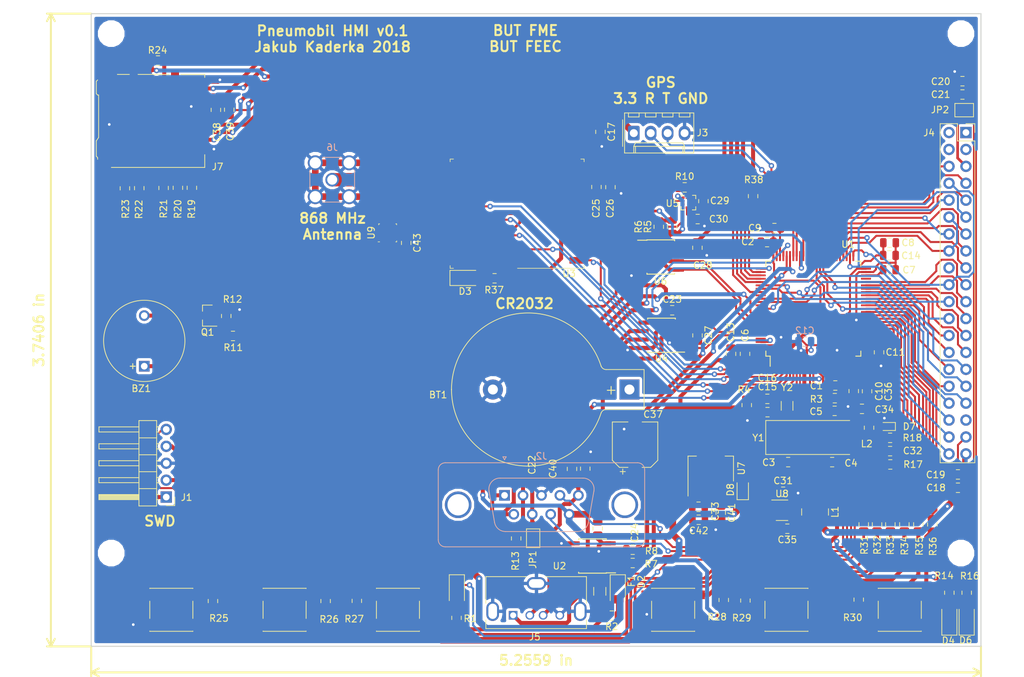
<source format=kicad_pcb>
(kicad_pcb (version 20171130) (host pcbnew 5.0.1)
  (title_block (title "BUT Pneumobil - HMI") (date 2019-04-04) (rev 0.2) (company "Brno University of Technology") (comment 1 "Jakub Kaderka"))
  (layers (0 F.Cu signal) (31 B.Cu signal) (34 B.Paste user) (35 F.Paste user) (36 B.SilkS user) (37 F.SilkS user) (38 B.Mask user) (39 F.Mask user) (44 Edge.Cuts user))
  (net 0 "")
  (net 1 GND)
  (net 2 "Net-(BT1-Pad1)")
  (net 3 +5V)
  (net 4 "Net-(BZ1-Pad2)")
  (net 5 +3V3)
  (net 6 "Net-(C3-Pad1)")
  (net 7 "Net-(C4-Pad1)")
  (net 8 /RESET)
  (net 9 "Net-(C7-Pad2)")
  (net 10 "Net-(C9-Pad2)")
  (net 11 "Net-(C10-Pad1)")
  (net 12 "Net-(C15-Pad1)")
  (net 13 "Net-(C16-Pad1)")
  (net 14 "Net-(C30-Pad1)")
  (net 15 /ADC_5V)
  (net 16 +3.3VADC)
  (net 17 /SD_DETECT)
  (net 18 /LED_SYS_ACT)
  (net 19 "Net-(D1-Pad2)")
  (net 20 "Net-(D2-Pad2)")
  (net 21 /LED_USER)
  (net 22 /RFM_CS)
  (net 23 "Net-(D3-Pad2)")
  (net 24 "Net-(D4-Pad2)")
  (net 25 "Net-(D6-Pad2)")
  (net 26 "Net-(F1-Pad1)")
  (net 27 /SWCLK)
  (net 28 /SWDIO)
  (net 29 /CAN_L)
  (net 30 /DEBUG_TX)
  (net 31 /CAN_H)
  (net 32 /DEBUG_RX)
  (net 33 /GPS_RX)
  (net 34 /GPS_TX)
  (net 35 /LCD_SD_CS)
  (net 36 /LCD_SD_DIN)
  (net 37 /LCD_REST)
  (net 38 /LCD_SD_CLK)
  (net 39 /LCD_F_CS)
  (net 40 /LCD_SD_DO)
  (net 41 /LCD_CS)
  (net 42 /LCD_T_IRQ)
  (net 43 /LCD_DB15)
  (net 44 /LCD_DB14)
  (net 45 /LCD_DB13)
  (net 46 /LCD_DB12)
  (net 47 /LCD_T_CS)
  (net 48 /LCD_DB11)
  (net 49 /LCD_DB10)
  (net 50 /LCD_DB7)
  (net 51 /LCD_DB9)
  (net 52 /LCD_DB6)
  (net 53 /LCD_DB8)
  (net 54 /LCD_DB5)
  (net 55 /LCD_RD)
  (net 56 /LCD_DB4)
  (net 57 /LCD_RW)
  (net 58 /LCD_DB3)
  (net 59 /LCD_RS)
  (net 60 /LCD_DB2)
  (net 61 /LCD_DB1)
  (net 62 /LCD_DB0)
  (net 63 "Net-(J5-Pad2)")
  (net 64 "Net-(J5-Pad3)")
  (net 65 "Net-(J6-Pad1)")
  (net 66 /SDIO_D3)
  (net 67 /SDIO_CMD)
  (net 68 /SDIO_CLK)
  (net 69 /SDIO_D0)
  (net 70 /SDIO_D1)
  (net 71 /SDIO_D2)
  (net 72 "Net-(JP1-Pad1)")
  (net 73 "Net-(L1-Pad1)")
  (net 74 "Net-(Q1-Pad1)")
  (net 75 "Net-(R4-Pad1)")
  (net 76 /SCL)
  (net 77 /SDA)
  (net 78 /USB_DP)
  (net 79 "Net-(R7-Pad1)")
  (net 80 "Net-(R8-Pad1)")
  (net 81 /USB_DM)
  (net 82 "Net-(R10-Pad1)")
  (net 83 /BUZZER)
  (net 84 "Net-(R25-Pad2)")
  (net 85 "Net-(R26-Pad2)")
  (net 86 "Net-(R27-Pad2)")
  (net 87 "Net-(R28-Pad2)")
  (net 88 "Net-(R29-Pad2)")
  (net 89 "Net-(R30-Pad2)")
  (net 90 /BTL1)
  (net 91 /BTL2)
  (net 92 /BTL3)
  (net 93 /BTR1)
  (net 94 /BTR2)
  (net 95 /BTR3)
  (net 96 /SPI4_SCK)
  (net 97 /RFM_IRQ)
  (net 98 /SPI4_MISO)
  (net 99 /SPI4_MOSI)
  (net 100 /CAN_RX)
  (net 101 /CAN_TX)
  (net 102 /RFM_RESET)
  (net 103 "Net-(J7-Pad10)")
  (net 104 "Net-(J4-Pad5)")
  (net 105 +3.3VP)
  (net 106 /BME_CS)
  (module Package_QFP:LQFP-100_14x14mm_P0.5mm (layer F.Cu) (at 191.040769 108.859831 90)
    (fp_text reference U1 (at 9.659831 5.209231 180) (layer F.SilkS))
    (fp_text value STM32F412VETx)
    (pad 1 smd rect (at -7.9 -6 90) (size 1.5 0.28) (layers F.Cu F.Paste F.Mask) (net 96 /SPI4_SCK))
    (pad 2 smd rect (at -7.9 -5.5 90) (size 1.5 0.28) (layers F.Cu F.Paste F.Mask) (net 22 /RFM_CS))
    (pad 3 smd rect (at -7.9 -5 90) (size 1.5 0.28) (layers F.Cu F.Paste F.Mask) (net 97 /RFM_IRQ))
    (pad 4 smd rect (at -7.9 -4.5 90) (size 1.5 0.28) (layers F.Cu F.Paste F.Mask) (net 98 /SPI4_MISO))
    (pad 5 smd rect (at -7.9 -4 90) (size 1.5 0.28) (layers F.Cu F.Paste F.Mask) (net 99 /SPI4_MOSI))
    (pad 6 smd rect (at -7.9 -3.5 90) (size 1.5 0.28) (layers F.Cu F.Paste F.Mask) (net 2 "Net-(BT1-Pad1)"))
    (pad 7 smd rect (at -7.9 -3 90) (size 1.5 0.28) (layers F.Cu F.Paste F.Mask) (net 75 "Net-(R4-Pad1)"))
    (pad 8 smd rect (at -7.9 -2.5 90) (size 1.5 0.28) (layers F.Cu F.Paste F.Mask) (net 13 "Net-(C16-Pad1)"))
    (pad 9 smd rect (at -7.9 -2 90) (size 1.5 0.28) (layers F.Cu F.Paste F.Mask) (net 12 "Net-(C15-Pad1)"))
    (pad 10 smd rect (at -7.9 -1.5 90) (size 1.5 0.28) (layers F.Cu F.Paste F.Mask) (net 1 GND))
    (pad 11 smd rect (at -7.9 -1 90) (size 1.5 0.28) (layers F.Cu F.Paste F.Mask) (net 5 +3V3))
    (pad 12 smd rect (at -7.9 -0.5 90) (size 1.5 0.28) (layers F.Cu F.Paste F.Mask) (net 6 "Net-(C3-Pad1)"))
    (pad 13 smd rect (at -7.9 0 90) (size 1.5 0.28) (layers F.Cu F.Paste F.Mask) (net 7 "Net-(C4-Pad1)"))
    (pad 14 smd rect (at -7.9 0.5 90) (size 1.5 0.28) (layers F.Cu F.Paste F.Mask) (net 8 /RESET))
    (pad 15 smd rect (at -7.9 1 90) (size 1.5 0.28) (layers F.Cu F.Paste F.Mask))
    (pad 16 smd rect (at -7.9 1.5 90) (size 1.5 0.28) (layers F.Cu F.Paste F.Mask))
    (pad 17 smd rect (at -7.9 2 90) (size 1.5 0.28) (layers F.Cu F.Paste F.Mask))
    (pad 18 smd rect (at -7.9 2.5 90) (size 1.5 0.28) (layers F.Cu F.Paste F.Mask))
    (pad 19 smd rect (at -7.9 3 90) (size 1.5 0.28) (layers F.Cu F.Paste F.Mask) (net 5 +3V3))
    (pad 20 smd rect (at -7.9 3.5 90) (size 1.5 0.28) (layers F.Cu F.Paste F.Mask) (net 1 GND))
    (pad 21 smd rect (at -7.9 4 90) (size 1.5 0.28) (layers F.Cu F.Paste F.Mask) (net 11 "Net-(C10-Pad1)"))
    (pad 22 smd rect (at -7.9 4.5 90) (size 1.5 0.28) (layers F.Cu F.Paste F.Mask) (net 16 +3.3VADC))
    (pad 23 smd rect (at -7.9 5 90) (size 1.5 0.28) (layers F.Cu F.Paste F.Mask))
    (pad 24 smd rect (at -7.9 5.5 90) (size 1.5 0.28) (layers F.Cu F.Paste F.Mask) (net 15 /ADC_5V))
    (pad 25 smd rect (at -7.9 6 90) (size 1.5 0.28) (layers F.Cu F.Paste F.Mask) (net 30 /DEBUG_TX))
    (pad 26 smd rect (at -6 7.9 180) (size 1.5 0.28) (layers F.Cu F.Paste F.Mask) (net 32 /DEBUG_RX))
    (pad 27 smd rect (at -5.5 7.9 180) (size 1.5 0.28) (layers F.Cu F.Paste F.Mask) (net 1 GND))
    (pad 28 smd rect (at -5 7.9 180) (size 1.5 0.28) (layers F.Cu F.Paste F.Mask) (net 5 +3V3))
    (pad 29 smd rect (at -4.5 7.9 180) (size 1.5 0.28) (layers F.Cu F.Paste F.Mask) (net 21 /LED_USER))
    (pad 30 smd rect (at -4 7.9 180) (size 1.5 0.28) (layers F.Cu F.Paste F.Mask) (net 18 /LED_SYS_ACT))
    (pad 31 smd rect (at -3.5 7.9 180) (size 1.5 0.28) (layers F.Cu F.Paste F.Mask))
    (pad 32 smd rect (at -3 7.9 180) (size 1.5 0.28) (layers F.Cu F.Paste F.Mask) (net 90 /BTL1))
    (pad 33 smd rect (at -2.5 7.9 180) (size 1.5 0.28) (layers F.Cu F.Paste F.Mask) (net 91 /BTL2))
    (pad 34 smd rect (at -2 7.9 180) (size 1.5 0.28) (layers F.Cu F.Paste F.Mask) (net 92 /BTL3))
    (pad 35 smd rect (at -1.5 7.9 180) (size 1.5 0.28) (layers F.Cu F.Paste F.Mask) (net 93 /BTR1))
    (pad 36 smd rect (at -1 7.9 180) (size 1.5 0.28) (layers F.Cu F.Paste F.Mask) (net 94 /BTR2))
    (pad 37 smd rect (at -0.5 7.9 180) (size 1.5 0.28) (layers F.Cu F.Paste F.Mask) (net 95 /BTR3))
    (pad 38 smd rect (at 0 7.9 180) (size 1.5 0.28) (layers F.Cu F.Paste F.Mask) (net 56 /LCD_DB4))
    (pad 39 smd rect (at 0.5 7.9 180) (size 1.5 0.28) (layers F.Cu F.Paste F.Mask) (net 54 /LCD_DB5))
    (pad 40 smd rect (at 1 7.9 180) (size 1.5 0.28) (layers F.Cu F.Paste F.Mask) (net 52 /LCD_DB6))
    (pad 41 smd rect (at 1.5 7.9 180) (size 1.5 0.28) (layers F.Cu F.Paste F.Mask) (net 50 /LCD_DB7))
    (pad 42 smd rect (at 2 7.9 180) (size 1.5 0.28) (layers F.Cu F.Paste F.Mask) (net 53 /LCD_DB8))
    (pad 43 smd rect (at 2.5 7.9 180) (size 1.5 0.28) (layers F.Cu F.Paste F.Mask) (net 51 /LCD_DB9))
    (pad 44 smd rect (at 3 7.9 180) (size 1.5 0.28) (layers F.Cu F.Paste F.Mask) (net 49 /LCD_DB10))
    (pad 45 smd rect (at 3.5 7.9 180) (size 1.5 0.28) (layers F.Cu F.Paste F.Mask) (net 48 /LCD_DB11))
    (pad 46 smd rect (at 4 7.9 180) (size 1.5 0.28) (layers F.Cu F.Paste F.Mask) (net 46 /LCD_DB12))
    (pad 47 smd rect (at 4.5 7.9 180) (size 1.5 0.28) (layers F.Cu F.Paste F.Mask))
    (pad 48 smd rect (at 5 7.9 180) (size 1.5 0.28) (layers F.Cu F.Paste F.Mask) (net 9 "Net-(C7-Pad2)"))
    (pad 49 smd rect (at 5.5 7.9 180) (size 1.5 0.28) (layers F.Cu F.Paste F.Mask) (net 1 GND))
    (pad 50 smd rect (at 6 7.9 180) (size 1.5 0.28) (layers F.Cu F.Paste F.Mask) (net 5 +3V3))
    (pad 51 smd rect (at 7.9 6 90) (size 1.5 0.28) (layers F.Cu F.Paste F.Mask) (net 47 /LCD_T_CS))
    (pad 52 smd rect (at 7.9 5.5 90) (size 1.5 0.28) (layers F.Cu F.Paste F.Mask) (net 38 /LCD_SD_CLK))
    (pad 53 smd rect (at 7.9 5 90) (size 1.5 0.28) (layers F.Cu F.Paste F.Mask) (net 40 /LCD_SD_DO))
    (pad 54 smd rect (at 7.9 4.5 90) (size 1.5 0.28) (layers F.Cu F.Paste F.Mask) (net 36 /LCD_SD_DIN))
    (pad 55 smd rect (at 7.9 4 90) (size 1.5 0.28) (layers F.Cu F.Paste F.Mask) (net 45 /LCD_DB13))
    (pad 56 smd rect (at 7.9 3.5 90) (size 1.5 0.28) (layers F.Cu F.Paste F.Mask) (net 44 /LCD_DB14))
    (pad 57 smd rect (at 7.9 3 90) (size 1.5 0.28) (layers F.Cu F.Paste F.Mask) (net 43 /LCD_DB15))
    (pad 58 smd rect (at 7.9 2.5 90) (size 1.5 0.28) (layers F.Cu F.Paste F.Mask) (net 42 /LCD_T_IRQ))
    (pad 59 smd rect (at 7.9 2 90) (size 1.5 0.28) (layers F.Cu F.Paste F.Mask) (net 39 /LCD_F_CS))
    (pad 60 smd rect (at 7.9 1.5 90) (size 1.5 0.28) (layers F.Cu F.Paste F.Mask) (net 59 /LCD_RS))
    (pad 61 smd rect (at 7.9 1 90) (size 1.5 0.28) (layers F.Cu F.Paste F.Mask) (net 62 /LCD_DB0))
    (pad 62 smd rect (at 7.9 0.5 90) (size 1.5 0.28) (layers F.Cu F.Paste F.Mask) (net 61 /LCD_DB1))
    (pad 63 smd rect (at 7.9 0 90) (size 1.5 0.28) (layers F.Cu F.Paste F.Mask) (net 37 /LCD_REST))
    (pad 64 smd rect (at 7.9 -0.5 90) (size 1.5 0.28) (layers F.Cu F.Paste F.Mask) (net 35 /LCD_SD_CS))
    (pad 65 smd rect (at 7.9 -1 90) (size 1.5 0.28) (layers F.Cu F.Paste F.Mask) (net 69 /SDIO_D0))
    (pad 66 smd rect (at 7.9 -1.5 90) (size 1.5 0.28) (layers F.Cu F.Paste F.Mask) (net 70 /SDIO_D1))
    (pad 67 smd rect (at 7.9 -2 90) (size 1.5 0.28) (layers F.Cu F.Paste F.Mask) (net 106 /BME_CS))
    (pad 68 smd rect (at 7.9 -2.5 90) (size 1.5 0.28) (layers F.Cu F.Paste F.Mask) (net 34 /GPS_TX))
    (pad 69 smd rect (at 7.9 -3 90) (size 1.5 0.28) (layers F.Cu F.Paste F.Mask) (net 33 /GPS_RX))
    (pad 70 smd rect (at 7.9 -3.5 90) (size 1.5 0.28) (layers F.Cu F.Paste F.Mask) (net 81 /USB_DM))
    (pad 71 smd rect (at 7.9 -4 90) (size 1.5 0.28) (layers F.Cu F.Paste F.Mask) (net 78 /USB_DP))
    (pad 72 smd rect (at 7.9 -4.5 90) (size 1.5 0.28) (layers F.Cu F.Paste F.Mask) (net 28 /SWDIO))
    (pad 73 smd rect (at 7.9 -5 90) (size 1.5 0.28) (layers F.Cu F.Paste F.Mask) (net 10 "Net-(C9-Pad2)"))
    (pad 74 smd rect (at 7.9 -5.5 90) (size 1.5 0.28) (layers F.Cu F.Paste F.Mask) (net 1 GND))
    (pad 75 smd rect (at 7.9 -6 90) (size 1.5 0.28) (layers F.Cu F.Paste F.Mask) (net 5 +3V3))
    (pad 76 smd rect (at 6 -7.9 180) (size 1.5 0.28) (layers F.Cu F.Paste F.Mask) (net 27 /SWCLK))
    (pad 77 smd rect (at 5.5 -7.9 180) (size 1.5 0.28) (layers F.Cu F.Paste F.Mask) (net 17 /SD_DETECT))
    (pad 78 smd rect (at 5 -7.9 180) (size 1.5 0.28) (layers F.Cu F.Paste F.Mask) (net 71 /SDIO_D2))
    (pad 79 smd rect (at 4.5 -7.9 180) (size 1.5 0.28) (layers F.Cu F.Paste F.Mask) (net 66 /SDIO_D3))
    (pad 80 smd rect (at 4 -7.9 180) (size 1.5 0.28) (layers F.Cu F.Paste F.Mask) (net 68 /SDIO_CLK))
    (pad 81 smd rect (at 3.5 -7.9 180) (size 1.5 0.28) (layers F.Cu F.Paste F.Mask) (net 60 /LCD_DB2))
    (pad 82 smd rect (at 3 -7.9 180) (size 1.5 0.28) (layers F.Cu F.Paste F.Mask) (net 58 /LCD_DB3))
    (pad 83 smd rect (at 2.5 -7.9 180) (size 1.5 0.28) (layers F.Cu F.Paste F.Mask) (net 67 /SDIO_CMD))
    (pad 84 smd rect (at 2 -7.9 180) (size 1.5 0.28) (layers F.Cu F.Paste F.Mask))
    (pad 85 smd rect (at 1.5 -7.9 180) (size 1.5 0.28) (layers F.Cu F.Paste F.Mask) (net 55 /LCD_RD))
    (pad 86 smd rect (at 1 -7.9 180) (size 1.5 0.28) (layers F.Cu F.Paste F.Mask) (net 57 /LCD_RW))
    (pad 87 smd rect (at 0.5 -7.9 180) (size 1.5 0.28) (layers F.Cu F.Paste F.Mask))
    (pad 88 smd rect (at 0 -7.9 180) (size 1.5 0.28) (layers F.Cu F.Paste F.Mask) (net 41 /LCD_CS))
    (pad 89 smd rect (at -0.5 -7.9 180) (size 1.5 0.28) (layers F.Cu F.Paste F.Mask))
    (pad 90 smd rect (at -1 -7.9 180) (size 1.5 0.28) (layers F.Cu F.Paste F.Mask) (net 83 /BUZZER))
    (pad 91 smd rect (at -1.5 -7.9 180) (size 1.5 0.28) (layers F.Cu F.Paste F.Mask))
    (pad 92 smd rect (at -2 -7.9 180) (size 1.5 0.28) (layers F.Cu F.Paste F.Mask) (net 76 /SCL))
    (pad 93 smd rect (at -2.5 -7.9 180) (size 1.5 0.28) (layers F.Cu F.Paste F.Mask) (net 77 /SDA))
    (pad 94 smd rect (at -3 -7.9 180) (size 1.5 0.28) (layers F.Cu F.Paste F.Mask) (net 1 GND))
    (pad 95 smd rect (at -3.5 -7.9 180) (size 1.5 0.28) (layers F.Cu F.Paste F.Mask) (net 100 /CAN_RX))
    (pad 96 smd rect (at -4 -7.9 180) (size 1.5 0.28) (layers F.Cu F.Paste F.Mask) (net 101 /CAN_TX))
    (pad 97 smd rect (at -4.5 -7.9 180) (size 1.5 0.28) (layers F.Cu F.Paste F.Mask))
    (pad 98 smd rect (at -5 -7.9 180) (size 1.5 0.28) (layers F.Cu F.Paste F.Mask) (net 102 /RFM_RESET))
    (pad 99 smd rect (at -5.5 -7.9 180) (size 1.5 0.28) (layers F.Cu F.Paste F.Mask) (net 1 GND))
    (pad 100 smd rect (at -6 -7.9 180) (size 1.5 0.28) (layers F.Cu F.Paste F.Mask) (net 5 +3V3))
  )
  (module Diode_SMD:D_SOD-323 (layer F.Cu) (at 180.45 136.05 90)
    (fp_text reference D8 (at 0 -1.85 90) (layer F.SilkS))
    (fp_text value BAT60)
    (pad 1 smd rect (at -1.05 0 90) (size 0.6 0.45) (layers F.Cu F.Paste F.Mask) (net 3 +5V))
    (pad 2 smd rect (at 1.05 0 90) (size 0.6 0.45) (layers F.Cu F.Paste F.Mask) (net 5 +3V3))
  )
  (module Capacitor_SMD:C_0805_2012Metric (layer F.Cu) (at 186.5125 136.35)
    (fp_text reference C31 (at 0 -1.65) (layer F.SilkS))
    (fp_text value 4.7u)
    (pad 1 smd roundrect (at -0.9375 0) (size 0.975 1.4) (layers F.Cu F.Paste F.Mask) (net 3 +5V))
    (pad 2 smd roundrect (at 0.9375 0) (size 0.975 1.4) (layers F.Cu F.Paste F.Mask) (net 1 GND))
  )
  (module Inductor_SMD:L_Coilcraft_LPS4018 (layer F.Cu) (at 191.3 139.385 270)
    (fp_text reference L1 (at 0 -3 270) (layer F.SilkS))
    (fp_text value LPS4018-103MRB)
    (pad 1 smd rect (at -1.765 0 270) (size 0.87 2.79) (layers F.Cu F.Paste F.Mask) (net 73 "Net-(L1-Pad1)"))
    (pad 1 smd rect (at -1.195 -1.5575 270) (size 0.89 0.775) (layers F.Cu F.Paste F.Mask) (net 73 "Net-(L1-Pad1)"))
    (pad 1 smd rect (at -1.219 -1.0475 45.7) (size 0.5 0.831) (layers F.Cu F.Paste F.Mask) (net 73 "Net-(L1-Pad1)"))
    (pad 1 smd rect (at -1.7435 -1.493 44.5) (size 0.5 0.789) (layers F.Cu F.Paste F.Mask) (net 73 "Net-(L1-Pad1)"))
    (pad 1 smd rect (at -1.7435 1.493 135.5) (size 0.5 0.789) (layers F.Cu F.Paste F.Mask) (net 73 "Net-(L1-Pad1)"))
    (pad 1 smd rect (at -1.195 1.5575 270) (size 0.89 0.775) (layers F.Cu F.Paste F.Mask) (net 73 "Net-(L1-Pad1)"))
    (pad 1 smd rect (at -1.219 1.0475 134.3) (size 0.5 0.831) (layers F.Cu F.Paste F.Mask) (net 73 "Net-(L1-Pad1)"))
    (pad 2 smd rect (at 1.765 0 270) (size 0.87 2.79) (layers F.Cu F.Paste F.Mask) (net 105 +3.3VP))
    (pad 2 smd rect (at 1.195 -1.5575 270) (size 0.89 0.775) (layers F.Cu F.Paste F.Mask) (net 105 +3.3VP))
    (pad 2 smd rect (at 1.219 -1.0475 134.3) (size 0.5 0.831) (layers F.Cu F.Paste F.Mask) (net 105 +3.3VP))
    (pad 2 smd rect (at 1.7435 -1.493 135.5) (size 0.5 0.789) (layers F.Cu F.Paste F.Mask) (net 105 +3.3VP))
    (pad 2 smd rect (at 1.195 1.5575 270) (size 0.89 0.775) (layers F.Cu F.Paste F.Mask) (net 105 +3.3VP))
    (pad 2 smd rect (at 1.219 1.0475 45.7) (size 0.5 0.831) (layers F.Cu F.Paste F.Mask) (net 105 +3.3VP))
    (pad 2 smd rect (at 1.7435 1.493 44.5) (size 0.5 0.789) (layers F.Cu F.Paste F.Mask) (net 105 +3.3VP))
  )
  (module Package_TO_SOT_SMD:TSOT-23-5 (layer F.Cu) (at 186.34 139.1)
    (fp_text reference U8 (at 0 -2.45) (layer F.SilkS))
    (fp_text value MCP1603T-330)
    (pad 1 smd rect (at -1.31 -0.95) (size 1.22 0.65) (layers F.Cu F.Paste F.Mask) (net 3 +5V))
    (pad 2 smd rect (at -1.31 0) (size 1.22 0.65) (layers F.Cu F.Paste F.Mask) (net 1 GND))
    (pad 3 smd rect (at -1.31 0.95) (size 1.22 0.65) (layers F.Cu F.Paste F.Mask) (net 3 +5V))
    (pad 4 smd rect (at 1.31 0.95) (size 1.22 0.65) (layers F.Cu F.Paste F.Mask) (net 105 +3.3VP))
    (pad 5 smd rect (at 1.31 -0.95) (size 1.22 0.65) (layers F.Cu F.Paste F.Mask) (net 73 "Net-(L1-Pad1)"))
  )
  (module Capacitor_SMD:C_0805_2012Metric (layer F.Cu) (at 187.1375 141.9 180)
    (fp_text reference C35 (at 0 -1.65 180) (layer F.SilkS))
    (fp_text value 4.7u)
    (pad 1 smd roundrect (at -0.9375 0 180) (size 0.975 1.4) (layers F.Cu F.Paste F.Mask) (net 105 +3.3VP))
    (pad 2 smd roundrect (at 0.9375 0 180) (size 0.975 1.4) (layers F.Cu F.Paste F.Mask) (net 1 GND))
  )
  (module LED_SMD:LED_1206_3216Metric (layer F.Cu) (at 138.8 104.25)
    (fp_text reference D3 (at 0 2) (layer F.SilkS))
    (fp_text value RF_ACT)
    (pad 1 smd roundrect (at -1.4 0) (size 1.25 1.75) (layers F.Cu F.Paste F.Mask) (roundrect_rratio 0.2) (net 22 /RFM_CS))
    (pad 2 smd roundrect (at 1.4 0) (size 1.25 1.75) (layers F.Cu F.Paste F.Mask) (roundrect_rratio 0.2) (net 23 "Net-(D3-Pad2)"))
  )
  (module Resistor_SMD:R_0805_2012Metric (layer F.Cu) (at 143.2125 104.3 180)
    (fp_text reference R37 (at 0.0625 -1.75 180) (layer F.SilkS))
    (fp_text value 220)
    (pad 1 smd roundrect (at -0.9375 0 180) (size 0.975 1.4) (layers F.Cu F.Paste F.Mask) (net 5 +3V3))
    (pad 2 smd roundrect (at 0.9375 0 180) (size 0.975 1.4) (layers F.Cu F.Paste F.Mask) (net 23 "Net-(D3-Pad2)"))
  )
  (module Package_SO:SOIC-8_3.9x4.9mm_P1.27mm (layer F.Cu) (at 168.259831 112.859231 180)
    (fp_text reference U4 (at 0 -3.5 180) (layer F.SilkS))
    (fp_text value MCP2562-E-SN)
    (pad 1 smd rect (at -2.7 -1.905 180) (size 1.55 0.6) (layers F.Cu F.Paste F.Mask) (net 101 /CAN_TX))
    (pad 2 smd rect (at -2.7 -0.635 180) (size 1.55 0.6) (layers F.Cu F.Paste F.Mask) (net 1 GND))
    (pad 3 smd rect (at -2.7 0.635 180) (size 1.55 0.6) (layers F.Cu F.Paste F.Mask) (net 3 +5V))
    (pad 4 smd rect (at -2.7 1.905 180) (size 1.55 0.6) (layers F.Cu F.Paste F.Mask) (net 100 /CAN_RX))
    (pad 5 smd rect (at 2.7 1.905 180) (size 1.55 0.6) (layers F.Cu F.Paste F.Mask) (net 5 +3V3))
    (pad 6 smd rect (at 2.7 0.635 180) (size 1.55 0.6) (layers F.Cu F.Paste F.Mask) (net 29 /CAN_L))
    (pad 7 smd rect (at 2.7 -0.635 180) (size 1.55 0.6) (layers F.Cu F.Paste F.Mask) (net 31 /CAN_H))
    (pad 8 smd rect (at 2.7 -1.905 180) (size 1.55 0.6) (layers F.Cu F.Paste F.Mask) (net 1 GND))
  )
  (module Capacitor_SMD:C_0805_2012Metric (layer F.Cu) (at 173.659831 112.871731 270)
    (fp_text reference C27 (at 0 -1.65 270) (layer F.SilkS))
    (fp_text value 100n)
    (pad 1 smd roundrect (at -0.9375 0 270) (size 0.975 1.4) (layers F.Cu F.Paste F.Mask) (net 3 +5V))
    (pad 2 smd roundrect (at 0.9375 0 270) (size 0.975 1.4) (layers F.Cu F.Paste F.Mask) (net 1 GND))
  )
  (module Capacitor_SMD:C_0805_2012Metric (layer F.Cu) (at 169.8625 109.1)
    (fp_text reference C23 (at 0 -1.65) (layer F.SilkS))
    (fp_text value 100n)
    (pad 2 smd roundrect (at 0.9375 0) (size 0.975 1.4) (layers F.Cu F.Paste F.Mask) (net 1 GND))
    (pad 1 smd roundrect (at -0.9375 0) (size 0.975 1.4) (layers F.Cu F.Paste F.Mask) (net 5 +3V3))
  )
  (module Connector_USB:USB_A_Molex_105057_Vertical (layer F.Cu) (at 146 154.9)
    (fp_text reference J5 (at 3.25 3.25) (layer F.SilkS))
    (fp_text value USB)
    (pad 1 thru_hole rect (at 0 0) (size 1.3 1.3) (drill 0.9) (layers *.Cu *.Mask) (net 26 "Net-(F1-Pad1)"))
    (pad 2 thru_hole circle (at 2.5 0) (size 1.3 1.3) (drill 0.9) (layers *.Cu *.Mask) (net 63 "Net-(J5-Pad2)"))
    (pad 3 thru_hole circle (at 4.5 0) (size 1.3 1.3) (drill 0.9) (layers *.Cu *.Mask) (net 64 "Net-(J5-Pad3)"))
    (pad 4 thru_hole circle (at 7 0) (size 1.3 1.3) (drill 0.9) (layers *.Cu *.Mask) (net 1 GND))
    (pad 5 thru_hole oval (at -3.07 -0.6 180) (size 1.9 2.9) (drill oval 1.3 2.3) (layers *.Cu *.Mask) (net 1 GND))
    (pad 5 thru_hole oval (at 10.07 -0.6) (size 1.9 2.9) (drill oval 1.3 2.3) (layers *.Cu *.Mask) (net 1 GND))
    (pad 5 thru_hole oval (at 3.5 -4.78 90) (size 1.9 2.9) (drill oval 1.3 2.3) (layers *.Cu *.Mask) (net 1 GND))
  )
  (module Capacitor_SMD:C_0805_2012Metric (layer F.Cu) (at 202.5625 130.25 180)
    (fp_text reference C32 (at -3.3875 0.05 180) (layer F.SilkS))
    (fp_text value 100n)
    (pad 2 smd roundrect (at 0.9375 0 180) (size 0.975 1.4) (layers F.Cu F.Paste F.Mask) (net 1 GND))
    (pad 1 smd roundrect (at -0.9375 0 180) (size 0.975 1.4) (layers F.Cu F.Paste F.Mask) (net 15 /ADC_5V))
  )
  (module Resistor_SMD:R_0805_2012Metric (layer F.Cu) (at 202.5625 128.25 180)
    (fp_text reference R18 (at -3.3375 0 180) (layer F.SilkS))
    (fp_text value 9k1)
    (pad 1 smd roundrect (at -0.9375 0 180) (size 0.975 1.4) (layers F.Cu F.Paste F.Mask) (net 15 /ADC_5V))
    (pad 2 smd roundrect (at 0.9375 0 180) (size 0.975 1.4) (layers F.Cu F.Paste F.Mask) (net 1 GND))
  )
  (module Resistor_SMD:R_0805_2012Metric (layer F.Cu) (at 202.5875 132.25)
    (fp_text reference R17 (at 3.4125 0) (layer F.SilkS))
    (fp_text value 4k7)
    (pad 2 smd roundrect (at 0.9375 0) (size 0.975 1.4) (layers F.Cu F.Paste F.Mask) (net 15 /ADC_5V))
    (pad 1 smd roundrect (at -0.9375 0) (size 0.975 1.4) (layers F.Cu F.Paste F.Mask) (net 3 +5V))
  )
  (module Diode_SMD:D_SOD-523 (layer F.Cu) (at 202.2 126.55 180)
    (fp_text reference D7 (at -3.25 0 180) (layer F.SilkS))
    (fp_text value "3.3 V")
    (pad 2 smd rect (at 0.7 0) (size 0.6 0.7) (layers F.Cu F.Paste F.Mask) (net 1 GND))
    (pad 1 smd rect (at -0.7 0) (size 0.6 0.7) (layers F.Cu F.Paste F.Mask) (net 15 /ADC_5V))
  )
  (module Resistor_SMD:R_0805_2012Metric (layer F.Cu) (at 194.2625 122.3 180)
    (fp_text reference R3 (at 2.7625 -0.15 180) (layer F.SilkS))
    (fp_text value 10k)
    (pad 1 smd roundrect (at -0.9375 0 180) (size 0.975 1.4) (layers F.Cu F.Paste F.Mask) (net 5 +3V3))
    (pad 2 smd roundrect (at 0.9375 0 180) (size 0.975 1.4) (layers F.Cu F.Paste F.Mask) (net 8 /RESET))
  )
  (module Buzzer_Beeper:MagneticBuzzer_ProSignal_ABI-009-RC (layer F.Cu) (at 90.65 117.5 90)
    (fp_text reference BZ1 (at -3.35 -0.45 180) (layer F.SilkS))
    (fp_text value Buzzer)
    (fp_text user + (at 0 -1.8 90) (layer F.SilkS))
    (pad 1 thru_hole rect (at 0 0 90) (size 1.6 1.6) (drill 1) (layers *.Cu *.Mask) (net 3 +5V))
    (pad 2 thru_hole circle (at 7.6 0 90) (size 1.6 1.6) (drill 1) (layers *.Cu *.Mask) (net 4 "Net-(BZ1-Pad2)"))
  )
  (module Capacitor_SMD:C_0805_2012Metric (layer F.Cu) (at 194.3375 120.4)
    (fp_text reference C1 (at -2.8375 0.05) (layer F.SilkS))
    (fp_text value 100n)
    (pad 2 smd roundrect (at 0.9375 0) (size 0.975 1.4) (layers F.Cu F.Paste F.Mask) (net 1 GND))
    (pad 1 smd roundrect (at -0.9375 0) (size 0.975 1.4) (layers F.Cu F.Paste F.Mask) (net 5 +3V3))
  )
  (module Capacitor_SMD:C_0805_2012Metric (layer F.Cu) (at 184.103269 98.859831)
    (fp_text reference C2 (at -2.903269 -0.059831) (layer F.SilkS))
    (fp_text value 100n)
    (pad 1 smd roundrect (at -0.9375 0) (size 0.975 1.4) (layers F.Cu F.Paste F.Mask) (net 5 +3V3))
    (pad 2 smd roundrect (at 0.9375 0) (size 0.975 1.4) (layers F.Cu F.Paste F.Mask) (net 1 GND))
  )
  (module Capacitor_SMD:C_0805_2012Metric (layer F.Cu) (at 187.2625 131.9)
    (fp_text reference C3 (at -2.9125 0.05) (layer F.SilkS))
    (fp_text value 6p8)
    (pad 1 smd roundrect (at -0.9375 0) (size 0.975 1.4) (layers F.Cu F.Paste F.Mask) (net 6 "Net-(C3-Pad1)"))
    (pad 2 smd roundrect (at 0.9375 0) (size 0.975 1.4) (layers F.Cu F.Paste F.Mask) (net 1 GND))
  )
  (module Capacitor_SMD:C_0805_2012Metric (layer F.Cu) (at 193.8625 131.9 180)
    (fp_text reference C4 (at -2.8375 -0.15 180) (layer F.SilkS))
    (fp_text value 6p8)
    (pad 2 smd roundrect (at 0.9375 0 180) (size 0.975 1.4) (layers F.Cu F.Paste F.Mask) (net 1 GND))
    (pad 1 smd roundrect (at -0.9375 0 180) (size 0.975 1.4) (layers F.Cu F.Paste F.Mask) (net 7 "Net-(C4-Pad1)"))
  )
  (module Capacitor_SMD:C_0805_2012Metric (layer F.Cu) (at 194.2375 124.2)
    (fp_text reference C5 (at -2.7875 0.1) (layer F.SilkS))
    (fp_text value 100n)
    (pad 2 smd roundrect (at 0.9375 0) (size 0.975 1.4) (layers F.Cu F.Paste F.Mask) (net 1 GND))
    (pad 1 smd roundrect (at -0.9375 0) (size 0.975 1.4) (layers F.Cu F.Paste F.Mask) (net 8 /RESET))
  )
  (module Capacitor_SMD:C_0805_2012Metric (layer F.Cu) (at 180.790769 115.647331 90)
    (fp_text reference C6 (at 2.797331 0.009231 90) (layer F.SilkS))
    (fp_text value 100n)
    (pad 2 smd roundrect (at 0.9375 0 90) (size 0.975 1.4) (layers F.Cu F.Paste F.Mask) (net 1 GND))
    (pad 1 smd roundrect (at -0.9375 0 90) (size 0.975 1.4) (layers F.Cu F.Paste F.Mask) (net 5 +3V3))
  )
  (module Capacitor_SMD:C_0805_2012Metric (layer F.Cu) (at 202.453269 103.009831 180)
    (fp_text reference C7 (at -2.946731 -0.040169 180) (layer F.SilkS))
    (fp_text value 2.2u)
    (pad 1 smd roundrect (at -0.9375 0 180) (size 0.975 1.4) (layers F.Cu F.Paste F.Mask) (net 1 GND))
    (pad 2 smd roundrect (at 0.9375 0 180) (size 0.975 1.4) (layers F.Cu F.Paste F.Mask) (net 9 "Net-(C7-Pad2)"))
  )
  (module Capacitor_SMD:C_0805_2012Metric (layer F.Cu) (at 202.478269 98.959831)
    (fp_text reference C8 (at 2.771731 -0.009831) (layer F.SilkS))
    (fp_text value 100n)
    (pad 1 smd roundrect (at -0.9375 0) (size 0.975 1.4) (layers F.Cu F.Paste F.Mask) (net 5 +3V3))
    (pad 2 smd roundrect (at 0.9375 0) (size 0.975 1.4) (layers F.Cu F.Paste F.Mask) (net 1 GND))
  )
  (module Capacitor_SMD:C_0805_2012Metric (layer F.Cu) (at 185.203269 96.759831)
    (fp_text reference C9 (at -2.953269 -0.009831) (layer F.SilkS))
    (fp_text value 2.2u)
    (pad 2 smd roundrect (at 0.9375 0) (size 0.975 1.4) (layers F.Cu F.Paste F.Mask) (net 10 "Net-(C9-Pad2)"))
    (pad 1 smd roundrect (at -0.9375 0) (size 0.975 1.4) (layers F.Cu F.Paste F.Mask) (net 1 GND))
  )
  (module Capacitor_SMD:C_0805_2012Metric (layer F.Cu) (at 197.1 121.2375 270)
    (fp_text reference C10 (at 0.0125 -3.8 270) (layer F.SilkS))
    (fp_text value 10n)
    (pad 1 smd roundrect (at -0.9375 0 270) (size 0.975 1.4) (layers F.Cu F.Paste F.Mask) (net 11 "Net-(C10-Pad1)"))
    (pad 2 smd roundrect (at 0.9375 0 270) (size 0.975 1.4) (layers F.Cu F.Paste F.Mask) (net 1 GND))
  )
  (module Capacitor_SMD:C_0805_2012Metric (layer F.Cu) (at 200.9 115.4125 270)
    (fp_text reference C11 (at -0.0125 -2.45) (layer F.SilkS))
    (fp_text value 100n)
    (pad 2 smd roundrect (at 0.9375 0 270) (size 0.975 1.4) (layers F.Cu F.Paste F.Mask) (net 1 GND))
    (pad 1 smd roundrect (at -0.9375 0 270) (size 0.975 1.4) (layers F.Cu F.Paste F.Mask) (net 5 +3V3))
  )
  (module Capacitor_SMD:C_0805_2012Metric (layer B.Cu) (at 189.7625 113.8 180)
    (fp_text reference C12 (at 0 1.65 180) (layer B.SilkS) (effects (justify mirror)))
    (fp_text value 100n)
    (pad 1 smd roundrect (at -0.9375 0 180) (size 0.975 1.4) (layers B.Cu B.Paste B.Mask) (net 5 +3V3))
    (pad 2 smd roundrect (at 0.9375 0 180) (size 0.975 1.4) (layers B.Cu B.Paste B.Mask) (net 1 GND))
  )
  (module Capacitor_SMD:C_0805_2012Metric (layer F.Cu) (at 178.690769 115.647331 90)
    (fp_text reference C13 (at 3.247331 -0.040769 90) (layer F.SilkS))
    (fp_text value 10u)
    (pad 2 smd roundrect (at 0.9375 0 90) (size 0.975 1.4) (layers F.Cu F.Paste F.Mask) (net 1 GND))
    (pad 1 smd roundrect (at -0.9375 0 90) (size 0.975 1.4) (layers F.Cu F.Paste F.Mask) (net 5 +3V3))
  )
  (module Capacitor_SMD:C_0805_2012Metric (layer F.Cu) (at 202.453269 100.859831)
    (fp_text reference C14 (at 3.246731 0.040169) (layer F.SilkS))
    (fp_text value 10u)
    (pad 1 smd roundrect (at -0.9375 0) (size 0.975 1.4) (layers F.Cu F.Paste F.Mask) (net 5 +3V3))
    (pad 2 smd roundrect (at 0.9375 0) (size 0.975 1.4) (layers F.Cu F.Paste F.Mask) (net 1 GND))
  )
  (module Capacitor_SMD:C_0805_2012Metric (layer F.Cu) (at 184.1625 124.4 180)
    (fp_text reference C15 (at 0.0125 3.8 180) (layer F.SilkS))
    (fp_text value 2p2)
    (pad 1 smd roundrect (at -0.9375 0 180) (size 0.975 1.4) (layers F.Cu F.Paste F.Mask) (net 12 "Net-(C15-Pad1)"))
    (pad 2 smd roundrect (at 0.9375 0 180) (size 0.975 1.4) (layers F.Cu F.Paste F.Mask) (net 1 GND))
  )
  (module Capacitor_SMD:C_0805_2012Metric (layer F.Cu) (at 184.1375 122.4 180)
    (fp_text reference C16 (at 0 3.15 180) (layer F.SilkS))
    (fp_text value 2p2)
    (pad 2 smd roundrect (at 0.9375 0 180) (size 0.975 1.4) (layers F.Cu F.Paste F.Mask) (net 1 GND))
    (pad 1 smd roundrect (at -0.9375 0 180) (size 0.975 1.4) (layers F.Cu F.Paste F.Mask) (net 13 "Net-(C16-Pad1)"))
  )
  (module Capacitor_SMD:C_0805_2012Metric (layer F.Cu) (at 159.1 82.3125 270)
    (fp_text reference C17 (at 0 -1.65 270) (layer F.SilkS))
    (fp_text value 100n)
    (pad 1 smd roundrect (at -0.9375 0 270) (size 0.975 1.4) (layers F.Cu F.Paste F.Mask) (net 5 +3V3))
    (pad 2 smd roundrect (at 0.9375 0 270) (size 0.975 1.4) (layers F.Cu F.Paste F.Mask) (net 1 GND))
  )
  (module Capacitor_SMD:C_0805_2012Metric (layer F.Cu) (at 212.7375 135.75)
    (fp_text reference C18 (at -3.2875 0) (layer F.SilkS))
    (fp_text value 100n)
    (pad 2 smd roundrect (at 0.9375 0) (size 0.975 1.4) (layers F.Cu F.Paste F.Mask) (net 1 GND))
    (pad 1 smd roundrect (at -0.9375 0) (size 0.975 1.4) (layers F.Cu F.Paste F.Mask) (net 105 +3.3VP))
  )
  (module Capacitor_SMD:C_0805_2012Metric (layer F.Cu) (at 212.7375 133.75)
    (fp_text reference C19 (at -3.3375 0.05) (layer F.SilkS))
    (fp_text value 10u)
    (pad 2 smd roundrect (at 0.9375 0) (size 0.975 1.4) (layers F.Cu F.Paste F.Mask) (net 1 GND))
    (pad 1 smd roundrect (at -0.9375 0) (size 0.975 1.4) (layers F.Cu F.Paste F.Mask) (net 105 +3.3VP))
  )
  (module Capacitor_SMD:C_0805_2012Metric (layer F.Cu) (at 213.4125 76.7 180)
    (fp_text reference C21 (at 3.2625 0 180) (layer F.SilkS))
    (fp_text value 100n)
    (pad 2 smd roundrect (at 0.9375 0 180) (size 0.975 1.4) (layers F.Cu F.Paste F.Mask) (net 1 GND))
    (pad 1 smd roundrect (at -0.9375 0 180) (size 0.975 1.4) (layers F.Cu F.Paste F.Mask) (net 3 +5V))
  )
  (module Capacitor_SMD:C_0805_2012Metric (layer F.Cu) (at 154.830769 132.922331 90)
    (fp_text reference C22 (at 0.6125 -6 90) (layer F.SilkS))
    (fp_text value 10u)
    (pad 1 smd roundrect (at -0.9375 0 90) (size 0.975 1.4) (layers F.Cu F.Paste F.Mask) (net 3 +5V))
    (pad 2 smd roundrect (at 0.9375 0 90) (size 0.975 1.4) (layers F.Cu F.Paste F.Mask) (net 1 GND))
  )
  (module Capacitor_SMD:C_0805_2012Metric (layer F.Cu) (at 158.690769 141.862331 270)
    (fp_text reference C24 (at 0.6125 -5.55 270) (layer F.SilkS))
    (fp_text value 100n)
    (pad 2 smd roundrect (at 0.9375 0 270) (size 0.975 1.4) (layers F.Cu F.Paste F.Mask) (net 1 GND))
    (pad 1 smd roundrect (at -0.9375 0 270) (size 0.975 1.4) (layers F.Cu F.Paste F.Mask) (net 3 +5V))
  )
  (module Capacitor_SMD:C_0805_2012Metric (layer F.Cu) (at 158.5 90.5875 270)
    (fp_text reference C25 (at 3.2125 0.05 270) (layer F.SilkS))
    (fp_text value 10u)
    (pad 2 smd roundrect (at 0.9375 0 270) (size 0.975 1.4) (layers F.Cu F.Paste F.Mask) (net 1 GND))
    (pad 1 smd roundrect (at -0.9375 0 270) (size 0.975 1.4) (layers F.Cu F.Paste F.Mask) (net 5 +3V3))
  )
  (module Capacitor_SMD:C_0805_2012Metric (layer F.Cu) (at 160.6 90.6125 90)
    (fp_text reference C26 (at -3.1875 -0.05 90) (layer F.SilkS))
    (fp_text value 100n)
    (pad 1 smd roundrect (at -0.9375 0 90) (size 0.975 1.4) (layers F.Cu F.Paste F.Mask) (net 1 GND))
    (pad 2 smd roundrect (at 0.9375 0 90) (size 0.975 1.4) (layers F.Cu F.Paste F.Mask) (net 5 +3V3))
  )
  (module Capacitor_SMD:C_0805_2012Metric (layer F.Cu) (at 173.65 99.7125 270)
    (fp_text reference C28 (at 2.6375 -0.8) (layer F.SilkS))
    (fp_text value 100n)
    (pad 1 smd roundrect (at -0.9375 0 270) (size 0.975 1.4) (layers F.Cu F.Paste F.Mask) (net 5 +3V3))
    (pad 2 smd roundrect (at 0.9375 0 270) (size 0.975 1.4) (layers F.Cu F.Paste F.Mask) (net 1 GND))
  )
  (module Capacitor_SMD:C_0805_2012Metric (layer F.Cu) (at 174.55 92.7125 90)
    (fp_text reference C29 (at 0.0625 2.45 180) (layer F.SilkS))
    (fp_text value 100n)
    (pad 1 smd roundrect (at -0.9375 0 90) (size 0.975 1.4) (layers F.Cu F.Paste F.Mask) (net 1 GND))
    (pad 2 smd roundrect (at 0.9375 0 90) (size 0.975 1.4) (layers F.Cu F.Paste F.Mask) (net 5 +3V3))
  )
  (module Capacitor_SMD:C_0805_2012Metric (layer F.Cu) (at 173.6875 95.4)
    (fp_text reference C30 (at 3.1625 0) (layer F.SilkS))
    (fp_text value 100n)
    (pad 2 smd roundrect (at 0.9375 0) (size 0.975 1.4) (layers F.Cu F.Paste F.Mask) (net 1 GND))
    (pad 1 smd roundrect (at -0.9375 0) (size 0.975 1.4) (layers F.Cu F.Paste F.Mask) (net 14 "Net-(C30-Pad1)"))
  )
  (module Capacitor_SMD:C_0805_2012Metric (layer F.Cu) (at 173.8125 138.6 180)
    (fp_text reference C33 (at -2.5125 -0.7 270) (layer F.SilkS))
    (fp_text value 100n)
    (pad 1 smd roundrect (at -0.9375 0 180) (size 0.975 1.4) (layers F.Cu F.Paste F.Mask) (net 5 +3V3))
    (pad 2 smd roundrect (at 0.9375 0 180) (size 0.975 1.4) (layers F.Cu F.Paste F.Mask) (net 1 GND))
  )
  (module Capacitor_SMD:C_0805_2012Metric (layer F.Cu) (at 198.3375 123.9 180)
    (fp_text reference C34 (at -3.3625 -0.1 180) (layer F.SilkS))
    (fp_text value 100n)
    (pad 2 smd roundrect (at 0.9375 0 180) (size 0.975 1.4) (layers F.Cu F.Paste F.Mask) (net 1 GND))
    (pad 1 smd roundrect (at -0.9375 0 180) (size 0.975 1.4) (layers F.Cu F.Paste F.Mask) (net 16 +3.3VADC))
  )
  (module Capacitor_SMD:C_0805_2012Metric (layer F.Cu) (at 199.1 121.2625 270)
    (fp_text reference C36 (at 0.0375 -3.2 270) (layer F.SilkS))
    (fp_text value 1u)
    (pad 1 smd roundrect (at -0.9375 0 270) (size 0.975 1.4) (layers F.Cu F.Paste F.Mask) (net 16 +3.3VADC))
    (pad 2 smd roundrect (at 0.9375 0 270) (size 0.975 1.4) (layers F.Cu F.Paste F.Mask) (net 1 GND))
  )
  (module Capacitor_SMD:C_0805_2012Metric (layer F.Cu) (at 101.4 79.0125 90)
    (fp_text reference C38 (at -3.3375 0.15 90) (layer F.SilkS))
    (fp_text value 10u)
    (pad 1 smd roundrect (at -0.9375 0 90) (size 0.975 1.4) (layers F.Cu F.Paste F.Mask) (net 5 +3V3))
    (pad 2 smd roundrect (at 0.9375 0 90) (size 0.975 1.4) (layers F.Cu F.Paste F.Mask) (net 1 GND))
  )
  (module Capacitor_SMD:C_0805_2012Metric (layer F.Cu) (at 103.4 78.9875 90)
    (fp_text reference C39 (at -3.2625 0.15 90) (layer F.SilkS))
    (fp_text value 100n)
    (pad 2 smd roundrect (at 0.9375 0 90) (size 0.975 1.4) (layers F.Cu F.Paste F.Mask) (net 1 GND))
    (pad 1 smd roundrect (at -0.9375 0 90) (size 0.975 1.4) (layers F.Cu F.Paste F.Mask) (net 5 +3V3))
  )
  (module LED_SMD:LED_1206_3216Metric (layer F.Cu) (at 137.55 151.1 270)
    (fp_text reference D1 hide)
    (fp_text value GREEN)
    (pad 1 smd roundrect (at -1.4 0 270) (size 1.25 1.75) (layers F.Cu F.Paste F.Mask) (roundrect_rratio 0.2) (net 18 /LED_SYS_ACT))
    (pad 2 smd roundrect (at 1.4 0 270) (size 1.25 1.75) (layers F.Cu F.Paste F.Mask) (roundrect_rratio 0.2) (net 19 "Net-(D1-Pad2)"))
  )
  (module LED_SMD:LED_1206_3216Metric (layer F.Cu) (at 161.7 151.1 270)
    (fp_text reference D2 (at -1.25 -3.55 270) (layer F.SilkS))
    (fp_text value RED)
    (pad 2 smd roundrect (at 1.4 0 270) (size 1.25 1.75) (layers F.Cu F.Paste F.Mask) (roundrect_rratio 0.2) (net 20 "Net-(D2-Pad2)"))
    (pad 1 smd roundrect (at -1.4 0 270) (size 1.25 1.75) (layers F.Cu F.Paste F.Mask) (roundrect_rratio 0.2) (net 21 /LED_USER))
  )
  (module LED_SMD:LED_1206_3216Metric (layer F.Cu) (at 211.45 155.6 90)
    (fp_text reference D4 (at -3.1 -0.15 180) (layer F.SilkS))
    (fp_text value "3.3 V")
    (pad 1 smd roundrect (at -1.4 0 90) (size 1.25 1.75) (layers F.Cu F.Paste F.Mask) (roundrect_rratio 0.2) (net 1 GND))
    (pad 2 smd roundrect (at 1.4 0 90) (size 1.25 1.75) (layers F.Cu F.Paste F.Mask) (roundrect_rratio 0.2) (net 24 "Net-(D4-Pad2)"))
  )
  (module LED_SMD:LED_1206_3216Metric (layer F.Cu) (at 214.05 155.6 90)
    (fp_text reference D6 (at -3.05 -0.15 180) (layer F.SilkS))
    (fp_text value "5 V")
    (pad 2 smd roundrect (at 1.4 0 90) (size 1.25 1.75) (layers F.Cu F.Paste F.Mask) (roundrect_rratio 0.2) (net 25 "Net-(D6-Pad2)"))
    (pad 1 smd roundrect (at -1.4 0 90) (size 1.25 1.75) (layers F.Cu F.Paste F.Mask) (roundrect_rratio 0.2) (net 1 GND))
  )
  (module Fuse:Fuse_1206_3216Metric (layer F.Cu) (at 159 151.3 90)
    (fp_text reference F1 (at 1.55 4.75 90) (layer F.SilkS))
    (fp_text value 1206L050Y)
    (pad 1 smd roundrect (at -1.4 0 90) (size 1.25 1.75) (layers F.Cu F.Paste F.Mask) (roundrect_rratio 0.2) (net 26 "Net-(F1-Pad1)"))
    (pad 2 smd roundrect (at 1.4 0 90) (size 1.25 1.75) (layers F.Cu F.Paste F.Mask) (roundrect_rratio 0.2) (net 3 +5V))
  )
  (module Connector_Molex:Molex_KK-254_AE-6410-04A_1x04_P2.54mm_Vertical (layer F.Cu) (at 164.1 82.5)
    (fp_text reference J3 (at 10.3 -0.05) (layer F.SilkS))
    (fp_text value GPS)
    (pad 1 thru_hole roundrect (at 0 0) (size 1.74 2.2) (drill 1.2) (layers *.Cu *.Mask) (roundrect_rratio 0.143678) (net 5 +3V3))
    (pad 2 thru_hole oval (at 2.54 0) (size 1.74 2.2) (drill 1.2) (layers *.Cu *.Mask) (net 33 /GPS_RX))
    (pad 3 thru_hole oval (at 5.08 0) (size 1.74 2.2) (drill 1.2) (layers *.Cu *.Mask) (net 34 /GPS_TX))
    (pad 4 thru_hole oval (at 7.62 0) (size 1.74 2.2) (drill 1.2) (layers *.Cu *.Mask) (net 1 GND))
  )
  (module Connector_PinSocket_2.54mm:PinSocket_2x20_P2.54mm_Vertical (layer F.Cu) (at 213.940769 82.409831)
    (fp_text reference J4 (at -5.540769 0.040169) (layer F.SilkS))
    (fp_text value SSD1963_LCD)
    (pad 1 thru_hole rect (at 0 0) (size 1.7 1.7) (drill 1) (layers *.Cu *.Mask))
    (pad 2 thru_hole oval (at -2.54 0) (size 1.7 1.7) (drill 1) (layers *.Cu *.Mask))
    (pad 3 thru_hole oval (at 0 2.54) (size 1.7 1.7) (drill 1) (layers *.Cu *.Mask))
    (pad 4 thru_hole oval (at -2.54 2.54) (size 1.7 1.7) (drill 1) (layers *.Cu *.Mask))
    (pad 5 thru_hole oval (at 0 5.08) (size 1.7 1.7) (drill 1) (layers *.Cu *.Mask) (net 104 "Net-(J4-Pad5)"))
    (pad 6 thru_hole oval (at -2.54 5.08) (size 1.7 1.7) (drill 1) (layers *.Cu *.Mask) (net 35 /LCD_SD_CS))
    (pad 7 thru_hole oval (at 0 7.62) (size 1.7 1.7) (drill 1) (layers *.Cu *.Mask) (net 37 /LCD_REST))
    (pad 8 thru_hole oval (at -2.54 7.62) (size 1.7 1.7) (drill 1) (layers *.Cu *.Mask) (net 36 /LCD_SD_DIN))
    (pad 9 thru_hole oval (at 0 10.16) (size 1.7 1.7) (drill 1) (layers *.Cu *.Mask) (net 39 /LCD_F_CS))
    (pad 10 thru_hole oval (at -2.54 10.16) (size 1.7 1.7) (drill 1) (layers *.Cu *.Mask) (net 38 /LCD_SD_CLK))
    (pad 11 thru_hole oval (at 0 12.7) (size 1.7 1.7) (drill 1) (layers *.Cu *.Mask) (net 41 /LCD_CS))
    (pad 12 thru_hole oval (at -2.54 12.7) (size 1.7 1.7) (drill 1) (layers *.Cu *.Mask) (net 40 /LCD_SD_DO))
    (pad 13 thru_hole oval (at 0 15.24) (size 1.7 1.7) (drill 1) (layers *.Cu *.Mask) (net 43 /LCD_DB15))
    (pad 14 thru_hole oval (at -2.54 15.24) (size 1.7 1.7) (drill 1) (layers *.Cu *.Mask) (net 42 /LCD_T_IRQ))
    (pad 15 thru_hole oval (at 0 17.78) (size 1.7 1.7) (drill 1) (layers *.Cu *.Mask) (net 44 /LCD_DB14))
    (pad 16 thru_hole oval (at -2.54 17.78) (size 1.7 1.7) (drill 1) (layers *.Cu *.Mask) (net 40 /LCD_SD_DO))
    (pad 17 thru_hole oval (at 0 20.32) (size 1.7 1.7) (drill 1) (layers *.Cu *.Mask) (net 45 /LCD_DB13))
    (pad 18 thru_hole oval (at -2.54 20.32) (size 1.7 1.7) (drill 1) (layers *.Cu *.Mask))
    (pad 19 thru_hole oval (at 0 22.86) (size 1.7 1.7) (drill 1) (layers *.Cu *.Mask) (net 46 /LCD_DB12))
    (pad 20 thru_hole oval (at -2.54 22.86) (size 1.7 1.7) (drill 1) (layers *.Cu *.Mask) (net 36 /LCD_SD_DIN))
    (pad 21 thru_hole oval (at 0 25.4) (size 1.7 1.7) (drill 1) (layers *.Cu *.Mask) (net 48 /LCD_DB11))
    (pad 22 thru_hole oval (at -2.54 25.4) (size 1.7 1.7) (drill 1) (layers *.Cu *.Mask) (net 47 /LCD_T_CS))
    (pad 23 thru_hole oval (at 0 27.94) (size 1.7 1.7) (drill 1) (layers *.Cu *.Mask) (net 49 /LCD_DB10))
    (pad 24 thru_hole oval (at -2.54 27.94) (size 1.7 1.7) (drill 1) (layers *.Cu *.Mask) (net 38 /LCD_SD_CLK))
    (pad 25 thru_hole oval (at 0 30.48) (size 1.7 1.7) (drill 1) (layers *.Cu *.Mask) (net 51 /LCD_DB9))
    (pad 26 thru_hole oval (at -2.54 30.48) (size 1.7 1.7) (drill 1) (layers *.Cu *.Mask) (net 50 /LCD_DB7))
    (pad 27 thru_hole oval (at 0 33.02) (size 1.7 1.7) (drill 1) (layers *.Cu *.Mask) (net 53 /LCD_DB8))
    (pad 28 thru_hole oval (at -2.54 33.02) (size 1.7 1.7) (drill 1) (layers *.Cu *.Mask) (net 52 /LCD_DB6))
    (pad 29 thru_hole oval (at 0 35.56) (size 1.7 1.7) (drill 1) (layers *.Cu *.Mask) (net 55 /LCD_RD))
    (pad 30 thru_hole oval (at -2.54 35.56) (size 1.7 1.7) (drill 1) (layers *.Cu *.Mask) (net 54 /LCD_DB5))
    (pad 31 thru_hole oval (at 0 38.1) (size 1.7 1.7) (drill 1) (layers *.Cu *.Mask) (net 57 /LCD_RW))
    (pad 32 thru_hole oval (at -2.54 38.1) (size 1.7 1.7) (drill 1) (layers *.Cu *.Mask) (net 56 /LCD_DB4))
    (pad 33 thru_hole oval (at 0 40.64) (size 1.7 1.7) (drill 1) (layers *.Cu *.Mask) (net 59 /LCD_RS))
    (pad 34 thru_hole oval (at -2.54 40.64) (size 1.7 1.7) (drill 1) (layers *.Cu *.Mask) (net 58 /LCD_DB3))
    (pad 35 thru_hole oval (at 0 43.18) (size 1.7 1.7) (drill 1) (layers *.Cu *.Mask))
    (pad 36 thru_hole oval (at -2.54 43.18) (size 1.7 1.7) (drill 1) (layers *.Cu *.Mask) (net 60 /LCD_DB2))
    (pad 37 thru_hole oval (at 0 45.72) (size 1.7 1.7) (drill 1) (layers *.Cu *.Mask) (net 105 +3.3VP))
    (pad 38 thru_hole oval (at -2.54 45.72) (size 1.7 1.7) (drill 1) (layers *.Cu *.Mask) (net 61 /LCD_DB1))
    (pad 39 thru_hole oval (at 0 48.26) (size 1.7 1.7) (drill 1) (layers *.Cu *.Mask) (net 1 GND))
    (pad 40 thru_hole oval (at -2.54 48.26) (size 1.7 1.7) (drill 1) (layers *.Cu *.Mask) (net 62 /LCD_DB0))
  )
  (module Jumper:SolderJumper-2_P1.3mm_Open_TrianglePad1.0x1.5mm (layer F.Cu) (at 149 143.325 90)
    (fp_text reference JP1 (at -3.225 -0.05 90) (layer F.SilkS))
    (fp_text value TERMINATE)
    (pad 2 smd custom (at 0.725 0 90) (size 0.3 0.3) (layers F.Cu F.Mask) (net 31 /CAN_H) (options (clearance outline) (anchor rect)) (primitives (gr_poly (pts (xy -0.65 -0.75) (xy 0.5 -0.75) (xy 0.5 0.75) (xy -0.65 0.75) (xy -0.15 0)) (width 0))))
    (pad 1 smd custom (at -0.725 0 90) (size 0.3 0.3) (layers F.Cu F.Mask) (net 72 "Net-(JP1-Pad1)") (options (clearance outline) (anchor rect)) (primitives (gr_poly (pts (xy -0.5 -0.75) (xy 0.5 -0.75) (xy 1 0) (xy 0.5 0.75) (xy -0.5 0.75)) (width 0))))
  )
  (module Inductor_SMD:L_0805_2012Metric (layer F.Cu) (at 199.4 126.7375 90)
    (fp_text reference L2 (at -2.4125 -0.35 180) (layer F.SilkS))
    (fp_text value BLM21AG601SN1D)
    (pad 1 smd roundrect (at -0.9375 0 90) (size 0.975 1.4) (layers F.Cu F.Paste F.Mask) (net 5 +3V3))
    (pad 2 smd roundrect (at 0.9375 0 90) (size 0.975 1.4) (layers F.Cu F.Paste F.Mask) (net 16 +3.3VADC))
  )
  (module Package_TO_SOT_SMD:SOT-23 (layer F.Cu) (at 100.15 109.9 180)
    (fp_text reference Q1 (at 0 -2.5 180) (layer F.SilkS))
    (fp_text value BC847)
    (pad 1 smd rect (at -1 -0.95 180) (size 0.9 0.8) (layers F.Cu F.Paste F.Mask) (net 74 "Net-(Q1-Pad1)"))
    (pad 2 smd rect (at -1 0.95 180) (size 0.9 0.8) (layers F.Cu F.Paste F.Mask) (net 1 GND))
    (pad 3 smd rect (at 1 0 180) (size 0.9 0.8) (layers F.Cu F.Paste F.Mask) (net 4 "Net-(BZ1-Pad2)"))
  )
  (module Resistor_SMD:R_0805_2012Metric (layer F.Cu) (at 137.5 155.2875 270)
    (fp_text reference R1 (at 0.1125 -2.05) (layer F.SilkS))
    (fp_text value 220)
    (pad 1 smd roundrect (at -0.9375 0 270) (size 0.975 1.4) (layers F.Cu F.Paste F.Mask) (net 19 "Net-(D1-Pad2)"))
    (pad 2 smd roundrect (at 0.9375 0 270) (size 0.975 1.4) (layers F.Cu F.Paste F.Mask) (net 5 +3V3))
  )
  (module Resistor_SMD:R_0805_2012Metric (layer F.Cu) (at 160.7875 154.95 180)
    (fp_text reference R2 (at 0 -1.65 180) (layer F.SilkS))
    (fp_text value 220)
    (pad 2 smd roundrect (at 0.9375 0 180) (size 0.975 1.4) (layers F.Cu F.Paste F.Mask) (net 5 +3V3))
    (pad 1 smd roundrect (at -0.9375 0 180) (size 0.975 1.4) (layers F.Cu F.Paste F.Mask) (net 20 "Net-(D2-Pad2)"))
  )
  (module Resistor_SMD:R_0805_2012Metric (layer F.Cu) (at 181.05 123.3375 270)
    (fp_text reference R4 (at -2.3375 0.4) (layer F.SilkS))
    (fp_text value 100k)
    (pad 2 smd roundrect (at 0.9375 0 270) (size 0.975 1.4) (layers F.Cu F.Paste F.Mask) (net 1 GND))
    (pad 1 smd roundrect (at -0.9375 0 270) (size 0.975 1.4) (layers F.Cu F.Paste F.Mask) (net 75 "Net-(R4-Pad1)"))
  )
  (module Resistor_SMD:R_0805_2012Metric (layer F.Cu) (at 169.85 96.5625 270)
    (fp_text reference R5 (at -0.0125 3.65 270) (layer F.SilkS))
    (fp_text value 4k7)
    (pad 1 smd roundrect (at -0.9375 0 270) (size 0.975 1.4) (layers F.Cu F.Paste F.Mask) (net 5 +3V3))
    (pad 2 smd roundrect (at 0.9375 0 270) (size 0.975 1.4) (layers F.Cu F.Paste F.Mask) (net 76 /SCL))
  )
  (module Resistor_SMD:R_0805_2012Metric (layer F.Cu) (at 167.85 96.5625 270)
    (fp_text reference R6 (at 0 3.05 270) (layer F.SilkS))
    (fp_text value 4k7)
    (pad 2 smd roundrect (at 0.9375 0 270) (size 0.975 1.4) (layers F.Cu F.Paste F.Mask) (net 77 /SDA))
    (pad 1 smd roundrect (at -0.9375 0 270) (size 0.975 1.4) (layers F.Cu F.Paste F.Mask) (net 5 +3V3))
  )
  (module Resistor_SMD:R_0805_2012Metric (layer F.Cu) (at 163.9375 147.05)
    (fp_text reference R7 (at 2.7625 0.15) (layer F.SilkS))
    (fp_text value 22R)
    (pad 2 smd roundrect (at 0.9375 0) (size 0.975 1.4) (layers F.Cu F.Paste F.Mask) (net 78 /USB_DP))
    (pad 1 smd roundrect (at -0.9375 0) (size 0.975 1.4) (layers F.Cu F.Paste F.Mask) (net 79 "Net-(R7-Pad1)"))
  )
  (module Resistor_SMD:R_0805_2012Metric (layer F.Cu) (at 163.9375 145.05)
    (fp_text reference R8 (at 2.8125 0.2) (layer F.SilkS))
    (fp_text value 22R)
    (pad 1 smd roundrect (at -0.9375 0) (size 0.975 1.4) (layers F.Cu F.Paste F.Mask) (net 80 "Net-(R8-Pad1)"))
    (pad 2 smd roundrect (at 0.9375 0) (size 0.975 1.4) (layers F.Cu F.Paste F.Mask) (net 81 /USB_DM))
  )
  (module Resistor_SMD:R_0805_2012Metric (layer F.Cu) (at 171.7375 90.65)
    (fp_text reference R10 (at 0 -1.65) (layer F.SilkS))
    (fp_text value 1k)
    (pad 1 smd roundrect (at -0.9375 0) (size 0.975 1.4) (layers F.Cu F.Paste F.Mask) (net 82 "Net-(R10-Pad1)"))
    (pad 2 smd roundrect (at 0.9375 0) (size 0.975 1.4) (layers F.Cu F.Paste F.Mask) (net 5 +3V3))
  )
  (module Resistor_SMD:R_0805_2012Metric (layer F.Cu) (at 103.9625 112.95)
    (fp_text reference R11 (at 0.0375 1.75) (layer F.SilkS))
    (fp_text value 1k)
    (pad 1 smd roundrect (at -0.9375 0) (size 0.975 1.4) (layers F.Cu F.Paste F.Mask) (net 74 "Net-(Q1-Pad1)"))
    (pad 2 smd roundrect (at 0.9375 0) (size 0.975 1.4) (layers F.Cu F.Paste F.Mask) (net 83 /BUZZER))
  )
  (module Resistor_SMD:R_0805_2012Metric (layer F.Cu) (at 102.95 109.9625 90)
    (fp_text reference R12 (at 2.5125 0.95 180) (layer F.SilkS))
    (fp_text value 100k)
    (pad 2 smd roundrect (at 0.9375 0 90) (size 0.975 1.4) (layers F.Cu F.Paste F.Mask) (net 1 GND))
    (pad 1 smd roundrect (at -0.9375 0 90) (size 0.975 1.4) (layers F.Cu F.Paste F.Mask) (net 74 "Net-(Q1-Pad1)"))
  )
  (module Resistor_SMD:R_0805_2012Metric (layer F.Cu) (at 146.45 143.3625 90)
    (fp_text reference R13 (at -3.3875 -0.1 90) (layer F.SilkS))
    (fp_text value 120)
    (pad 2 smd roundrect (at 0.9375 0 90) (size 0.975 1.4) (layers F.Cu F.Paste F.Mask) (net 29 /CAN_L))
    (pad 1 smd roundrect (at -0.9375 0 90) (size 0.975 1.4) (layers F.Cu F.Paste F.Mask) (net 72 "Net-(JP1-Pad1)"))
  )
  (module Resistor_SMD:R_0805_2012Metric (layer F.Cu) (at 211.45 151.5125 270)
    (fp_text reference R14 (at -2.5625 0.8) (layer F.SilkS))
    (fp_text value 220)
    (pad 2 smd roundrect (at 0.9375 0 270) (size 0.975 1.4) (layers F.Cu F.Paste F.Mask) (net 24 "Net-(D4-Pad2)"))
    (pad 1 smd roundrect (at -0.9375 0 270) (size 0.975 1.4) (layers F.Cu F.Paste F.Mask) (net 5 +3V3))
  )
  (module Resistor_SMD:R_0805_2012Metric (layer F.Cu) (at 214.05 151.5125 270)
    (fp_text reference R16 (at -2.5125 -0.45) (layer F.SilkS))
    (fp_text value 470)
    (pad 2 smd roundrect (at 0.9375 0 270) (size 0.975 1.4) (layers F.Cu F.Paste F.Mask) (net 25 "Net-(D6-Pad2)"))
    (pad 1 smd roundrect (at -0.9375 0 270) (size 0.975 1.4) (layers F.Cu F.Paste F.Mask) (net 3 +5V))
  )
  (module Resistor_SMD:R_0805_2012Metric (layer F.Cu) (at 97.8 90.7125 90)
    (fp_text reference R19 (at -3.1875 -0.05 90) (layer F.SilkS))
    (fp_text value 47k)
    (pad 2 smd roundrect (at 0.9375 0 90) (size 0.975 1.4) (layers F.Cu F.Paste F.Mask) (net 71 /SDIO_D2))
    (pad 1 smd roundrect (at -0.9375 0 90) (size 0.975 1.4) (layers F.Cu F.Paste F.Mask) (net 5 +3V3))
  )
  (module Resistor_SMD:R_0805_2012Metric (layer F.Cu) (at 95.7 90.7125 90)
    (fp_text reference R20 (at -3.1875 0 90) (layer F.SilkS))
    (fp_text value 47k)
    (pad 2 smd roundrect (at 0.9375 0 90) (size 0.975 1.4) (layers F.Cu F.Paste F.Mask) (net 66 /SDIO_D3))
    (pad 1 smd roundrect (at -0.9375 0 90) (size 0.975 1.4) (layers F.Cu F.Paste F.Mask) (net 5 +3V3))
  )
  (module Resistor_SMD:R_0805_2012Metric (layer F.Cu) (at 93.55 90.7375 90)
    (fp_text reference R21 (at -3.1125 0 90) (layer F.SilkS))
    (fp_text value 47k)
    (pad 1 smd roundrect (at -0.9375 0 90) (size 0.975 1.4) (layers F.Cu F.Paste F.Mask) (net 5 +3V3))
    (pad 2 smd roundrect (at 0.9375 0 90) (size 0.975 1.4) (layers F.Cu F.Paste F.Mask) (net 67 /SDIO_CMD))
  )
  (module Resistor_SMD:R_0805_2012Metric (layer F.Cu) (at 89.9 90.7625 90)
    (fp_text reference R22 (at -3.1875 -0.05 90) (layer F.SilkS))
    (fp_text value 47k)
    (pad 2 smd roundrect (at 0.9375 0 90) (size 0.975 1.4) (layers F.Cu F.Paste F.Mask) (net 69 /SDIO_D0))
    (pad 1 smd roundrect (at -0.9375 0 90) (size 0.975 1.4) (layers F.Cu F.Paste F.Mask) (net 5 +3V3))
  )
  (module Resistor_SMD:R_0805_2012Metric (layer F.Cu) (at 87.75 90.7875 90)
    (fp_text reference R23 (at -3.1125 0.1 90) (layer F.SilkS))
    (fp_text value 47k)
    (pad 1 smd roundrect (at -0.9375 0 90) (size 0.975 1.4) (layers F.Cu F.Paste F.Mask) (net 5 +3V3))
    (pad 2 smd roundrect (at 0.9375 0 90) (size 0.975 1.4) (layers F.Cu F.Paste F.Mask) (net 70 /SDIO_D1))
  )
  (module Resistor_SMD:R_0805_2012Metric (layer F.Cu) (at 92.7125 71.6 180)
    (fp_text reference R24 (at 0.0625 1.55 180) (layer F.SilkS))
    (fp_text value 10k)
    (pad 1 smd roundrect (at -0.9375 0 180) (size 0.975 1.4) (layers F.Cu F.Paste F.Mask) (net 5 +3V3))
    (pad 2 smd roundrect (at 0.9375 0 180) (size 0.975 1.4) (layers F.Cu F.Paste F.Mask) (net 103 "Net-(J7-Pad10)"))
  )
  (module Resistor_SMD:R_0805_2012Metric (layer F.Cu) (at 100.959373 152.762497 90)
    (fp_text reference R25 (at -2.587503 0.890627 180) (layer F.SilkS))
    (fp_text value 10k)
    (pad 2 smd roundrect (at 0.9375 0 90) (size 0.975 1.4) (layers F.Cu F.Paste F.Mask) (net 84 "Net-(R25-Pad2)"))
    (pad 1 smd roundrect (at -0.9375 0 90) (size 0.975 1.4) (layers F.Cu F.Paste F.Mask) (net 5 +3V3))
  )
  (module Resistor_SMD:R_0805_2012Metric (layer F.Cu) (at 117.859373 152.762497 90)
    (fp_text reference R26 (at -2.737503 0.540627 180) (layer F.SilkS))
    (fp_text value 10k)
    (pad 2 smd roundrect (at 0.9375 0 90) (size 0.975 1.4) (layers F.Cu F.Paste F.Mask) (net 85 "Net-(R26-Pad2)"))
    (pad 1 smd roundrect (at -0.9375 0 90) (size 0.975 1.4) (layers F.Cu F.Paste F.Mask) (net 5 +3V3))
  )
  (module Resistor_SMD:R_0805_2012Metric (layer F.Cu) (at 122.55 152.7375 90)
    (fp_text reference R27 (at -2.7125 -0.4 180) (layer F.SilkS))
    (fp_text value 10k)
    (pad 1 smd roundrect (at -0.9375 0 90) (size 0.975 1.4) (layers F.Cu F.Paste F.Mask) (net 5 +3V3))
    (pad 2 smd roundrect (at 0.9375 0 90) (size 0.975 1.4) (layers F.Cu F.Paste F.Mask) (net 86 "Net-(R27-Pad2)"))
  )
  (module Resistor_SMD:R_0805_2012Metric (layer F.Cu) (at 177.6 152.6 90)
    (fp_text reference R28 (at -2.55 -1 180) (layer F.SilkS))
    (fp_text value 10k)
    (pad 1 smd roundrect (at -0.9375 0 90) (size 0.975 1.4) (layers F.Cu F.Paste F.Mask) (net 5 +3V3))
    (pad 2 smd roundrect (at 0.9375 0 90) (size 0.975 1.4) (layers F.Cu F.Paste F.Mask) (net 87 "Net-(R28-Pad2)"))
  )
  (module Resistor_SMD:R_0805_2012Metric (layer F.Cu) (at 180.85 152.6875 90)
    (fp_text reference R29 (at -2.6125 -0.55 180) (layer F.SilkS))
    (fp_text value 10k)
    (pad 2 smd roundrect (at 0.9375 0 90) (size 0.975 1.4) (layers F.Cu F.Paste F.Mask) (net 88 "Net-(R29-Pad2)"))
    (pad 1 smd roundrect (at -0.9375 0 90) (size 0.975 1.4) (layers F.Cu F.Paste F.Mask) (net 5 +3V3))
  )
  (module Resistor_SMD:R_0805_2012Metric (layer F.Cu) (at 197.85 152.55 90)
    (fp_text reference R30 (at -2.7 -0.9 180) (layer F.SilkS))
    (fp_text value 10k)
    (pad 1 smd roundrect (at -0.9375 0 90) (size 0.975 1.4) (layers F.Cu F.Paste F.Mask) (net 5 +3V3))
    (pad 2 smd roundrect (at 0.9375 0 90) (size 0.975 1.4) (layers F.Cu F.Paste F.Mask) (net 89 "Net-(R30-Pad2)"))
  )
  (module Resistor_SMD:R_0805_2012Metric (layer F.Cu) (at 198.6 141.2375 270)
    (fp_text reference R31 (at 3.1125 -0.1 270) (layer F.SilkS))
    (fp_text value 10k)
    (pad 2 smd roundrect (at 0.9375 0 270) (size 0.975 1.4) (layers F.Cu F.Paste F.Mask) (net 84 "Net-(R25-Pad2)"))
    (pad 1 smd roundrect (at -0.9375 0 270) (size 0.975 1.4) (layers F.Cu F.Paste F.Mask) (net 90 /BTL1))
  )
  (module Resistor_SMD:R_0805_2012Metric (layer F.Cu) (at 200.6 141.2375 270)
    (fp_text reference R32 (at 3.1125 -0.05 270) (layer F.SilkS))
    (fp_text value 10k)
    (pad 1 smd roundrect (at -0.9375 0 270) (size 0.975 1.4) (layers F.Cu F.Paste F.Mask) (net 91 /BTL2))
    (pad 2 smd roundrect (at 0.9375 0 270) (size 0.975 1.4) (layers F.Cu F.Paste F.Mask) (net 85 "Net-(R26-Pad2)"))
  )
  (module Resistor_SMD:R_0805_2012Metric (layer F.Cu) (at 202.6 141.2375 270)
    (fp_text reference R33 (at 3.1625 0 270) (layer F.SilkS))
    (fp_text value 10k)
    (pad 2 smd roundrect (at 0.9375 0 270) (size 0.975 1.4) (layers F.Cu F.Paste F.Mask) (net 86 "Net-(R27-Pad2)"))
    (pad 1 smd roundrect (at -0.9375 0 270) (size 0.975 1.4) (layers F.Cu F.Paste F.Mask) (net 92 /BTL3))
  )
  (module Resistor_SMD:R_0805_2012Metric (layer F.Cu) (at 206.8 141.2375 270)
    (fp_text reference R35 (at 3.2625 -0.15 270) (layer F.SilkS))
    (fp_text value 10k)
    (pad 2 smd roundrect (at 0.9375 0 270) (size 0.975 1.4) (layers F.Cu F.Paste F.Mask) (net 88 "Net-(R29-Pad2)"))
    (pad 1 smd roundrect (at -0.9375 0 270) (size 0.975 1.4) (layers F.Cu F.Paste F.Mask) (net 94 /BTR2))
  )
  (module Resistor_SMD:R_0805_2012Metric (layer F.Cu) (at 208.9 141.2625 270)
    (fp_text reference R36 (at 3.2875 -0.1 270) (layer F.SilkS))
    (fp_text value 10k)
    (pad 1 smd roundrect (at -0.9375 0 270) (size 0.975 1.4) (layers F.Cu F.Paste F.Mask) (net 95 /BTR3))
    (pad 2 smd roundrect (at 0.9375 0 270) (size 0.975 1.4) (layers F.Cu F.Paste F.Mask) (net 89 "Net-(R30-Pad2)"))
  )
  (module Button_Switch_SMD:SW_SPST_PTS645 (layer F.Cu) (at 94.709373 154.074997 180)
    (fp_text reference SW2 hide)
    (fp_text value BTL1)
    (pad 2 smd rect (at 3.98 2.25 180) (size 1.55 1.3) (layers F.Cu F.Paste F.Mask) (net 84 "Net-(R25-Pad2)"))
    (pad 1 smd rect (at 3.98 -2.25 180) (size 1.55 1.3) (layers F.Cu F.Paste F.Mask) (net 1 GND))
    (pad 1 smd rect (at -3.98 -2.25 180) (size 1.55 1.3) (layers F.Cu F.Paste F.Mask) (net 1 GND))
    (pad 2 smd rect (at -3.98 2.25 180) (size 1.55 1.3) (layers F.Cu F.Paste F.Mask) (net 84 "Net-(R25-Pad2)"))
  )
  (module Button_Switch_SMD:SW_SPST_PTS645 (layer F.Cu) (at 111.709373 154.074997 180)
    (fp_text reference SW3 hide)
    (fp_text value BTL2)
    (pad 2 smd rect (at -3.98 2.25 180) (size 1.55 1.3) (layers F.Cu F.Paste F.Mask) (net 85 "Net-(R26-Pad2)"))
    (pad 1 smd rect (at -3.98 -2.25 180) (size 1.55 1.3) (layers F.Cu F.Paste F.Mask) (net 1 GND))
    (pad 1 smd rect (at 3.98 -2.25 180) (size 1.55 1.3) (layers F.Cu F.Paste F.Mask) (net 1 GND))
    (pad 2 smd rect (at 3.98 2.25 180) (size 1.55 1.3) (layers F.Cu F.Paste F.Mask) (net 85 "Net-(R26-Pad2)"))
  )
  (module Button_Switch_SMD:SW_SPST_PTS645 (layer F.Cu) (at 128.709373 154.074997 180)
    (fp_text reference SW4 hide)
    (fp_text value BTL3)
    (pad 2 smd rect (at 3.98 2.25 180) (size 1.55 1.3) (layers F.Cu F.Paste F.Mask) (net 86 "Net-(R27-Pad2)"))
    (pad 1 smd rect (at 3.98 -2.25 180) (size 1.55 1.3) (layers F.Cu F.Paste F.Mask) (net 1 GND))
    (pad 1 smd rect (at -3.98 -2.25 180) (size 1.55 1.3) (layers F.Cu F.Paste F.Mask) (net 1 GND))
    (pad 2 smd rect (at -3.98 2.25 180) (size 1.55 1.3) (layers F.Cu F.Paste F.Mask) (net 86 "Net-(R27-Pad2)"))
  )
  (module Button_Switch_SMD:SW_SPST_PTS645 (layer F.Cu) (at 170.009373 154.074997 180)
    (fp_text reference SW5 hide)
    (fp_text value BTR1)
    (pad 2 smd rect (at -3.98 2.25 180) (size 1.55 1.3) (layers F.Cu F.Paste F.Mask) (net 87 "Net-(R28-Pad2)"))
    (pad 1 smd rect (at -3.98 -2.25 180) (size 1.55 1.3) (layers F.Cu F.Paste F.Mask) (net 1 GND))
    (pad 1 smd rect (at 3.98 -2.25 180) (size 1.55 1.3) (layers F.Cu F.Paste F.Mask) (net 1 GND))
    (pad 2 smd rect (at 3.98 2.25 180) (size 1.55 1.3) (layers F.Cu F.Paste F.Mask) (net 87 "Net-(R28-Pad2)"))
  )
  (module Button_Switch_SMD:SW_SPST_PTS645 (layer F.Cu) (at 187.009373 154.074997 180)
    (fp_text reference SW6 hide)
    (fp_text value BTR2)
    (pad 2 smd rect (at 3.98 2.25 180) (size 1.55 1.3) (layers F.Cu F.Paste F.Mask) (net 88 "Net-(R29-Pad2)"))
    (pad 1 smd rect (at 3.98 -2.25 180) (size 1.55 1.3) (layers F.Cu F.Paste F.Mask) (net 1 GND))
    (pad 1 smd rect (at -3.98 -2.25 180) (size 1.55 1.3) (layers F.Cu F.Paste F.Mask) (net 1 GND))
    (pad 2 smd rect (at -3.98 2.25 180) (size 1.55 1.3) (layers F.Cu F.Paste F.Mask) (net 88 "Net-(R29-Pad2)"))
  )
  (module Button_Switch_SMD:SW_SPST_PTS645 (layer F.Cu) (at 204.009373 154.074997 180)
    (fp_text reference SW7 hide)
    (fp_text value BTR3)
    (pad 2 smd rect (at -3.98 2.25 180) (size 1.55 1.3) (layers F.Cu F.Paste F.Mask) (net 89 "Net-(R30-Pad2)"))
    (pad 1 smd rect (at -3.98 -2.25 180) (size 1.55 1.3) (layers F.Cu F.Paste F.Mask) (net 1 GND))
    (pad 1 smd rect (at 3.98 -2.25 180) (size 1.55 1.3) (layers F.Cu F.Paste F.Mask) (net 1 GND))
    (pad 2 smd rect (at 3.98 2.25 180) (size 1.55 1.3) (layers F.Cu F.Paste F.Mask) (net 89 "Net-(R30-Pad2)"))
  )
  (module Package_SO:SOIC-8_3.9x4.9mm_P1.27mm (layer F.Cu) (at 157.9 146 180)
    (fp_text reference U2 (at 4.95 -1.5 180) (layer F.SilkS))
    (fp_text value USB6B1)
    (pad 8 smd rect (at 2.7 -1.905 180) (size 1.55 0.6) (layers F.Cu F.Paste F.Mask) (net 3 +5V))
    (pad 7 smd rect (at 2.7 -0.635 180) (size 1.55 0.6) (layers F.Cu F.Paste F.Mask) (net 64 "Net-(J5-Pad3)"))
    (pad 6 smd rect (at 2.7 0.635 180) (size 1.55 0.6) (layers F.Cu F.Paste F.Mask) (net 63 "Net-(J5-Pad2)"))
    (pad 5 smd rect (at 2.7 1.905 180) (size 1.55 0.6) (layers F.Cu F.Paste F.Mask) (net 1 GND))
    (pad 4 smd rect (at -2.7 1.905 180) (size 1.55 0.6) (layers F.Cu F.Paste F.Mask) (net 1 GND))
    (pad 3 smd rect (at -2.7 0.635 180) (size 1.55 0.6) (layers F.Cu F.Paste F.Mask) (net 80 "Net-(R8-Pad1)"))
    (pad 2 smd rect (at -2.7 -0.635 180) (size 1.55 0.6) (layers F.Cu F.Paste F.Mask) (net 79 "Net-(R7-Pad1)"))
    (pad 1 smd rect (at -2.7 -1.905 180) (size 1.55 0.6) (layers F.Cu F.Paste F.Mask) (net 3 +5V))
  )
  (module RF_Module:HOPERF_RFM69HW (layer F.Cu) (at 146.6 94.6 180)
    (fp_text reference U3 (at -7.8 -9 180) (layer F.SilkS))
    (fp_text value RFM69HW)
    (pad 16 smd rect (at 9.1 -7 180) (size 2.5 1) (layers F.Cu F.Paste F.Mask))
    (pad 15 smd rect (at 9.1 -5 180) (size 2.5 1) (layers F.Cu F.Paste F.Mask) (net 22 /RFM_CS))
    (pad 14 smd rect (at 9.1 -3 180) (size 2.5 1) (layers F.Cu F.Paste F.Mask) (net 99 /SPI4_MOSI))
    (pad 13 smd rect (at 9.1 -1 180) (size 2.5 1) (layers F.Cu F.Paste F.Mask) (net 98 /SPI4_MISO))
    (pad 12 smd rect (at 9.1 1 180) (size 2.5 1) (layers F.Cu F.Paste F.Mask) (net 96 /SPI4_SCK))
    (pad 11 smd rect (at 9.1 3 180) (size 2.5 1) (layers F.Cu F.Paste F.Mask) (net 1 GND))
    (pad 10 smd rect (at 9.1 5 180) (size 2.5 1) (layers F.Cu F.Paste F.Mask) (net 65 "Net-(J6-Pad1)"))
    (pad 9 smd rect (at 9.1 7 180) (size 2.5 1) (layers F.Cu F.Paste F.Mask) (net 1 GND))
    (pad 8 smd rect (at -9.1 7 180) (size 2.5 1) (layers F.Cu F.Paste F.Mask) (net 5 +3V3))
    (pad 7 smd rect (at -9.1 5 180) (size 2.5 1) (layers F.Cu F.Paste F.Mask))
    (pad 6 smd rect (at -9.1 3 180) (size 2.5 1) (layers F.Cu F.Paste F.Mask))
    (pad 5 smd rect (at -9.1 1 180) (size 2.5 1) (layers F.Cu F.Paste F.Mask))
    (pad 4 smd rect (at -9.1 -1 180) (size 2.5 1) (layers F.Cu F.Paste F.Mask))
    (pad 3 smd rect (at -9.1 -3 180) (size 2.5 1) (layers F.Cu F.Paste F.Mask))
    (pad 2 smd rect (at -9.1 -5 180) (size 2.5 1) (layers F.Cu F.Paste F.Mask) (net 97 /RFM_IRQ))
    (pad 1 smd rect (at -9.1 -7 180) (size 2.5 1) (layers F.Cu F.Paste F.Mask) (net 102 /RFM_RESET))
  )
  (module Package_LGA:LGA-12_2x2mm_P0.5mm (layer F.Cu) (at 172.3 92.9375)
    (fp_text reference U5 (at -2.4 0.1125) (layer F.SilkS))
    (fp_text value LSM303C)
    (pad 2 smd rect (at -0.7625 -0.25) (size 0.375 0.35) (layers F.Cu F.Paste F.Mask) (net 82 "Net-(R10-Pad1)"))
    (pad 3 smd rect (at -0.7625 0.25) (size 0.375 0.35) (layers F.Cu F.Paste F.Mask) (net 82 "Net-(R10-Pad1)"))
    (pad 9 smd rect (at 0.7625 -0.25) (size 0.375 0.35) (layers F.Cu F.Paste F.Mask) (net 5 +3V3))
    (pad 8 smd rect (at 0.7625 0.25) (size 0.375 0.35) (layers F.Cu F.Paste F.Mask) (net 1 GND))
    (pad 4 smd rect (at -0.7625 0.75) (size 0.375 0.35) (layers F.Cu F.Paste F.Mask) (net 77 /SDA))
    (pad 7 smd rect (at 0.7625 0.75) (size 0.375 0.35) (layers F.Cu F.Paste F.Mask))
    (pad 1 smd rect (at -0.7625 -0.75) (size 0.375 0.35) (layers F.Cu F.Paste F.Mask) (net 76 /SCL))
    (pad 10 smd rect (at 0.7625 -0.75) (size 0.375 0.35) (layers F.Cu F.Paste F.Mask) (net 5 +3V3))
    (pad 5 smd rect (at -0.25 0.7625 90) (size 0.375 0.35) (layers F.Cu F.Paste F.Mask) (net 14 "Net-(C30-Pad1)"))
    (pad 6 smd rect (at 0.25 0.7625 90) (size 0.375 0.35) (layers F.Cu F.Paste F.Mask) (net 1 GND))
    (pad 11 smd rect (at 0.25 -0.7625 90) (size 0.375 0.35) (layers F.Cu F.Paste F.Mask))
    (pad 12 smd rect (at -0.25 -0.7625 90) (size 0.375 0.35) (layers F.Cu F.Paste F.Mask))
  )
  (module Package_SO:SOIC-8_3.9x4.9mm_P1.27mm (layer F.Cu) (at 168.15 101.1)
    (fp_text reference U6 (at -0.05 3.65) (layer F.SilkS))
    (fp_text value M24C64)
    (pad 1 smd rect (at -2.7 -1.905) (size 1.55 0.6) (layers F.Cu F.Paste F.Mask) (net 1 GND))
    (pad 2 smd rect (at -2.7 -0.635) (size 1.55 0.6) (layers F.Cu F.Paste F.Mask) (net 1 GND))
    (pad 3 smd rect (at -2.7 0.635) (size 1.55 0.6) (layers F.Cu F.Paste F.Mask) (net 1 GND))
    (pad 4 smd rect (at -2.7 1.905) (size 1.55 0.6) (layers F.Cu F.Paste F.Mask) (net 1 GND))
    (pad 5 smd rect (at 2.7 1.905) (size 1.55 0.6) (layers F.Cu F.Paste F.Mask) (net 77 /SDA))
    (pad 6 smd rect (at 2.7 0.635) (size 1.55 0.6) (layers F.Cu F.Paste F.Mask) (net 76 /SCL))
    (pad 7 smd rect (at 2.7 -0.635) (size 1.55 0.6) (layers F.Cu F.Paste F.Mask) (net 1 GND))
    (pad 8 smd rect (at 2.7 -1.905) (size 1.55 0.6) (layers F.Cu F.Paste F.Mask) (net 5 +3V3))
  )
  (module Package_TO_SOT_SMD:SOT-223-3_TabPin2 (layer F.Cu) (at 175.65 132.9 90)
    (fp_text reference U7 (at 0.05 4.6 90) (layer F.SilkS))
    (fp_text value TS1117BCW33)
    (pad 2 smd rect (at 3.15 0 90) (size 2 3.8) (layers F.Cu F.Paste F.Mask) (net 5 +3V3))
    (pad 2 smd rect (at -3.15 0 90) (size 2 1.5) (layers F.Cu F.Paste F.Mask) (net 5 +3V3))
    (pad 3 smd rect (at -3.15 2.3 90) (size 2 1.5) (layers F.Cu F.Paste F.Mask) (net 3 +5V))
    (pad 1 smd rect (at -3.15 -2.3 90) (size 2 1.5) (layers F.Cu F.Paste F.Mask) (net 1 GND))
  )
  (module Crystal:Crystal_SMD_HC49-SD (layer F.Cu) (at 190.6 128.2)
    (fp_text reference Y1 (at -7.8 0.05) (layer F.SilkS))
    (fp_text value ABLS2-12.000MHZ-D4Y)
    (pad 1 smd rect (at -4.25 0) (size 4.5 2) (layers F.Cu F.Paste F.Mask) (net 6 "Net-(C3-Pad1)"))
    (pad 2 smd rect (at 4.25 0) (size 4.5 2) (layers F.Cu F.Paste F.Mask) (net 7 "Net-(C4-Pad1)"))
  )
  (module Crystal:Crystal_SMD_3215-2Pin_3.2x1.5mm (layer F.Cu) (at 187.1 123.45 270)
    (fp_text reference Y2 (at -2.75 0) (layer F.SilkS))
    (fp_text value ABS07-166-32.768KHZ-T)
    (pad 1 smd rect (at 1.25 0 270) (size 1 1.8) (layers F.Cu F.Paste F.Mask) (net 12 "Net-(C15-Pad1)"))
    (pad 2 smd rect (at -1.25 0 270) (size 1 1.8) (layers F.Cu F.Paste F.Mask) (net 13 "Net-(C16-Pad1)"))
  )
  (module MountingHole:MountingHole_3.2mm_M3 (layer F.Cu) (at 213.190769 145.559831 180)
    (fp_text reference REF** hide)
    (fp_text value MountingHole_3.2mm_M3)
    (pad 1 np_thru_hole circle (at 0 0 180) (size 3.2 3.2) (drill 3.2) (layers *.Cu *.Mask))
  )
  (module MountingHole:MountingHole_3.2mm_M3 (layer F.Cu) (at 213.190769 67.559831 180)
    (fp_text reference REF** hide)
    (fp_text value MountingHole_3.2mm_M3)
    (pad 1 np_thru_hole circle (at 0 0 180) (size 3.2 3.2) (drill 3.2) (layers *.Cu *.Mask))
  )
  (module MountingHole:MountingHole_3.2mm_M3 (layer F.Cu) (at 85.690769 145.559831 180)
    (fp_text reference REF** hide)
    (fp_text value MountingHole_3.2mm_M3)
    (pad 1 np_thru_hole circle (at 0 0 180) (size 3.2 3.2) (drill 3.2) (layers *.Cu *.Mask))
  )
  (module MountingHole:MountingHole_3.2mm_M3 (layer F.Cu) (at 85.690769 67.559831 180)
    (fp_text reference REF** hide)
    (fp_text value MountingHole_3.2mm_M3)
    (pad 1 np_thru_hole circle (at 0 0 180) (size 3.2 3.2) (drill 3.2) (layers *.Cu *.Mask))
  )
  (module Connector_Dsub:DSUB-9_Female_Vertical_P2.77x2.84mm_MountingHoles (layer B.Cu) (at 144.709231 136.890169 180)
    (fp_text reference J2 (at -5.54 5.89 180) (layer B.SilkS) (effects (justify mirror)))
    (fp_text value INTERFACE)
    (pad 1 thru_hole rect (at 0 0 180) (size 1.6 1.6) (drill 1) (layers *.Cu *.Mask) (net 28 /SWDIO))
    (pad 2 thru_hole circle (at -2.77 0 180) (size 1.6 1.6) (drill 1) (layers *.Cu *.Mask) (net 29 /CAN_L))
    (pad 3 thru_hole circle (at -5.54 0 180) (size 1.6 1.6) (drill 1) (layers *.Cu *.Mask) (net 1 GND))
    (pad 4 thru_hole circle (at -8.31 0 180) (size 1.6 1.6) (drill 1) (layers *.Cu *.Mask) (net 30 /DEBUG_TX))
    (pad 5 thru_hole circle (at -11.08 0 180) (size 1.6 1.6) (drill 1) (layers *.Cu *.Mask) (net 8 /RESET))
    (pad 6 thru_hole circle (at -1.385 -2.84 180) (size 1.6 1.6) (drill 1) (layers *.Cu *.Mask) (net 27 /SWCLK))
    (pad 7 thru_hole circle (at -4.155 -2.84 180) (size 1.6 1.6) (drill 1) (layers *.Cu *.Mask) (net 31 /CAN_H))
    (pad 8 thru_hole circle (at -6.925 -2.84 180) (size 1.6 1.6) (drill 1) (layers *.Cu *.Mask) (net 32 /DEBUG_RX))
    (pad 9 thru_hole circle (at -9.695 -2.84 180) (size 1.6 1.6) (drill 1) (layers *.Cu *.Mask) (net 3 +5V))
    (pad 0 thru_hole circle (at -18.04 -1.42 180) (size 4 4) (drill 3.2) (layers *.Cu *.Mask))
    (pad 0 thru_hole circle (at 6.96 -1.42 180) (size 4 4) (drill 3.2) (layers *.Cu *.Mask))
  )
  (module Connector_PinHeader_2.54mm:PinHeader_1x05_P2.54mm_Horizontal (layer F.Cu) (at 93.95 137.15 180)
    (fp_text reference J1 (at -3.05 -0.05 180) (layer F.SilkS))
    (fp_text value SWD)
    (pad 1 thru_hole rect (at 0 0 180) (size 1.7 1.7) (drill 1) (layers *.Cu *.Mask) (net 5 +3V3))
    (pad 2 thru_hole oval (at 0 2.54 180) (size 1.7 1.7) (drill 1) (layers *.Cu *.Mask) (net 27 /SWCLK))
    (pad 3 thru_hole oval (at 0 5.08 180) (size 1.7 1.7) (drill 1) (layers *.Cu *.Mask) (net 1 GND))
    (pad 4 thru_hole oval (at 0 7.62 180) (size 1.7 1.7) (drill 1) (layers *.Cu *.Mask) (net 28 /SWDIO))
    (pad 5 thru_hole oval (at 0 10.16 180) (size 1.7 1.7) (drill 1) (layers *.Cu *.Mask) (net 8 /RESET))
  )
  (module Connector_Card:microSD_HC_Hirose_DM3AT-SF-PEJM5 (layer F.Cu) (at 91.840769 80.659831 270)
    (fp_text reference J7 (at 6.890169 -9.809231) (layer F.SilkS))
    (fp_text value Micro_SD_Card_Det_Hirose_DM3AT)
    (pad 9 smd rect (at -5.875 -7.725 270) (size 0.7 1.2) (layers F.Cu F.Paste F.Mask) (net 1 GND))
    (pad 8 smd rect (at -4.925 -7.725 270) (size 0.7 1.2) (layers F.Cu F.Paste F.Mask) (net 70 /SDIO_D1))
    (pad 1 smd rect (at 2.775 -7.725 270) (size 0.7 1.2) (layers F.Cu F.Paste F.Mask) (net 71 /SDIO_D2))
    (pad 2 smd rect (at 1.675 -7.725 270) (size 0.7 1.2) (layers F.Cu F.Paste F.Mask) (net 66 /SDIO_D3))
    (pad 3 smd rect (at 0.575 -7.725 270) (size 0.7 1.2) (layers F.Cu F.Paste F.Mask) (net 67 /SDIO_CMD))
    (pad 4 smd rect (at -0.525 -7.725 270) (size 0.7 1.2) (layers F.Cu F.Paste F.Mask) (net 5 +3V3))
    (pad 5 smd rect (at -1.625 -7.725 270) (size 0.7 1.2) (layers F.Cu F.Paste F.Mask) (net 68 /SDIO_CLK))
    (pad 6 smd rect (at -2.725 -7.725 270) (size 0.7 1.2) (layers F.Cu F.Paste F.Mask) (net 1 GND))
    (pad 7 smd rect (at -3.825 -7.725 270) (size 0.7 1.2) (layers F.Cu F.Paste F.Mask) (net 69 /SDIO_D0))
    (pad 11 smd rect (at 4.325 -7.725 270) (size 1 1.2) (layers F.Cu F.Paste F.Mask) (net 1 GND))
    (pad 11 smd rect (at -6.825 -3.425 270) (size 1 1.2) (layers F.Cu F.Paste F.Mask) (net 1 GND))
    (pad 10 smd rect (at -6.825 2.775 270) (size 1 0.8) (layers F.Cu F.Paste F.Mask) (net 103 "Net-(J7-Pad10)"))
    (pad 11 smd rect (at -6.825 6.925 270) (size 1 2.8) (layers F.Cu F.Paste F.Mask) (net 1 GND))
    (pad 11 smd rect (at 6.675 7.375 270) (size 1.3 1.9) (layers F.Cu F.Paste F.Mask) (net 1 GND))
  )
  (module Resistor_SMD:R_0805_2012Metric (layer F.Cu) (at 182 91.9625 270)
    (fp_text reference R38 (at -2.4625 -0.1) (layer F.SilkS))
    (fp_text value 10k)
    (pad 1 smd roundrect (at -0.9375 0 270) (size 0.975 1.4) (layers F.Cu F.Paste F.Mask) (net 103 "Net-(J7-Pad10)"))
    (pad 2 smd roundrect (at 0.9375 0 270) (size 0.975 1.4) (layers F.Cu F.Paste F.Mask) (net 17 /SD_DETECT))
  )
  (module Battery:BatteryHolder_Keystone_103_1x20mm (layer F.Cu) (at 163.45 121 180)
    (fp_text reference BT1 (at 28.7 -0.8 180) (layer F.SilkS))
    (fp_text value 3v3)
    (fp_text user + (at 2.75 0 180) (layer F.SilkS) (effects (font (size 1.5 1.5))))
    (pad 2 thru_hole circle (at 20.49 0 180) (size 3 3) (drill 1.5) (layers *.Cu *.Mask) (net 1 GND))
    (pad 1 thru_hole rect (at 0 0 180) (size 3 3) (drill 1.5) (layers *.Cu *.Mask) (net 2 "Net-(BT1-Pad1)"))
  )
  (module Resistor_SMD:R_0805_2012Metric (layer F.Cu) (at 204.7 141.2375 270)
    (fp_text reference R34 (at 3.2125 -0.05 270) (layer F.SilkS))
    (fp_text value 10k)
    (pad 1 smd roundrect (at -0.9375 0 270) (size 0.975 1.4) (layers F.Cu F.Paste F.Mask) (net 93 /BTR1))
    (pad 2 smd roundrect (at 0.9375 0 270) (size 0.975 1.4) (layers F.Cu F.Paste F.Mask) (net 87 "Net-(R28-Pad2)"))
  )
  (module Connector_Coaxial:SMA_Amphenol_132134-11_Vertical (layer B.Cu) (at 118.85 89.5 180)
    (fp_text reference J6 (at 0 4.85 180) (layer B.SilkS) (effects (justify mirror)))
    (fp_text value Antenna)
    (pad 1 thru_hole circle (at 0 0 180) (size 2.05 2.05) (drill 1.5) (layers *.Cu *.Mask) (net 65 "Net-(J6-Pad1)"))
    (pad 2 thru_hole circle (at 2.54 -2.54 180) (size 2.25 2.25) (drill 1.7) (layers *.Cu *.Mask) (net 1 GND))
    (pad 2 thru_hole circle (at 2.54 2.54 180) (size 2.25 2.25) (drill 1.7) (layers *.Cu *.Mask) (net 1 GND))
    (pad 2 thru_hole circle (at -2.54 2.54 180) (size 2.25 2.25) (drill 1.7) (layers *.Cu *.Mask) (net 1 GND))
    (pad 2 thru_hole circle (at -2.54 -2.54 180) (size 2.25 2.25) (drill 1.7) (layers *.Cu *.Mask) (net 1 GND))
  )
  (module Capacitor_SMD:CP_Elec_6.3x7.7 (layer F.Cu) (at 164.290769 129.279831 90)
    (fp_text reference C37 (at 4.55 2.7 180) (layer F.SilkS))
    (fp_text value 100u)
    (pad 1 smd rect (at -2.7 0 90) (size 3.5 1.6) (layers F.Cu F.Paste F.Mask) (net 3 +5V))
    (pad 2 smd rect (at 2.7 0 90) (size 3.5 1.6) (layers F.Cu F.Paste F.Mask) (net 1 GND))
  )
  (module Capacitor_SMD:C_0805_2012Metric (layer F.Cu) (at 156.820769 132.879831 90)
    (fp_text reference C40 (at 0.0125 -4.85 90) (layer F.SilkS))
    (fp_text value 100n)
    (pad 1 smd roundrect (at -0.9375 0 90) (size 0.975 1.4) (layers F.Cu F.Paste F.Mask) (net 3 +5V))
    (pad 2 smd roundrect (at 0.9375 0 90) (size 0.975 1.4) (layers F.Cu F.Paste F.Mask) (net 1 GND))
  )
  (module Jumper:SolderJumper-2_P1.3mm_Open_TrianglePad1.0x1.5mm (layer F.Cu) (at 213.675 79.05)
    (fp_text reference JP2 (at -3.625 -0.05) (layer F.SilkS))
    (fp_text value MODEL2)
    (pad 2 smd custom (at 0.725 0) (size 0.3 0.3) (layers F.Cu F.Mask) (net 3 +5V) (options (clearance outline) (anchor rect)) (primitives (gr_poly (pts (xy -0.65 -0.75) (xy 0.5 -0.75) (xy 0.5 0.75) (xy -0.65 0.75) (xy -0.15 0)) (width 0))))
    (pad 1 smd custom (at -0.725 0) (size 0.3 0.3) (layers F.Cu F.Mask) (net 104 "Net-(J4-Pad5)") (options (clearance outline) (anchor rect)) (primitives (gr_poly (pts (xy -0.5 -0.75) (xy 0.5 -0.75) (xy 1 0) (xy 0.5 0.75) (xy -0.5 0.75)) (width 0))))
  )
  (module Capacitor_SMD:C_0805_2012Metric (layer F.Cu) (at 213.4125 74.7 180)
    (fp_text reference C20 (at 3.2625 -0.05 180) (layer F.SilkS))
    (fp_text value 10u)
    (pad 1 smd roundrect (at -0.9375 0 180) (size 0.975 1.4) (layers F.Cu F.Paste F.Mask) (net 3 +5V))
    (pad 2 smd roundrect (at 0.9375 0 180) (size 0.975 1.4) (layers F.Cu F.Paste F.Mask) (net 1 GND))
  )
  (module Capacitor_SMD:C_0805_2012Metric (layer F.Cu) (at 177.15 139.5125 270)
    (fp_text reference C41 (at 0 -1.65 270) (layer F.SilkS))
    (fp_text value 100n)
    (pad 2 smd roundrect (at 0.9375 0 270) (size 0.975 1.4) (layers F.Cu F.Paste F.Mask) (net 1 GND))
    (pad 1 smd roundrect (at -0.9375 0 270) (size 0.975 1.4) (layers F.Cu F.Paste F.Mask) (net 3 +5V))
  )
  (module Capacitor_SMD:C_0805_2012Metric (layer F.Cu) (at 173.8375 140.55 180)
    (fp_text reference C42 (at 0 -1.65 180) (layer F.SilkS))
    (fp_text value 10u)
    (pad 1 smd roundrect (at -0.9375 0 180) (size 0.975 1.4) (layers F.Cu F.Paste F.Mask) (net 5 +3V3))
    (pad 2 smd roundrect (at 0.9375 0 180) (size 0.975 1.4) (layers F.Cu F.Paste F.Mask) (net 1 GND))
  )
  (module Capacitor_SMD:C_0805_2012Metric (layer F.Cu) (at 129.95 98.9875 270)
    (fp_text reference C43 (at 0 -1.65 270) (layer F.SilkS))
    (fp_text value 100n)
    (pad 1 smd roundrect (at -0.9375 0 270) (size 0.975 1.4) (layers F.Cu F.Paste F.Mask) (net 1 GND))
    (pad 2 smd roundrect (at 0.9375 0 270) (size 0.975 1.4) (layers F.Cu F.Paste F.Mask) (net 5 +3V3))
  )
  (module Package_LGA:Bosch_LGA-8_2.5x2.5mm_P0.65mm_ClockwisePinNumbering (layer F.Cu) (at 127.175 97.475 90)
    (fp_text reference U9 (at 0.015 -2.465 90) (layer F.SilkS))
    (fp_text value BME280)
    (pad 4 smd rect (at 0.975 -1.025 180) (size 0.5 0.35) (layers F.Cu F.Paste F.Mask) (net 96 /SPI4_SCK))
    (pad 3 smd rect (at 0.325 -1.025 180) (size 0.5 0.35) (layers F.Cu F.Paste F.Mask) (net 99 /SPI4_MOSI))
    (pad 2 smd rect (at -0.325 -1.025 180) (size 0.5 0.35) (layers F.Cu F.Paste F.Mask) (net 106 /BME_CS))
    (pad 1 smd rect (at -0.975 -1.025 180) (size 0.5 0.35) (layers F.Cu F.Paste F.Mask) (net 1 GND))
    (pad 8 smd rect (at -0.975 1.025 180) (size 0.5 0.35) (layers F.Cu F.Paste F.Mask) (net 5 +3V3))
    (pad 7 smd rect (at -0.325 1.025 180) (size 0.5 0.35) (layers F.Cu F.Paste F.Mask) (net 1 GND))
    (pad 6 smd rect (at 0.325 1.025 180) (size 0.5 0.35) (layers F.Cu F.Paste F.Mask) (net 5 +3V3))
    (pad 5 smd rect (at 0.975 1.025 180) (size 0.5 0.35) (layers F.Cu F.Paste F.Mask) (net 98 /SPI4_MISO))
  )
  (dimension 133.5 (width 0.3) (layer F.SilkS) (gr_text "133,500 mm" (at 149.440769 165.569831) (layer F.SilkS) (effects (font (size 1.5 1.5) (thickness 0.3)))) (feature1 (pts (xy 216.190769 159.559831) (xy 216.190769 164.056252))) (feature2 (pts (xy 82.690769 159.559831) (xy 82.690769 164.056252))) (crossbar (pts (xy 82.690769 163.469831) (xy 216.190769 163.469831))) (arrow1a (pts (xy 216.190769 163.469831) (xy 215.064265 164.056252))) (arrow1b (pts (xy 216.190769 163.469831) (xy 215.064265 162.88341))) (arrow2a (pts (xy 82.690769 163.469831) (xy 83.817273 164.056252))) (arrow2b (pts (xy 82.690769 163.469831) (xy 83.817273 162.88341))))
  (dimension 95.01 (width 0.3) (layer F.SilkS) (gr_text "95,010 mm" (at 74.540769 112.064831 270) (layer F.SilkS) (effects (font (size 1.5 1.5) (thickness 0.3)))) (feature1 (pts (xy 82.690769 159.569831) (xy 76.054348 159.569831))) (feature2 (pts (xy 82.690769 64.559831) (xy 76.054348 64.559831))) (crossbar (pts (xy 76.640769 64.559831) (xy 76.640769 159.569831))) (arrow1a (pts (xy 76.640769 159.569831) (xy 76.054348 158.443327))) (arrow1b (pts (xy 76.640769 159.569831) (xy 77.22719 158.443327))) (arrow2a (pts (xy 76.640769 64.559831) (xy 76.054348 65.686335))) (arrow2b (pts (xy 76.640769 64.559831) (xy 77.22719 65.686335))))
  (gr_text CR2032 (at 147.7 108.1) (layer F.SilkS) (effects (font (size 1.5 1.5) (thickness 0.3))))
  (gr_text SWD (at 93 140.75) (layer F.SilkS) (effects (font (size 1.5 1.5) (thickness 0.3))))
  (gr_text "868 MHz\nAntenna" (at 118.9 96.5) (layer F.SilkS) (effects (font (size 1.5 1.5) (thickness 0.3))))
  (gr_text "GPS\n3.3 R T GND" (at 168.15 76.1) (layer F.SilkS) (effects (font (size 1.5 1.5) (thickness 0.3))))
  (gr_text "BUT FME\nBUT FEEC" (at 147.85 68.3) (layer F.SilkS) (effects (font (size 1.5 1.5) (thickness 0.3))))
  (gr_text "Pneumobil HMI v0.1\nJakub Kaderka 2018" (at 118.9 68.35) (layer F.SilkS) (effects (font (size 1.5 1.5) (thickness 0.3))))
  (gr_line (start 82.690769 159.559831) (end 216.190769 159.559831) (layer Edge.Cuts) (width 0.15))
  (gr_line (start 82.690769 64.559831) (end 82.690769 159.559831) (layer Edge.Cuts) (width 0.15))
  (gr_line (start 216.190769 64.559831) (end 82.690769 64.559831) (layer Edge.Cuts) (width 0.15))
  (gr_line (start 216.190769 159.559831) (end 216.190769 64.559831) (layer Edge.Cuts) (width 0.15))
  (segment (start 203.390769 98.984831) (end 203.415769 98.959831) (width 0.3) (layer F.Cu) (net 1))
  (segment (start 203.390769 100.859831) (end 203.390769 98.984831) (width 0.3) (layer F.Cu) (net 1))
  (segment (start 201.026063 101.959831) (end 200.440769 102.545125) (width 0.3) (layer F.Cu) (net 1))
  (segment (start 203.390769 101.959831) (end 201.026063 101.959831) (width 0.3) (layer F.Cu) (net 1))
  (segment (start 203.390769 103.009831) (end 203.390769 101.959831) (width 0.3) (layer F.Cu) (net 1))
  (segment (start 203.390769 101.959831) (end 203.390769 100.859831) (width 0.3) (layer F.Cu) (net 1))
  (segment (start 200.440769 102.545125) (end 200.440769 102.959831) (width 0.3) (layer F.Cu) (net 1))
  (segment (start 200.040769 103.359831) (end 198.940769 103.359831) (width 0.3) (layer F.Cu) (net 1))
  (segment (start 200.440769 102.959831) (end 200.040769 103.359831) (width 0.3) (layer F.Cu) (net 1))
  (segment (start 185.540769 99.359831) (end 185.040769 98.859831) (width 0.3) (layer F.Cu) (net 1))
  (segment (start 185.540769 100.959831) (end 185.540769 99.359831) (width 0.3) (layer F.Cu) (net 1))
  (segment (start 185.040769 97.534831) (end 184.265769 96.759831) (width 0.3) (layer F.Cu) (net 1))
  (segment (start 185.040769 98.859831) (end 185.040769 97.534831) (width 0.3) (layer F.Cu) (net 1))
  (segment (start 181.140769 114.359831) (end 180.790769 114.709831) (width 0.3) (layer F.Cu) (net 1))
  (segment (start 183.140769 114.359831) (end 181.140769 114.359831) (width 0.3) (layer F.Cu) (net 1))
  (segment (start 178.690769 114.709831) (end 178.690769 114.409831) (width 0.3) (layer F.Cu) (net 1))
  (segment (start 178.690769 114.709831) (end 179.090769 114.709831) (width 0.3) (layer F.Cu) (net 1))
  (segment (start 197.890769 103.359831) (end 197.490769 103.759831) (width 0.3) (layer F.Cu) (net 1))
  (segment (start 198.940769 103.359831) (end 197.890769 103.359831) (width 0.3) (layer F.Cu) (net 1))
  (via (at 197.490769 110.559831) (size 0.8) (drill 0.4) (layers F.Cu B.Cu) (net 1))
  (segment (start 197.490769 103.759831) (end 197.490769 110.559831) (width 0.3) (layer F.Cu) (net 1))
  (segment (start 84.465769 74.284831) (end 84.915769 73.834831) (width 0.6) (layer F.Cu) (net 1))
  (segment (start 96.215769 74.784831) (end 95.265769 73.834831) (width 0.6) (layer F.Cu) (net 1))
  (segment (start 99.565769 74.784831) (end 96.215769 74.784831) (width 0.6) (layer F.Cu) (net 1))
  (segment (start 84.465769 75.05) (end 84.465769 74.284831) (width 0.6) (layer F.Cu) (net 1))
  (segment (start 101.425 78.05) (end 101.4 78.075) (width 0.6) (layer F.Cu) (net 1))
  (segment (start 103.4 78.05) (end 101.425 78.05) (width 0.6) (layer F.Cu) (net 1))
  (segment (start 101.259831 77.934831) (end 101.4 78.075) (width 0.6) (layer F.Cu) (net 1))
  (segment (start 99.565769 77.934831) (end 101.259831 77.934831) (width 0.6) (layer F.Cu) (net 1))
  (segment (start 90.729373 156.324997) (end 98.689373 156.324997) (width 0.8) (layer F.Cu) (net 1))
  (segment (start 98.689373 156.324997) (end 107.729373 156.324997) (width 0.8) (layer F.Cu) (net 1))
  (segment (start 107.729373 156.324997) (end 115.689373 156.324997) (width 0.8) (layer F.Cu) (net 1))
  (segment (start 115.689373 156.324997) (end 124.729373 156.324997) (width 0.8) (layer F.Cu) (net 1))
  (segment (start 124.729373 156.324997) (end 132.689373 156.324997) (width 0.8) (layer F.Cu) (net 1))
  (segment (start 207.989373 156.324997) (end 200.029373 156.324997) (width 0.8) (layer F.Cu) (net 1))
  (segment (start 200.029373 156.324997) (end 190.989373 156.324997) (width 0.8) (layer F.Cu) (net 1))
  (segment (start 190.989373 156.324997) (end 183.029373 156.324997) (width 0.8) (layer F.Cu) (net 1))
  (segment (start 183.029373 156.324997) (end 173.989373 156.324997) (width 0.8) (layer F.Cu) (net 1))
  (segment (start 173.989373 156.324997) (end 166.029373 156.324997) (width 0.8) (layer F.Cu) (net 1))
  (via (at 89 156.3) (size 0.8) (drill 0.4) (layers F.Cu B.Cu) (net 1))
  (segment (start 90.729373 156.324997) (end 89.024997 156.324997) (width 0.6) (layer F.Cu) (net 1))
  (segment (start 89.024997 156.324997) (end 89 156.3) (width 0.6) (layer F.Cu) (net 1))
  (via (at 97.7 78.5) (size 0.8) (drill 0.4) (layers F.Cu B.Cu) (net 1))
  (segment (start 99.565769 77.934831) (end 98.265169 77.934831) (width 0.6) (layer F.Cu) (net 1))
  (segment (start 98.265169 77.934831) (end 97.7 78.5) (width 0.6) (layer F.Cu) (net 1))
  (via (at 101.1 84.9) (size 0.8) (drill 0.4) (layers F.Cu B.Cu) (net 1))
  (segment (start 99.565769 84.984831) (end 101.015169 84.984831) (width 0.6) (layer F.Cu) (net 1))
  (segment (start 101.015169 84.984831) (end 101.1 84.9) (width 0.6) (layer F.Cu) (net 1))
  (via (at 102 74.5) (size 0.8) (drill 0.4) (layers F.Cu B.Cu) (net 1))
  (segment (start 99.565769 74.784831) (end 101.715169 74.784831) (width 0.6) (layer F.Cu) (net 1))
  (segment (start 101.715169 74.784831) (end 102 74.5) (width 0.6) (layer F.Cu) (net 1))
  (segment (start 192.925 131.9) (end 188.2 131.9) (width 0.6) (layer F.Cu) (net 1))
  (segment (start 183.225 122.425) (end 183.2 122.4) (width 0.6) (layer F.Cu) (net 1))
  (segment (start 183.225 124.4) (end 183.225 122.425) (width 0.6) (layer F.Cu) (net 1))
  (segment (start 189.540769 125.259231) (end 189.540769 123.366351) (width 0.3) (layer F.Cu) (net 1))
  (segment (start 187.14999 132.95001) (end 185.55001 132.95001) (width 0.3) (layer F.Cu) (net 1))
  (segment (start 188.5 126.3) (end 189.540769 125.259231) (width 0.3) (layer F.Cu) (net 1))
  (segment (start 185.55001 132.95001) (end 183.5 130.9) (width 0.3) (layer F.Cu) (net 1))
  (segment (start 183.5 130.9) (end 183.5 126.9) (width 0.3) (layer F.Cu) (net 1))
  (segment (start 188.2 131.9) (end 187.14999 132.95001) (width 0.3) (layer F.Cu) (net 1))
  (segment (start 184.1 126.3) (end 188.5 126.3) (width 0.3) (layer F.Cu) (net 1))
  (segment (start 183.5 126.9) (end 184.1 126.3) (width 0.3) (layer F.Cu) (net 1))
  (via (at 85.4 81.2) (size 0.8) (drill 0.4) (layers F.Cu B.Cu) (net 1))
  (segment (start 84.465769 81.3) (end 85.3 81.3) (width 0.6) (layer F.Cu) (net 1))
  (segment (start 84.465769 87.334831) (end 84.465769 81.3) (width 0.6) (layer F.Cu) (net 1))
  (segment (start 85.3 81.3) (end 85.4 81.2) (width 0.6) (layer F.Cu) (net 1))
  (segment (start 84.465769 81.3) (end 84.465769 75.05) (width 0.6) (layer F.Cu) (net 1))
  (segment (start 194.540769 119.665769) (end 195.275 120.4) (width 0.3) (layer F.Cu) (net 1))
  (segment (start 194.540769 116.759831) (end 194.540769 119.665769) (width 0.3) (layer F.Cu) (net 1))
  (segment (start 194.540769 116.759831) (end 194.540769 115.159231) (width 0.3) (layer F.Cu) (net 1))
  (via (at 194.6 115.1) (size 0.8) (drill 0.4) (layers F.Cu B.Cu) (net 1))
  (segment (start 194.540769 115.159231) (end 194.6 115.1) (width 0.3) (layer F.Cu) (net 1))
  (segment (start 199.075 122.175) (end 199.1 122.2) (width 0.6) (layer F.Cu) (net 1))
  (segment (start 197.1 122.175) (end 199.075 122.175) (width 0.6) (layer F.Cu) (net 1))
  (segment (start 197.4 122.475) (end 197.1 122.175) (width 0.6) (layer F.Cu) (net 1))
  (segment (start 197.4 123.9) (end 197.4 122.475) (width 0.6) (layer F.Cu) (net 1))
  (segment (start 197.1 124.2) (end 197.4 123.9) (width 0.6) (layer F.Cu) (net 1))
  (segment (start 197.05 122.175) (end 195.275 120.4) (width 0.6) (layer F.Cu) (net 1))
  (segment (start 197.1 122.175) (end 197.05 122.175) (width 0.6) (layer F.Cu) (net 1))
  (segment (start 164.075 99.195) (end 165.45 99.195) (width 0.6) (layer F.Cu) (net 1))
  (segment (start 163.75 99.52) (end 164.075 99.195) (width 0.6) (layer F.Cu) (net 1))
  (segment (start 164.075 103.005) (end 163.75 102.68) (width 0.6) (layer F.Cu) (net 1))
  (segment (start 165.45 103.005) (end 164.075 103.005) (width 0.6) (layer F.Cu) (net 1))
  (segment (start 163.765 100.465) (end 163.75 100.45) (width 0.6) (layer F.Cu) (net 1))
  (segment (start 165.45 100.465) (end 163.765 100.465) (width 0.6) (layer F.Cu) (net 1))
  (segment (start 163.75 100.45) (end 163.75 99.52) (width 0.6) (layer F.Cu) (net 1))
  (segment (start 163.99 101.65) (end 163.75 101.65) (width 0.6) (layer F.Cu) (net 1))
  (segment (start 164.075 101.735) (end 163.99 101.65) (width 0.6) (layer F.Cu) (net 1))
  (segment (start 165.45 101.735) (end 164.075 101.735) (width 0.6) (layer F.Cu) (net 1))
  (segment (start 163.75 102.68) (end 163.75 101.65) (width 0.6) (layer F.Cu) (net 1))
  (segment (start 163.75 101.65) (end 163.75 100.45) (width 0.6) (layer F.Cu) (net 1))
  (via (at 153.25 144.1) (size 0.8) (drill 0.4) (layers F.Cu B.Cu) (net 1))
  (segment (start 155.2 144.095) (end 153.255 144.095) (width 0.6) (layer F.Cu) (net 1))
  (segment (start 153.255 144.095) (end 153.25 144.1) (width 0.6) (layer F.Cu) (net 1))
  (segment (start 174.625 93.725) (end 174.55 93.65) (width 0.3) (layer F.Cu) (net 1))
  (segment (start 174.625 95.4) (end 174.625 93.725) (width 0.3) (layer F.Cu) (net 1))
  (segment (start 174.0875 93.1875) (end 174.55 93.65) (width 0.25) (layer F.Cu) (net 1))
  (segment (start 173.0625 93.1875) (end 174.0875 93.1875) (width 0.25) (layer F.Cu) (net 1))
  (segment (start 172.55 93.2625) (end 172.55 93.7) (width 0.25) (layer F.Cu) (net 1))
  (segment (start 172.625 93.1875) (end 172.55 93.2625) (width 0.25) (layer F.Cu) (net 1))
  (segment (start 173.0625 93.1875) (end 172.625 93.1875) (width 0.25) (layer F.Cu) (net 1))
  (segment (start 173.465 100.465) (end 173.65 100.65) (width 0.6) (layer F.Cu) (net 1))
  (segment (start 170.85 100.465) (end 173.465 100.465) (width 0.6) (layer F.Cu) (net 1))
  (via (at 163.75 103.9) (size 0.8) (drill 0.4) (layers F.Cu B.Cu) (net 1))
  (segment (start 163.75 102.68) (end 163.75 103.9) (width 0.6) (layer F.Cu) (net 1))
  (via (at 174.7 96.45) (size 0.8) (drill 0.4) (layers F.Cu B.Cu) (net 1))
  (segment (start 174.625 95.4) (end 174.625 96.375) (width 0.6) (layer F.Cu) (net 1))
  (segment (start 174.625 96.375) (end 174.7 96.45) (width 0.6) (layer F.Cu) (net 1))
  (segment (start 170.959831 113.494231) (end 173.344831 113.494231) (width 0.6) (layer F.Cu) (net 1))
  (segment (start 173.344831 113.494231) (end 173.659831 113.809231) (width 0.6) (layer F.Cu) (net 1))
  (segment (start 195.340169 114.359831) (end 194.6 115.1) (width 0.3) (layer F.Cu) (net 1))
  (segment (start 198.940769 114.359831) (end 195.340169 114.359831) (width 0.3) (layer F.Cu) (net 1))
  (via (at 163.169671 115.065703) (size 0.8) (drill 0.4) (layers F.Cu B.Cu) (net 1))
  (segment (start 165.559831 114.764231) (end 163.471143 114.764231) (width 0.6) (layer F.Cu) (net 1))
  (segment (start 163.471143 114.764231) (end 163.169671 115.065703) (width 0.6) (layer F.Cu) (net 1))
  (via (at 169.480338 113.969662) (size 0.8) (drill 0.4) (layers F.Cu B.Cu) (net 1))
  (segment (start 169.584831 113.494231) (end 169.480338 113.598724) (width 0.6) (layer F.Cu) (net 1))
  (segment (start 169.480338 113.598724) (end 169.480338 113.969662) (width 0.6) (layer F.Cu) (net 1))
  (segment (start 170.959831 113.494231) (end 169.584831 113.494231) (width 0.6) (layer F.Cu) (net 1))
  (segment (start 181.175 124.4) (end 181.05 124.275) (width 0.6) (layer F.Cu) (net 1))
  (segment (start 183.225 124.4) (end 181.175 124.4) (width 0.6) (layer F.Cu) (net 1))
  (via (at 181.15 125.65) (size 0.8) (drill 0.4) (layers F.Cu B.Cu) (net 1))
  (segment (start 181.05 124.275) (end 181.05 125.55) (width 0.6) (layer F.Cu) (net 1))
  (segment (start 181.05 125.55) (end 181.15 125.65) (width 0.6) (layer F.Cu) (net 1))
  (segment (start 102.875 108.95) (end 102.95 109.025) (width 0.6) (layer F.Cu) (net 1))
  (segment (start 101.15 108.95) (end 102.875 108.95) (width 0.6) (layer F.Cu) (net 1))
  (via (at 104.95 109) (size 0.8) (drill 0.4) (layers F.Cu B.Cu) (net 1))
  (segment (start 102.95 109.025) (end 104.925 109.025) (width 0.6) (layer F.Cu) (net 1))
  (segment (start 104.925 109.025) (end 104.95 109) (width 0.6) (layer F.Cu) (net 1))
  (segment (start 158.525 91.55) (end 158.5 91.525) (width 0.6) (layer F.Cu) (net 1))
  (segment (start 160.6 91.55) (end 158.525 91.55) (width 0.6) (layer F.Cu) (net 1))
  (via (at 162.2 91.55) (size 0.8) (drill 0.4) (layers F.Cu B.Cu) (net 1))
  (segment (start 160.6 91.55) (end 162.2 91.55) (width 0.6) (layer F.Cu) (net 1))
  (segment (start 137.5 87.6) (end 124.15 87.6) (width 1) (layer F.Cu) (net 1))
  (segment (start 123.51 86.96) (end 121.39 86.96) (width 1) (layer F.Cu) (net 1))
  (segment (start 124.15 87.6) (end 123.51 86.96) (width 1) (layer F.Cu) (net 1))
  (segment (start 121.39 86.96) (end 116.31 86.96) (width 1) (layer F.Cu) (net 1))
  (segment (start 137.5 91.6) (end 124.15 91.6) (width 1) (layer F.Cu) (net 1))
  (segment (start 123.71 92.04) (end 121.39 92.04) (width 1) (layer F.Cu) (net 1))
  (segment (start 124.15 91.6) (end 123.71 92.04) (width 1) (layer F.Cu) (net 1))
  (segment (start 121.39 92.04) (end 116.31 92.04) (width 1) (layer F.Cu) (net 1))
  (segment (start 116.31 86.96) (end 116.31 92.04) (width 1) (layer F.Cu) (net 1))
  (segment (start 183.140769 114.359831) (end 185.240169 114.359831) (width 0.3) (layer F.Cu) (net 1))
  (segment (start 185.240169 114.359831) (end 185.65 113.95) (width 0.3) (layer F.Cu) (net 1))
  (segment (start 185.209831 111.859831) (end 183.140769 111.859831) (width 0.3) (layer F.Cu) (net 1))
  (segment (start 185.65 112.3) (end 185.209831 111.859831) (width 0.3) (layer F.Cu) (net 1))
  (via (at 186.2 113.15) (size 0.8) (drill 0.4) (layers F.Cu B.Cu) (net 1))
  (segment (start 186.15 113.1) (end 186.2 113.15) (width 0.3) (layer F.Cu) (net 1))
  (segment (start 185.65 113.1) (end 186.15 113.1) (width 0.3) (layer F.Cu) (net 1))
  (segment (start 185.65 113.95) (end 185.65 113.1) (width 0.3) (layer F.Cu) (net 1))
  (segment (start 185.65 113.1) (end 185.65 112.3) (width 0.3) (layer F.Cu) (net 1))
  (segment (start 214.05 157) (end 211.45 157) (width 0.6) (layer F.Cu) (net 1))
  (segment (start 208.664376 157) (end 207.989373 156.324997) (width 0.6) (layer F.Cu) (net 1))
  (segment (start 211.45 157) (end 208.664376 157) (width 0.6) (layer F.Cu) (net 1))
  (via (at 166.05 154.75) (size 0.8) (drill 0.4) (layers F.Cu B.Cu) (net 1))
  (segment (start 166.029373 156.324997) (end 166.029373 154.770627) (width 0.6) (layer F.Cu) (net 1))
  (segment (start 166.029373 154.770627) (end 166.05 154.75) (width 0.6) (layer F.Cu) (net 1))
  (via (at 183.05 96.8) (size 0.8) (drill 0.4) (layers F.Cu B.Cu) (net 1))
  (segment (start 184.265769 96.759831) (end 183.090169 96.759831) (width 0.3) (layer F.Cu) (net 1))
  (segment (start 183.090169 96.759831) (end 183.05 96.8) (width 0.3) (layer F.Cu) (net 1))
  (segment (start 213.675 135.75) (end 213.675 133.75) (width 0.6) (layer F.Cu) (net 1))
  (segment (start 213.675 130.9356) (end 213.940769 130.669831) (width 0.6) (layer F.Cu) (net 1))
  (segment (start 213.675 133.75) (end 213.675 130.9356) (width 0.6) (layer F.Cu) (net 1))
  (segment (start 201.5 128.125) (end 201.625 128.25) (width 0.6) (layer F.Cu) (net 1))
  (segment (start 201.5 126.55) (end 201.5 128.125) (width 0.6) (layer F.Cu) (net 1))
  (segment (start 201.625 128.25) (end 201.625 130.25) (width 0.6) (layer F.Cu) (net 1))
  (via (at 201.7 125.3) (size 0.8) (drill 0.4) (layers F.Cu B.Cu) (net 1))
  (segment (start 201.5 126.55) (end 201.5 125.5) (width 0.6) (layer F.Cu) (net 1))
  (segment (start 201.5 125.5) (end 201.7 125.3) (width 0.6) (layer F.Cu) (net 1))
  (segment (start 196.25 124.2) (end 196.25 123.55) (width 0.6) (layer F.Cu) (net 1))
  (segment (start 195.175 124.2) (end 196.25 124.2) (width 0.6) (layer F.Cu) (net 1))
  (via (at 196.25 123.55) (size 0.8) (drill 0.4) (layers F.Cu B.Cu) (net 1))
  (segment (start 196.25 124.2) (end 197.1 124.2) (width 0.6) (layer F.Cu) (net 1))
  (via (at 201.2 117.45) (size 0.8) (drill 0.4) (layers F.Cu B.Cu) (net 1))
  (segment (start 200.9 116.35) (end 200.9 117.15) (width 0.6) (layer F.Cu) (net 1))
  (segment (start 200.9 117.15) (end 201.2 117.45) (width 0.6) (layer F.Cu) (net 1))
  (segment (start 212.475 76.7) (end 212.475 74.7) (width 0.6) (layer F.Cu) (net 1))
  (via (at 212.25 73.25) (size 0.8) (drill 0.4) (layers F.Cu B.Cu) (net 1))
  (segment (start 212.475 74.7) (end 212.475 73.475) (width 0.6) (layer F.Cu) (net 1))
  (segment (start 212.475 73.475) (end 212.25 73.25) (width 0.6) (layer F.Cu) (net 1))
  (segment (start 167.4 112.5) (end 170.8 109.1) (width 0.6) (layer F.Cu) (net 1))
  (segment (start 167.4 114.299062) (end 167.4 112.5) (width 0.6) (layer F.Cu) (net 1))
  (segment (start 165.559831 114.764231) (end 166.934831 114.764231) (width 0.6) (layer F.Cu) (net 1))
  (segment (start 166.934831 114.764231) (end 167.4 114.299062) (width 0.6) (layer F.Cu) (net 1))
  (segment (start 186.893763 136.906237) (end 187.45 136.35) (width 0.8) (layer F.Cu) (net 1))
  (segment (start 186.893763 136.924495) (end 186.893763 136.906237) (width 0.8) (layer F.Cu) (net 1))
  (segment (start 186.439999 137.378259) (end 186.893763 136.924495) (width 0.8) (layer F.Cu) (net 1))
  (segment (start 186.2 141.1) (end 186.439999 140.860001) (width 0.8) (layer F.Cu) (net 1))
  (segment (start 186.2 141.9) (end 186.2 141.1) (width 0.8) (layer F.Cu) (net 1))
  (segment (start 185.03 139.1) (end 186.389999 139.1) (width 0.6) (layer F.Cu) (net 1))
  (segment (start 186.439999 140.860001) (end 186.439999 139.05) (width 0.8) (layer F.Cu) (net 1))
  (segment (start 186.389999 139.1) (end 186.439999 139.05) (width 0.6) (layer F.Cu) (net 1))
  (segment (start 186.439999 139.05) (end 186.439999 137.378259) (width 0.8) (layer F.Cu) (net 1))
  (via (at 188.75 136.55) (size 0.8) (drill 0.4) (layers F.Cu B.Cu) (net 1))
  (segment (start 187.45 136.35) (end 188.55 136.35) (width 0.8) (layer F.Cu) (net 1))
  (segment (start 188.55 136.35) (end 188.75 136.55) (width 0.8) (layer F.Cu) (net 1))
  (via (at 176.4 142.05) (size 0.8) (drill 0.4) (layers F.Cu B.Cu) (net 1))
  (segment (start 177.15 140.45) (end 177.15 141.3) (width 0.6) (layer F.Cu) (net 1))
  (segment (start 177.15 141.3) (end 176.4 142.05) (width 0.6) (layer F.Cu) (net 1))
  (segment (start 172.9 138.625) (end 172.875 138.6) (width 0.6) (layer F.Cu) (net 1))
  (segment (start 172.9 140.55) (end 172.9 138.625) (width 0.6) (layer F.Cu) (net 1))
  (segment (start 172.875 136.525) (end 173.35 136.05) (width 0.6) (layer F.Cu) (net 1))
  (segment (start 172.875 138.6) (end 172.875 136.525) (width 0.6) (layer F.Cu) (net 1))
  (via (at 172.75 142.15) (size 0.8) (drill 0.4) (layers F.Cu B.Cu) (net 1))
  (segment (start 172.9 140.55) (end 172.9 142) (width 0.6) (layer F.Cu) (net 1))
  (segment (start 172.9 142) (end 172.75 142.15) (width 0.6) (layer F.Cu) (net 1))
  (segment (start 180.790769 114.709831) (end 178.690769 114.709831) (width 0.6) (layer F.Cu) (net 1))
  (via (at 189.2 115.15) (size 0.8) (drill 0.4) (layers F.Cu B.Cu) (net 1))
  (segment (start 189.540769 116.759831) (end 189.540769 115.490769) (width 0.3) (layer F.Cu) (net 1))
  (segment (start 189.540769 115.490769) (end 189.2 115.15) (width 0.3) (layer F.Cu) (net 1))
  (segment (start 189.2 114.175) (end 188.825 113.8) (width 0.3) (layer B.Cu) (net 1))
  (segment (start 189.2 115.15) (end 189.2 114.175) (width 0.3) (layer B.Cu) (net 1))
  (segment (start 189.540769 116.759831) (end 189.540769 123.366351) (width 0.3) (layer F.Cu) (net 1))
  (via (at 158.85 145.3) (size 0.8) (drill 0.4) (layers F.Cu B.Cu) (net 1))
  (via (at 159.3 84.5) (size 0.8) (drill 0.4) (layers F.Cu B.Cu) (net 1))
  (segment (start 159.1 83.25) (end 159.1 84.3) (width 0.8) (layer F.Cu) (net 1))
  (segment (start 159.1 84.3) (end 159.3 84.5) (width 0.8) (layer F.Cu) (net 1))
  (segment (start 173.65 100.65) (end 174.85 100.65) (width 0.6) (layer F.Cu) (net 1))
  (via (at 175.05 100.85) (size 0.8) (drill 0.4) (layers F.Cu B.Cu) (net 1))
  (segment (start 174.85 100.65) (end 175.05 100.85) (width 0.6) (layer F.Cu) (net 1))
  (segment (start 129.7 97.8) (end 129.95 98.05) (width 0.4) (layer F.Cu) (net 1))
  (segment (start 128.2 97.8) (end 129.7 97.8) (width 0.4) (layer F.Cu) (net 1))
  (segment (start 127.45 97.8) (end 128.2 97.8) (width 0.4) (layer F.Cu) (net 1))
  (segment (start 126.15 98.45) (end 126.8 98.45) (width 0.4) (layer F.Cu) (net 1))
  (segment (start 126.8 98.45) (end 127.45 97.8) (width 0.4) (layer F.Cu) (net 1))
  (via (at 131.15 98.85) (size 0.8) (drill 0.4) (layers F.Cu B.Cu) (net 1))
  (segment (start 129.95 98.05) (end 130.35 98.05) (width 0.4) (layer F.Cu) (net 1))
  (segment (start 130.35 98.05) (end 131.15 98.85) (width 0.4) (layer F.Cu) (net 1))
  (segment (start 158.85 144.47) (end 158.85 145.3) (width 0.6) (layer F.Cu) (net 1))
  (segment (start 160.6 144.095) (end 159.225 144.095) (width 0.6) (layer F.Cu) (net 1))
  (segment (start 159.225 144.095) (end 158.85 144.47) (width 0.6) (layer F.Cu) (net 1))
  (segment (start 156.778269 131.984831) (end 156.820769 131.942331) (width 0.6) (layer F.Cu) (net 1))
  (segment (start 154.830769 131.984831) (end 156.778269 131.984831) (width 0.6) (layer F.Cu) (net 1))
  (via (at 157.630769 130.349831) (size 0.8) (drill 0.4) (layers F.Cu B.Cu) (net 1))
  (segment (start 156.820769 131.942331) (end 156.820769 131.159831) (width 0.6) (layer F.Cu) (net 1))
  (segment (start 156.820769 131.159831) (end 157.630769 130.349831) (width 0.6) (layer F.Cu) (net 1))
  (via (at 162.650769 126.939831) (size 0.8) (drill 0.4) (layers F.Cu B.Cu) (net 1))
  (segment (start 164.290769 126.579831) (end 163.010769 126.579831) (width 0.6) (layer F.Cu) (net 1))
  (segment (start 163.010769 126.579831) (end 162.650769 126.939831) (width 0.6) (layer F.Cu) (net 1))
  (segment (start 158.690769 143.387331) (end 159.225 143.921562) (width 0.6) (layer F.Cu) (net 1))
  (segment (start 159.225 143.921562) (end 159.225 144.095) (width 0.6) (layer F.Cu) (net 1))
  (segment (start 158.690769 142.799831) (end 158.690769 143.387331) (width 0.6) (layer F.Cu) (net 1))
  (segment (start 187.540769 117.188471) (end 187.540807 117.188509) (width 0.3) (layer F.Cu) (net 2))
  (segment (start 187.540769 116.759831) (end 187.540769 117.188471) (width 0.3) (layer F.Cu) (net 2))
  (segment (start 187.540807 117.188509) (end 187.540807 119.159193) (width 0.3) (layer F.Cu) (net 2))
  (segment (start 187.540807 119.159193) (end 185.95 120.75) (width 0.3) (layer F.Cu) (net 2))
  (segment (start 185.95 120.75) (end 180 120.75) (width 0.3) (layer F.Cu) (net 2))
  (segment (start 180 120.75) (end 179.2 120.75) (width 0.3) (layer F.Cu) (net 2))
  (segment (start 179.2 120.75) (end 177.7 122.25) (width 0.3) (layer F.Cu) (net 2))
  (via (at 174.6 122.25) (size 0.8) (drill 0.4) (layers F.Cu B.Cu) (net 2))
  (segment (start 177.7 122.25) (end 174.6 122.25) (width 0.3) (layer F.Cu) (net 2))
  (segment (start 164.7 122.25) (end 163.45 121) (width 0.3) (layer B.Cu) (net 2))
  (segment (start 174.6 122.25) (end 164.7 122.25) (width 0.3) (layer B.Cu) (net 2))
  (segment (start 170.959831 112.224231) (end 173.369831 112.224231) (width 0.6) (layer F.Cu) (net 3))
  (segment (start 173.369831 112.224231) (end 173.659831 111.934231) (width 0.6) (layer F.Cu) (net 3))
  (segment (start 160.6 147.905) (end 159.894998 147.905) (width 0.6) (layer F.Cu) (net 3))
  (segment (start 214.05 150.575) (end 212.825 149.35) (width 0.6) (layer F.Cu) (net 3))
  (segment (start 201.65 132.25) (end 200.35 132.25) (width 0.6) (layer F.Cu) (net 3))
  (segment (start 200.35 132.25) (end 194.6 138) (width 0.6) (layer F.Cu) (net 3))
  (segment (start 194.6 138) (end 194.6 142.9) (width 0.6) (layer F.Cu) (net 3))
  (via (at 194.55 143.8) (size 0.8) (drill 0.4) (layers F.Cu B.Cu) (net 3))
  (segment (start 194.099999 143.400001) (end 194.05 143.45) (width 0.6) (layer F.Cu) (net 3))
  (segment (start 194.150001 143.400001) (end 194.099999 143.400001) (width 0.6) (layer F.Cu) (net 3))
  (segment (start 194.55 143.8) (end 194.150001 143.400001) (width 0.6) (layer F.Cu) (net 3))
  (segment (start 194.6 142.9) (end 194.05 143.45) (width 0.6) (layer F.Cu) (net 3))
  (segment (start 214.35 74.7) (end 214.35 76.7) (width 0.6) (layer F.Cu) (net 3))
  (segment (start 214.906237 78.543763) (end 214.45001 78.99999) (width 0.6) (layer F.Cu) (net 3))
  (segment (start 214.906237 77.256237) (end 214.906237 78.543763) (width 0.6) (layer F.Cu) (net 3))
  (segment (start 214.35 76.7) (end 214.906237 77.256237) (width 0.6) (layer F.Cu) (net 3))
  (via (at 209.05 149.1) (size 0.8) (drill 0.4) (layers F.Cu B.Cu) (net 3))
  (segment (start 210.3 149.35) (end 209.3 149.35) (width 0.6) (layer F.Cu) (net 3))
  (segment (start 209.3 149.35) (end 209.05 149.1) (width 0.6) (layer F.Cu) (net 3))
  (segment (start 194.55 144.6) (end 194.55 143.8) (width 0.6) (layer B.Cu) (net 3))
  (segment (start 209.05 149.1) (end 199.05 149.1) (width 0.6) (layer B.Cu) (net 3))
  (segment (start 199.05 149.1) (end 194.55 144.6) (width 0.6) (layer B.Cu) (net 3))
  (segment (start 209.2 147.9) (end 210.65 149.35) (width 0.6) (layer F.Cu) (net 3))
  (segment (start 209.2 144.15) (end 209.2 147.9) (width 0.6) (layer F.Cu) (net 3))
  (segment (start 210.65 149.35) (end 210.3 149.35) (width 0.6) (layer F.Cu) (net 3))
  (segment (start 212.825 149.35) (end 210.65 149.35) (width 0.6) (layer F.Cu) (net 3))
  (segment (start 214.906237 78.543763) (end 214.906237 79.606237) (width 0.6) (layer F.Cu) (net 3))
  (segment (start 214.906237 79.606237) (end 215.29077 79.99077) (width 0.6) (layer F.Cu) (net 3))
  (segment (start 215.29077 79.99077) (end 215.29077 138.05923) (width 0.6) (layer F.Cu) (net 3))
  (segment (start 215.29077 138.05923) (end 209.2 144.15) (width 0.6) (layer F.Cu) (net 3))
  (segment (start 162.1 133.8) (end 160.7 133.8) (width 0.6) (layer F.Cu) (net 3))
  (segment (start 92.05 117.5) (end 97.6 123.05) (width 0.6) (layer F.Cu) (net 3))
  (segment (start 90.65 117.5) (end 92.05 117.5) (width 0.6) (layer F.Cu) (net 3))
  (segment (start 97.6 123.05) (end 128.75 123.05) (width 0.6) (layer F.Cu) (net 3))
  (via (at 141.45 136.85) (size 0.8) (drill 0.4) (layers F.Cu B.Cu) (net 3))
  (segment (start 128.75 123.05) (end 141.45 135.75) (width 0.6) (layer F.Cu) (net 3))
  (segment (start 141.45 135.75) (end 141.45 136.85) (width 0.6) (layer F.Cu) (net 3))
  (segment (start 153.10423 138.430168) (end 154.404231 139.730169) (width 0.6) (layer B.Cu) (net 3))
  (segment (start 142.464483 138.430168) (end 153.10423 138.430168) (width 0.6) (layer B.Cu) (net 3))
  (segment (start 141.45 136.85) (end 141.45 137.415685) (width 0.6) (layer B.Cu) (net 3))
  (segment (start 141.45 137.415685) (end 142.464483 138.430168) (width 0.6) (layer B.Cu) (net 3))
  (segment (start 183.62 140.05) (end 185.03 140.05) (width 0.8) (layer F.Cu) (net 3))
  (segment (start 183.45 139.88) (end 183.62 140.05) (width 0.8) (layer F.Cu) (net 3))
  (segment (start 183.45 138.32) (end 183.45 139.88) (width 0.8) (layer F.Cu) (net 3))
  (segment (start 183.62 138.15) (end 183.45 138.32) (width 0.8) (layer F.Cu) (net 3))
  (segment (start 185.03 138.15) (end 183.62 138.15) (width 0.8) (layer F.Cu) (net 3))
  (segment (start 183.62 138.15) (end 183.62 136.98) (width 0.8) (layer F.Cu) (net 3))
  (segment (start 184.25 136.35) (end 183.62 136.98) (width 0.8) (layer F.Cu) (net 3))
  (segment (start 185.575 136.35) (end 184.25 136.35) (width 0.8) (layer F.Cu) (net 3))
  (segment (start 177.706237 138.018763) (end 177.706237 137.993763) (width 0.6) (layer F.Cu) (net 3))
  (segment (start 177.15 138.575) (end 177.706237 138.018763) (width 0.6) (layer F.Cu) (net 3))
  (segment (start 177.95 137.75) (end 177.95 136.05) (width 0.6) (layer F.Cu) (net 3))
  (segment (start 177.706237 137.993763) (end 177.95 137.75) (width 0.6) (layer F.Cu) (net 3))
  (segment (start 154.404231 139.730169) (end 157.630169 139.730169) (width 1) (layer F.Cu) (net 3))
  (segment (start 157.630169 139.730169) (end 157.630169 135.619831) (width 1) (layer F.Cu) (net 3))
  (segment (start 159.45 133.8) (end 162.1 133.8) (width 1) (layer F.Cu) (net 3))
  (segment (start 157.630169 135.619831) (end 159.45 133.8) (width 1) (layer F.Cu) (net 3))
  (segment (start 159.45 133.8) (end 159.45 119.8) (width 0.6) (layer F.Cu) (net 3))
  (segment (start 159.45 119.8) (end 162.9 116.35) (width 0.6) (layer F.Cu) (net 3))
  (segment (start 162.9 116.35) (end 167.2 116.35) (width 0.6) (layer F.Cu) (net 3))
  (segment (start 167.2 116.35) (end 168.25 115.3) (width 0.6) (layer F.Cu) (net 3))
  (segment (start 168.25 115.3) (end 168.25 113.25) (width 0.6) (layer F.Cu) (net 3))
  (segment (start 169.275769 112.224231) (end 170.959831 112.224231) (width 0.6) (layer F.Cu) (net 3))
  (segment (start 168.25 113.25) (end 169.275769 112.224231) (width 0.6) (layer F.Cu) (net 3))
  (segment (start 154.404231 140.861539) (end 156.592692 143.05) (width 1) (layer B.Cu) (net 3))
  (segment (start 154.404231 139.730169) (end 154.404231 140.861539) (width 1) (layer B.Cu) (net 3))
  (segment (start 156.592692 143.05) (end 169.35 143.05) (width 1) (layer B.Cu) (net 3))
  (via (at 179.1 139.7) (size 0.8) (drill 0.4) (layers F.Cu B.Cu) (net 3))
  (segment (start 169.35 143.05) (end 172.7 139.7) (width 1) (layer B.Cu) (net 3))
  (segment (start 172.7 139.7) (end 179.1 139.7) (width 1) (layer B.Cu) (net 3))
  (segment (start 179.499999 139.300001) (end 179.499999 138.249999) (width 1) (layer F.Cu) (net 3))
  (segment (start 177.95 136.7) (end 177.95 136.05) (width 1) (layer F.Cu) (net 3))
  (segment (start 179.499999 138.249999) (end 177.95 136.7) (width 1) (layer F.Cu) (net 3))
  (segment (start 179.1 139.7) (end 179.499999 139.300001) (width 1) (layer F.Cu) (net 3))
  (segment (start 183.520001 138.249999) (end 183.62 138.15) (width 1) (layer F.Cu) (net 3))
  (segment (start 183.5 139.93) (end 183.45 139.88) (width 0.8) (layer F.Cu) (net 3))
  (segment (start 193.6 143.9) (end 181.15 143.9) (width 0.6) (layer F.Cu) (net 3))
  (segment (start 180.65 143.4) (end 180.65 138.249999) (width 0.6) (layer F.Cu) (net 3))
  (segment (start 194.05 143.45) (end 193.6 143.9) (width 0.6) (layer F.Cu) (net 3))
  (segment (start 179.499999 138.249999) (end 180.65 138.249999) (width 1) (layer F.Cu) (net 3))
  (segment (start 181.15 143.9) (end 180.65 143.4) (width 0.6) (layer F.Cu) (net 3))
  (segment (start 180.65 138.249999) (end 183.520001 138.249999) (width 1) (layer F.Cu) (net 3))
  (segment (start 180.45 138.049999) (end 180.65 138.249999) (width 0.6) (layer F.Cu) (net 3))
  (segment (start 180.45 137.1) (end 180.45 138.049999) (width 0.6) (layer F.Cu) (net 3))
  (segment (start 155.2 147.905) (end 157.005 147.905) (width 0.6) (layer F.Cu) (net 3))
  (segment (start 159.040769 149.134231) (end 159.040769 147.905) (width 0.6) (layer F.Cu) (net 3))
  (segment (start 159 149.175) (end 159.040769 149.134231) (width 0.6) (layer F.Cu) (net 3))
  (segment (start 159 149.9) (end 159 149.175) (width 0.6) (layer F.Cu) (net 3))
  (segment (start 157.005 147.905) (end 159.040769 147.905) (width 0.6) (layer F.Cu) (net 3))
  (segment (start 159.040769 147.905) (end 160.6 147.905) (width 0.6) (layer F.Cu) (net 3))
  (segment (start 157.2 147.71) (end 157.005 147.905) (width 0.6) (layer F.Cu) (net 3))
  (segment (start 157.630169 139.730169) (end 157.2 140.160338) (width 0.6) (layer F.Cu) (net 3))
  (segment (start 157.2 140.160338) (end 157.2 147.71) (width 0.6) (layer F.Cu) (net 3))
  (segment (start 156.778269 133.859831) (end 156.820769 133.817331) (width 0.6) (layer F.Cu) (net 3))
  (segment (start 154.830769 133.859831) (end 156.778269 133.859831) (width 0.6) (layer F.Cu) (net 3))
  (segment (start 157.377006 134.373568) (end 157.377006 135.366668) (width 0.6) (layer F.Cu) (net 3))
  (segment (start 157.377006 135.366668) (end 157.630169 135.619831) (width 0.6) (layer F.Cu) (net 3))
  (segment (start 156.820769 133.817331) (end 157.377006 134.373568) (width 0.6) (layer F.Cu) (net 3))
  (segment (start 164.290769 131.979831) (end 164.290769 133.199831) (width 1) (layer F.Cu) (net 3))
  (segment (start 163.6906 133.8) (end 162.1 133.8) (width 1) (layer F.Cu) (net 3))
  (segment (start 164.290769 133.199831) (end 163.6906 133.8) (width 1) (layer F.Cu) (net 3))
  (segment (start 158.083607 139.730169) (end 157.630169 139.730169) (width 0.6) (layer F.Cu) (net 3))
  (segment (start 158.690769 140.337331) (end 158.083607 139.730169) (width 0.6) (layer F.Cu) (net 3))
  (segment (start 158.690769 140.924831) (end 158.690769 140.337331) (width 0.6) (layer F.Cu) (net 3))
  (segment (start 99.15 109.9) (end 90.65 109.9) (width 0.6) (layer F.Cu) (net 4))
  (segment (start 200.500769 100.859831) (end 201.515769 100.859831) (width 0.3) (layer F.Cu) (net 5))
  (segment (start 201.540769 100.834831) (end 201.515769 100.859831) (width 0.3) (layer F.Cu) (net 5))
  (segment (start 201.540769 98.959831) (end 201.540769 100.834831) (width 0.3) (layer F.Cu) (net 5))
  (segment (start 183.165769 99.659831) (end 183.165769 98.859831) (width 0.3) (layer F.Cu) (net 5))
  (segment (start 184.740769 99.959831) (end 183.465769 99.959831) (width 0.3) (layer F.Cu) (net 5))
  (segment (start 185.040769 100.259831) (end 184.740769 99.959831) (width 0.3) (layer F.Cu) (net 5))
  (segment (start 183.465769 99.959831) (end 183.165769 99.659831) (width 0.3) (layer F.Cu) (net 5))
  (segment (start 185.040769 100.959831) (end 185.040769 100.259831) (width 0.3) (layer F.Cu) (net 5))
  (segment (start 198.940769 102.859831) (end 197.590769 102.859831) (width 0.3) (layer F.Cu) (net 5))
  (segment (start 197.140769 113.859831) (end 198.940769 113.859831) (width 0.3) (layer F.Cu) (net 5))
  (segment (start 101.215169 80.134831) (end 101.4 79.95) (width 0.6) (layer F.Cu) (net 5))
  (segment (start 99.565769 80.134831) (end 101.215169 80.134831) (width 0.6) (layer F.Cu) (net 5))
  (segment (start 103.375 79.95) (end 103.4 79.925) (width 0.6) (layer F.Cu) (net 5))
  (segment (start 101.4 79.95) (end 103.375 79.95) (width 0.6) (layer F.Cu) (net 5))
  (segment (start 180.85 154.2125) (end 180.9 154.2625) (width 0.6) (layer F.Cu) (net 5))
  (segment (start 180.9 154.2625) (end 180.9 154.975) (width 0.6) (layer F.Cu) (net 5))
  (segment (start 180.85 153.625) (end 180.85 154.2125) (width 0.6) (layer F.Cu) (net 5))
  (segment (start 180.9 154.975) (end 196.3625 154.975) (width 0.6) (layer F.Cu) (net 5))
  (segment (start 101.1 154.428124) (end 101.1 154.768763) (width 0.6) (layer F.Cu) (net 5))
  (segment (start 100.959373 154.287497) (end 101.1 154.428124) (width 0.6) (layer F.Cu) (net 5))
  (segment (start 100.959373 153.699997) (end 100.959373 154.287497) (width 0.6) (layer F.Cu) (net 5))
  (segment (start 117.859373 154.287497) (end 117.5 154.64687) (width 0.6) (layer F.Cu) (net 5))
  (segment (start 117.859373 153.699997) (end 117.859373 154.287497) (width 0.6) (layer F.Cu) (net 5))
  (segment (start 117.5 154.64687) (end 117.5 154.768763) (width 0.6) (layer F.Cu) (net 5))
  (segment (start 99.565769 80.134831) (end 98.365769 80.134831) (width 0.6) (layer F.Cu) (net 5))
  (segment (start 98.365769 80.134831) (end 91.7 86.8006) (width 0.6) (layer F.Cu) (net 5))
  (segment (start 97.775 91.675) (end 97.8 91.65) (width 0.6) (layer F.Cu) (net 5))
  (segment (start 93.55 91.675) (end 97.775 91.675) (width 0.6) (layer F.Cu) (net 5))
  (segment (start 93.65 71.6) (end 93.65 77.45) (width 0.6) (layer F.Cu) (net 5))
  (segment (start 93.65 77.45) (end 86.1 85) (width 0.6) (layer F.Cu) (net 5))
  (segment (start 86.1 85) (end 86.1 90.9) (width 0.6) (layer F.Cu) (net 5))
  (segment (start 86.125 90.9) (end 86.1 90.9) (width 0.6) (layer F.Cu) (net 5))
  (segment (start 180.9 154.975) (end 178.275 154.975) (width 0.6) (layer F.Cu) (net 5))
  (segment (start 177.6 154.3) (end 178.275 154.975) (width 0.6) (layer F.Cu) (net 5))
  (segment (start 177.6 153.5375) (end 177.6 154.3) (width 0.6) (layer F.Cu) (net 5))
  (via (at 190.7 115.1) (size 0.8) (drill 0.4) (layers F.Cu B.Cu) (net 5))
  (segment (start 190.7 115.1) (end 190.7 113.8) (width 0.3) (layer B.Cu) (net 5))
  (segment (start 195.2 122.2) (end 193.4 120.4) (width 0.3) (layer F.Cu) (net 5))
  (segment (start 195.2 122.3) (end 195.2 122.2) (width 0.3) (layer F.Cu) (net 5))
  (segment (start 194.040769 119.759231) (end 193.4 120.4) (width 0.3) (layer F.Cu) (net 5))
  (segment (start 194.040769 116.759831) (end 194.040769 119.759231) (width 0.3) (layer F.Cu) (net 5))
  (segment (start 197.590769 102.859831) (end 198.7506 101.7) (width 0.3) (layer F.Cu) (net 5))
  (segment (start 199.6606 101.7) (end 200.500769 100.859831) (width 0.3) (layer F.Cu) (net 5))
  (segment (start 198.7506 101.7) (end 199.6606 101.7) (width 0.3) (layer F.Cu) (net 5))
  (segment (start 167.85 95.625) (end 169.85 95.625) (width 0.6) (layer F.Cu) (net 5))
  (segment (start 174.55 91.775) (end 173.8 91.775) (width 0.3) (layer F.Cu) (net 5))
  (segment (start 173.0625 92.6875) (end 173.6125 92.6875) (width 0.25) (layer F.Cu) (net 5))
  (segment (start 173.6125 92.6875) (end 173.8 92.5) (width 0.25) (layer F.Cu) (net 5))
  (segment (start 173.5125 92.2) (end 173.8 92.2) (width 0.25) (layer F.Cu) (net 5))
  (segment (start 173.0625 92.1875) (end 173.5 92.1875) (width 0.25) (layer F.Cu) (net 5))
  (segment (start 173.8 92.5) (end 173.8 92.2) (width 0.25) (layer F.Cu) (net 5))
  (segment (start 173.5 92.1875) (end 173.5125 92.2) (width 0.25) (layer F.Cu) (net 5))
  (segment (start 173.8 92.2) (end 173.8 91.775) (width 0.25) (layer F.Cu) (net 5))
  (segment (start 173.23 99.195) (end 173.65 98.775) (width 0.6) (layer F.Cu) (net 5))
  (segment (start 170.85 99.195) (end 173.23 99.195) (width 0.6) (layer F.Cu) (net 5))
  (segment (start 169.85 95.625) (end 169.85 94.15) (width 0.6) (layer F.Cu) (net 5))
  (segment (start 169.85 94.15) (end 168.7 93) (width 0.6) (layer F.Cu) (net 5))
  (segment (start 168.7 93) (end 168.7 90.35) (width 0.6) (layer F.Cu) (net 5))
  (segment (start 168.7 90.35) (end 169.7 89.35) (width 0.6) (layer F.Cu) (net 5))
  (segment (start 169.7 89.35) (end 172.35 89.35) (width 0.6) (layer F.Cu) (net 5))
  (segment (start 172.675 89.675) (end 172.675 90.65) (width 0.6) (layer F.Cu) (net 5))
  (segment (start 172.35 89.35) (end 172.675 89.675) (width 0.6) (layer F.Cu) (net 5))
  (segment (start 172.35 89.35) (end 173.85 89.35) (width 0.6) (layer F.Cu) (net 5))
  (segment (start 174.55 90.05) (end 173.85 89.35) (width 0.6) (layer F.Cu) (net 5))
  (segment (start 173.65 98.775) (end 176 96.425) (width 0.6) (layer F.Cu) (net 5))
  (segment (start 176 91.5) (end 174.55 90.05) (width 0.6) (layer F.Cu) (net 5))
  (segment (start 174.55 91.775) (end 175.975 91.775) (width 0.6) (layer F.Cu) (net 5))
  (segment (start 176 96.425) (end 176 91.8) (width 0.6) (layer F.Cu) (net 5))
  (segment (start 175.975 91.775) (end 176 91.8) (width 0.6) (layer F.Cu) (net 5))
  (segment (start 176 91.8) (end 176 91.5) (width 0.6) (layer F.Cu) (net 5))
  (segment (start 200.284831 113.859831) (end 200.9 114.475) (width 0.3) (layer F.Cu) (net 5))
  (segment (start 198.940769 113.859831) (end 200.284831 113.859831) (width 0.3) (layer F.Cu) (net 5))
  (segment (start 89.875 91.725) (end 89.9 91.7) (width 0.6) (layer F.Cu) (net 5))
  (segment (start 87.75 91.725) (end 89.875 91.725) (width 0.6) (layer F.Cu) (net 5))
  (segment (start 93.525 91.7) (end 93.55 91.675) (width 0.6) (layer F.Cu) (net 5))
  (segment (start 91.7 91.65) (end 91.75 91.7) (width 0.6) (layer F.Cu) (net 5))
  (segment (start 91.7 86.8006) (end 91.7 91.65) (width 0.6) (layer F.Cu) (net 5))
  (segment (start 89.9 91.7) (end 91.75 91.7) (width 0.6) (layer F.Cu) (net 5))
  (segment (start 91.75 91.7) (end 93.525 91.7) (width 0.6) (layer F.Cu) (net 5))
  (segment (start 167.95 87.6) (end 169.7 89.35) (width 0.6) (layer F.Cu) (net 5))
  (segment (start 158.5 89.0625) (end 158.5 87.6) (width 0.6) (layer F.Cu) (net 5))
  (segment (start 158.5 89.65) (end 158.5 89.0625) (width 0.6) (layer F.Cu) (net 5))
  (segment (start 155.7 87.6) (end 158.5 87.6) (width 0.6) (layer F.Cu) (net 5))
  (segment (start 160.7 88.9875) (end 160.7 87.6) (width 0.6) (layer F.Cu) (net 5))
  (segment (start 160.6 89.0875) (end 160.7 88.9875) (width 0.6) (layer F.Cu) (net 5))
  (segment (start 160.6 89.675) (end 160.6 89.0875) (width 0.6) (layer F.Cu) (net 5))
  (segment (start 158.5 87.6) (end 160.7 87.6) (width 0.6) (layer F.Cu) (net 5))
  (segment (start 153.85 87.6) (end 153.2 88.25) (width 0.6) (layer F.Cu) (net 5))
  (segment (start 155.7 87.6) (end 153.85 87.6) (width 0.6) (layer F.Cu) (net 5))
  (segment (start 153.2 88.25) (end 153.2 101.3) (width 0.6) (layer F.Cu) (net 5))
  (segment (start 153.2 101.3) (end 150.05 104.45) (width 0.6) (layer F.Cu) (net 5))
  (segment (start 144.75 104.3125) (end 144.7375 104.3) (width 0.6) (layer F.Cu) (net 5))
  (segment (start 144.7375 104.3) (end 144.15 104.3) (width 0.6) (layer F.Cu) (net 5))
  (segment (start 144.75 104.45) (end 144.75 104.3125) (width 0.6) (layer F.Cu) (net 5))
  (segment (start 122.043737 154.768763) (end 117.25 154.768763) (width 0.6) (layer F.Cu) (net 5))
  (segment (start 122.55 154.2625) (end 122.043737 154.768763) (width 0.6) (layer F.Cu) (net 5))
  (segment (start 122.55 153.675) (end 122.55 154.2625) (width 0.6) (layer F.Cu) (net 5))
  (segment (start 117.5 154.768763) (end 117.25 154.768763) (width 0.6) (layer F.Cu) (net 5))
  (segment (start 117.25 154.768763) (end 101.1 154.768763) (width 0.6) (layer F.Cu) (net 5))
  (segment (start 138.056237 156.781237) (end 137.5 156.225) (width 0.6) (layer F.Cu) (net 5))
  (segment (start 157.8 157) (end 138.275 157) (width 0.6) (layer F.Cu) (net 5))
  (segment (start 138.275 157) (end 138.056237 156.781237) (width 0.6) (layer F.Cu) (net 5))
  (segment (start 194.040769 115.709831) (end 193.8 115.469062) (width 0.3) (layer F.Cu) (net 5))
  (segment (start 194.040769 116.759831) (end 194.040769 115.709831) (width 0.3) (layer F.Cu) (net 5))
  (segment (start 197.590769 102.859831) (end 196.540769 103.909831) (width 0.3) (layer F.Cu) (net 5))
  (segment (start 194.690169 113.859831) (end 196.5 113.859831) (width 0.3) (layer F.Cu) (net 5))
  (segment (start 196.5 113.859831) (end 197.140769 113.859831) (width 0.3) (layer F.Cu) (net 5))
  (segment (start 193.8 115.469062) (end 193.8 115.3) (width 0.3) (layer F.Cu) (net 5))
  (segment (start 193.8 115.3) (end 193.8 114.75) (width 0.3) (layer F.Cu) (net 5))
  (segment (start 193.8 114.75) (end 194.1 114.45) (width 0.3) (layer F.Cu) (net 5))
  (segment (start 194.1 114.45) (end 194.690169 113.859831) (width 0.3) (layer F.Cu) (net 5))
  (segment (start 190.090769 115.1) (end 190.040769 115.15) (width 0.3) (layer F.Cu) (net 5))
  (segment (start 190.7 115.1) (end 190.090769 115.1) (width 0.3) (layer F.Cu) (net 5))
  (segment (start 210.575 150.575) (end 211.45 150.575) (width 0.6) (layer F.Cu) (net 5))
  (segment (start 209.85 151.3) (end 210.575 150.575) (width 0.6) (layer F.Cu) (net 5))
  (segment (start 209.85 153.05) (end 209.85 151.3) (width 0.6) (layer F.Cu) (net 5))
  (segment (start 207.925 154.975) (end 209.85 153.05) (width 0.6) (layer F.Cu) (net 5))
  (segment (start 196.3625 154.975) (end 197.8 154.975) (width 0.6) (layer F.Cu) (net 5))
  (segment (start 197.85 154.925) (end 197.8 154.975) (width 0.6) (layer F.Cu) (net 5))
  (segment (start 197.85 153.4875) (end 197.85 154.925) (width 0.6) (layer F.Cu) (net 5))
  (segment (start 197.8 154.975) (end 207.925 154.975) (width 0.6) (layer F.Cu) (net 5))
  (segment (start 136.17499 154.89999) (end 136.17499 150.82499) (width 0.6) (layer F.Cu) (net 5))
  (segment (start 137.5 156.225) (end 136.17499 154.89999) (width 0.6) (layer F.Cu) (net 5))
  (segment (start 136.17499 150.82499) (end 133.8 148.45) (width 0.6) (layer F.Cu) (net 5))
  (segment (start 86.125 137.225) (end 93.95 145.05) (width 1) (layer F.Cu) (net 5))
  (segment (start 98.85 95.05) (end 113.9 80) (width 1) (layer F.Cu) (net 5))
  (segment (start 153.2 88.25) (end 153.2 84.6) (width 1) (layer F.Cu) (net 5))
  (segment (start 153.2 84.6) (end 148.6 80) (width 1) (layer F.Cu) (net 5))
  (segment (start 113.9 80) (end 148.6 80) (width 1) (layer F.Cu) (net 5))
  (segment (start 86.15 91.725) (end 86.125 91.7) (width 0.6) (layer F.Cu) (net 5))
  (segment (start 87.75 91.725) (end 86.15 91.725) (width 0.6) (layer F.Cu) (net 5))
  (segment (start 86.125 90.9) (end 86.125 91.7) (width 0.6) (layer F.Cu) (net 5))
  (segment (start 93.95 145.05) (end 96.5 147.6) (width 1) (layer F.Cu) (net 5))
  (via (at 140.9 149.4) (size 0.8) (drill 0.4) (layers F.Cu B.Cu) (net 5))
  (segment (start 139.1 147.6) (end 140.9 149.4) (width 1) (layer F.Cu) (net 5))
  (segment (start 140.9 149.4) (end 140.9 155.8) (width 1) (layer B.Cu) (net 5))
  (segment (start 140.9 155.8) (end 141.95 156.85) (width 1) (layer B.Cu) (net 5))
  (segment (start 160.5 156.85) (end 162.05 155.3) (width 1) (layer B.Cu) (net 5))
  (segment (start 162.05 155.3) (end 162.05 152.15) (width 1) (layer B.Cu) (net 5))
  (segment (start 162.05 152.15) (end 167.55 146.65) (width 1) (layer B.Cu) (net 5))
  (segment (start 89.2 149.8) (end 93.95 145.05) (width 0.6) (layer F.Cu) (net 5))
  (segment (start 89.2 152.620626) (end 89.2 149.8) (width 0.6) (layer F.Cu) (net 5))
  (segment (start 101.1 154.768763) (end 91.348137 154.768763) (width 0.6) (layer F.Cu) (net 5))
  (segment (start 91.348137 154.768763) (end 89.2 152.620626) (width 0.6) (layer F.Cu) (net 5))
  (segment (start 133.8 147.65) (end 133.75 147.6) (width 0.6) (layer F.Cu) (net 5))
  (segment (start 133.8 148.45) (end 133.8 147.65) (width 0.6) (layer F.Cu) (net 5))
  (segment (start 96.5 147.6) (end 133.75 147.6) (width 1) (layer F.Cu) (net 5))
  (segment (start 133.75 147.6) (end 139.1 147.6) (width 1) (layer F.Cu) (net 5))
  (segment (start 141.95 156.85) (end 158.2 156.85) (width 1) (layer B.Cu) (net 5))
  (segment (start 158.2 156.85) (end 160.5 156.85) (width 1) (layer B.Cu) (net 5))
  (segment (start 159.85 154.95) (end 158.15 156.65) (width 0.6) (layer F.Cu) (net 5))
  (segment (start 158.15 156.65) (end 157.8 157) (width 0.6) (layer F.Cu) (net 5))
  (segment (start 86.2 137.15) (end 86.125 137.225) (width 0.6) (layer F.Cu) (net 5))
  (segment (start 93.95 137.15) (end 86.2 137.15) (width 0.6) (layer F.Cu) (net 5))
  (segment (start 163.7 87.6) (end 167.95 87.6) (width 0.6) (layer F.Cu) (net 5))
  (segment (start 160.7 87.6) (end 161.05 87.6) (width 0.6) (layer F.Cu) (net 5))
  (segment (start 161.05 87.6) (end 163.7 87.6) (width 0.6) (layer F.Cu) (net 5))
  (segment (start 161.6 80) (end 164.1 82.5) (width 1) (layer F.Cu) (net 5))
  (via (at 176.15 154.85) (size 0.8) (drill 0.4) (layers F.Cu B.Cu) (net 5))
  (segment (start 175.1 153.8) (end 176.15 154.85) (width 0.6) (layer B.Cu) (net 5))
  (segment (start 176.840685 154.975) (end 178.275 154.975) (width 0.6) (layer F.Cu) (net 5))
  (segment (start 176.715685 154.85) (end 176.840685 154.975) (width 0.6) (layer F.Cu) (net 5))
  (segment (start 176.15 154.85) (end 176.715685 154.85) (width 0.6) (layer F.Cu) (net 5))
  (segment (start 167.070769 110.954231) (end 168.925 109.1) (width 0.6) (layer F.Cu) (net 5))
  (segment (start 165.559831 110.954231) (end 167.070769 110.954231) (width 0.6) (layer F.Cu) (net 5))
  (segment (start 167.05 95.625) (end 167.85 95.625) (width 0.6) (layer F.Cu) (net 5))
  (segment (start 167.025 95.6) (end 167.05 95.625) (width 0.6) (layer F.Cu) (net 5))
  (segment (start 164.4 95.6) (end 167.025 95.6) (width 0.6) (layer F.Cu) (net 5))
  (segment (start 168.925 105.925) (end 168.35 105.35) (width 0.6) (layer F.Cu) (net 5))
  (segment (start 162.5 104.3) (end 162.5 97.5) (width 0.6) (layer F.Cu) (net 5))
  (segment (start 162.5 97.5) (end 164.4 95.6) (width 0.6) (layer F.Cu) (net 5))
  (segment (start 168.925 109.1) (end 168.925 105.925) (width 0.6) (layer F.Cu) (net 5))
  (segment (start 168.35 105.35) (end 163.55 105.35) (width 0.6) (layer F.Cu) (net 5))
  (segment (start 163.55 105.35) (end 162.5 104.3) (width 0.6) (layer F.Cu) (net 5))
  (segment (start 175.65 136.05) (end 175.45 136.25) (width 0.8) (layer F.Cu) (net 5))
  (segment (start 175.45 137.9) (end 174.75 138.6) (width 0.8) (layer F.Cu) (net 5))
  (segment (start 175.45 136.25) (end 175.45 137.9) (width 0.8) (layer F.Cu) (net 5))
  (segment (start 167.55 146.65) (end 169.85 146.65) (width 1) (layer B.Cu) (net 5))
  (segment (start 175.1 153.8) (end 175.1 148.3) (width 0.6) (layer B.Cu) (net 5))
  (segment (start 173.45 146.65) (end 169.85 146.65) (width 0.6) (layer B.Cu) (net 5))
  (segment (start 175.1 148.3) (end 173.45 146.65) (width 0.6) (layer B.Cu) (net 5))
  (segment (start 175.65 136.05) (end 175.65 133.35) (width 1) (layer F.Cu) (net 5))
  (segment (start 175.65 133.35) (end 175.65 129.75) (width 1) (layer F.Cu) (net 5))
  (segment (start 174.775 138.625) (end 174.75 138.6) (width 0.6) (layer F.Cu) (net 5))
  (segment (start 174.775 140.55) (end 174.775 138.625) (width 0.6) (layer F.Cu) (net 5))
  (via (at 170.9 143.7) (size 0.8) (drill 0.4) (layers F.Cu B.Cu) (net 5))
  (segment (start 169.85 146.65) (end 170.9 145.6) (width 1) (layer B.Cu) (net 5))
  (segment (start 170.9 145.6) (end 170.9 143.7) (width 1) (layer B.Cu) (net 5))
  (segment (start 170.9 143.7) (end 169.95 142.75) (width 1) (layer F.Cu) (net 5))
  (segment (start 169.95 142.75) (end 169.95 134.75) (width 1) (layer F.Cu) (net 5))
  (segment (start 171.35 133.35) (end 175.65 133.35) (width 1) (layer F.Cu) (net 5))
  (segment (start 169.95 134.75) (end 171.35 133.35) (width 1) (layer F.Cu) (net 5))
  (segment (start 199.4 127.675) (end 199.4 131.15) (width 0.6) (layer F.Cu) (net 5))
  (segment (start 199.4 131.15) (end 196.2 134.35) (width 0.6) (layer F.Cu) (net 5))
  (segment (start 196.2 134.35) (end 183.25 134.35) (width 0.6) (layer F.Cu) (net 5))
  (segment (start 183.25 134.35) (end 181.85 132.95) (width 0.6) (layer F.Cu) (net 5))
  (segment (start 176.05 132.95) (end 175.65 133.35) (width 0.6) (layer F.Cu) (net 5))
  (segment (start 180.45 133.35) (end 180.05 132.95) (width 0.6) (layer F.Cu) (net 5))
  (segment (start 181.85 132.95) (end 180.05 132.95) (width 0.6) (layer F.Cu) (net 5))
  (segment (start 180.45 135) (end 180.45 133.35) (width 0.6) (layer F.Cu) (net 5))
  (segment (start 180.05 132.95) (end 176.05 132.95) (width 0.6) (layer F.Cu) (net 5))
  (segment (start 178.690769 116.584831) (end 176.565169 116.584831) (width 0.6) (layer F.Cu) (net 5))
  (segment (start 176.565169 116.584831) (end 171.1 122.05) (width 0.6) (layer F.Cu) (net 5))
  (segment (start 171.1 133.1) (end 171.35 133.35) (width 0.6) (layer F.Cu) (net 5))
  (segment (start 171.1 122.05) (end 171.1 133.1) (width 0.6) (layer F.Cu) (net 5))
  (segment (start 178.690769 116.584831) (end 180.790769 116.584831) (width 0.6) (layer F.Cu) (net 5))
  (segment (start 180.790769 116.584831) (end 183.365169 116.584831) (width 0.6) (layer F.Cu) (net 5))
  (segment (start 183.365169 116.584831) (end 184.9 115.05) (width 0.6) (layer F.Cu) (net 5))
  (segment (start 184.9 115.05) (end 187.35 115.05) (width 0.6) (layer F.Cu) (net 5))
  (segment (start 184.709831 114.859831) (end 184.9 115.05) (width 0.3) (layer F.Cu) (net 5))
  (segment (start 183.140769 114.859831) (end 184.709831 114.859831) (width 0.3) (layer F.Cu) (net 5))
  (segment (start 190.040769 114.340769) (end 189.05 113.35) (width 0.3) (layer F.Cu) (net 5))
  (segment (start 187.35 115.05) (end 189.05 113.35) (width 0.6) (layer F.Cu) (net 5))
  (segment (start 190.040769 115.15) (end 190.040769 114.340769) (width 0.3) (layer F.Cu) (net 5))
  (segment (start 189.05 113.35) (end 192.6 109.8) (width 0.6) (layer F.Cu) (net 5))
  (segment (start 192.1 109.3) (end 192.6 109.8) (width 0.3) (layer F.Cu) (net 5))
  (segment (start 185.040769 102.009831) (end 185.15 102.119062) (width 0.3) (layer F.Cu) (net 5))
  (segment (start 185.040769 100.959831) (end 185.040769 102.009831) (width 0.3) (layer F.Cu) (net 5))
  (segment (start 185.8 104.65) (end 191.1 104.65) (width 0.3) (layer F.Cu) (net 5))
  (segment (start 192.1 105.65) (end 192.1 109.3) (width 0.3) (layer F.Cu) (net 5))
  (segment (start 185.15 102.119062) (end 185.15 104) (width 0.3) (layer F.Cu) (net 5))
  (segment (start 185.15 104) (end 185.8 104.65) (width 0.3) (layer F.Cu) (net 5))
  (segment (start 191.1 104.65) (end 192.1 105.65) (width 0.3) (layer F.Cu) (net 5))
  (segment (start 192.6 109.8) (end 196.05 109.8) (width 0.3) (layer F.Cu) (net 5))
  (segment (start 196.540769 109.309231) (end 196.540769 103.909831) (width 0.3) (layer F.Cu) (net 5))
  (segment (start 196.05 109.8) (end 196.540769 109.309231) (width 0.3) (layer F.Cu) (net 5))
  (segment (start 193.990769 114.340769) (end 194.1 114.45) (width 0.3) (layer F.Cu) (net 5))
  (segment (start 190.040769 114.340769) (end 193.990769 114.340769) (width 0.3) (layer F.Cu) (net 5))
  (segment (start 86.2 137.15) (end 86.2 101.15) (width 1) (layer F.Cu) (net 5))
  (segment (start 92.3 95.05) (end 98.85 95.05) (width 1) (layer F.Cu) (net 5))
  (segment (start 86.2 101.15) (end 92.3 95.05) (width 1) (layer F.Cu) (net 5))
  (segment (start 91.75 94.5) (end 92.3 95.05) (width 0.6) (layer F.Cu) (net 5))
  (segment (start 91.75 91.7) (end 91.75 94.5) (width 0.6) (layer F.Cu) (net 5))
  (segment (start 190.090769 115.659831) (end 190.090769 115.1) (width 0.3) (layer F.Cu) (net 5))
  (segment (start 190.040769 115.709831) (end 190.090769 115.659831) (width 0.3) (layer F.Cu) (net 5))
  (segment (start 190.040769 116.759831) (end 190.040769 115.709831) (width 0.3) (layer F.Cu) (net 5))
  (segment (start 159.1 81.375) (end 159.1 80.7875) (width 0.8) (layer F.Cu) (net 5))
  (segment (start 148.6 80) (end 159 80) (width 1) (layer F.Cu) (net 5))
  (segment (start 159 80.6875) (end 159 80) (width 0.8) (layer F.Cu) (net 5))
  (segment (start 159.1 80.7875) (end 159 80.6875) (width 0.8) (layer F.Cu) (net 5))
  (segment (start 159 80) (end 161.6 80) (width 1) (layer F.Cu) (net 5))
  (segment (start 131.95 97.55) (end 131.95 99.25) (width 0.4) (layer F.Cu) (net 5))
  (segment (start 128.2 97.15) (end 131.55 97.15) (width 0.4) (layer F.Cu) (net 5))
  (segment (start 131.55 97.15) (end 131.95 97.55) (width 0.4) (layer F.Cu) (net 5))
  (segment (start 128.2 99.025) (end 128.375 99.2) (width 0.4) (layer F.Cu) (net 5))
  (segment (start 128.2 98.45) (end 128.2 99.025) (width 0.4) (layer F.Cu) (net 5))
  (segment (start 128.375 99.2) (end 128.4 99.2) (width 0.4) (layer F.Cu) (net 5))
  (segment (start 128.4 99.2) (end 128.4 99.55) (width 0.4) (layer F.Cu) (net 5))
  (segment (start 128.775 99.925) (end 129.95 99.925) (width 0.4) (layer F.Cu) (net 5))
  (segment (start 128.4 99.55) (end 128.775 99.925) (width 0.4) (layer F.Cu) (net 5))
  (segment (start 131.95 102.2) (end 135.75 106) (width 0.4) (layer F.Cu) (net 5))
  (segment (start 135.75 106) (end 144.65 106) (width 0.4) (layer F.Cu) (net 5))
  (segment (start 145.4 105.25) (end 145.4 104.45) (width 0.4) (layer F.Cu) (net 5))
  (segment (start 144.65 106) (end 145.4 105.25) (width 0.4) (layer F.Cu) (net 5))
  (segment (start 150.05 104.45) (end 145.4 104.45) (width 0.6) (layer F.Cu) (net 5))
  (segment (start 145.4 104.45) (end 144.75 104.45) (width 0.6) (layer F.Cu) (net 5))
  (segment (start 131.825 99.925) (end 131.95 100.05) (width 0.4) (layer F.Cu) (net 5))
  (segment (start 129.95 99.925) (end 131.825 99.925) (width 0.4) (layer F.Cu) (net 5))
  (segment (start 131.95 99.25) (end 131.95 100.05) (width 0.4) (layer F.Cu) (net 5))
  (segment (start 131.95 100.05) (end 131.95 102.2) (width 0.4) (layer F.Cu) (net 5))
  (segment (start 186.325 128.225) (end 186.35 128.2) (width 0.6) (layer F.Cu) (net 6))
  (segment (start 186.325 131.9) (end 186.325 128.225) (width 0.6) (layer F.Cu) (net 6))
  (segment (start 187.6 128.2) (end 186.35 128.2) (width 0.3) (layer F.Cu) (net 6))
  (segment (start 190.540769 125.259231) (end 187.6 128.2) (width 0.3) (layer F.Cu) (net 6))
  (segment (start 190.540769 116.759831) (end 190.540769 125.259231) (width 0.3) (layer F.Cu) (net 6))
  (segment (start 193.6 128.2) (end 194.85 128.2) (width 0.3) (layer F.Cu) (net 7))
  (segment (start 191.040769 125.640769) (end 193.6 128.2) (width 0.3) (layer F.Cu) (net 7))
  (segment (start 191.040769 116.759831) (end 191.040769 125.640769) (width 0.3) (layer F.Cu) (net 7))
  (segment (start 194.8 128.25) (end 194.85 128.2) (width 0.6) (layer F.Cu) (net 7))
  (segment (start 194.8 131.9) (end 194.8 128.25) (width 0.6) (layer F.Cu) (net 7))
  (segment (start 191.540769 116.759831) (end 191.540769 118.140769) (width 0.3) (layer F.Cu) (net 8))
  (segment (start 191.540769 118.140769) (end 192.5 119.1) (width 0.3) (layer F.Cu) (net 8))
  (segment (start 192.5 123.4) (end 193.3 124.2) (width 0.3) (layer F.Cu) (net 8))
  (segment (start 192.7375 122.3) (end 192.5 122.3) (width 0.3) (layer F.Cu) (net 8))
  (segment (start 193.325 122.3) (end 192.7375 122.3) (width 0.3) (layer F.Cu) (net 8))
  (segment (start 192.5 119.1) (end 192.5 122.3) (width 0.3) (layer F.Cu) (net 8))
  (segment (start 192.5 122.3) (end 192.5 123.4) (width 0.3) (layer F.Cu) (net 8))
  (segment (start 154.48923 138.19017) (end 153.65983 138.19017) (width 0.6) (layer F.Cu) (net 8))
  (segment (start 155.789231 136.890169) (end 154.48923 138.19017) (width 0.6) (layer F.Cu) (net 8))
  (segment (start 153.65983 138.19017) (end 153 138.85) (width 0.6) (layer F.Cu) (net 8))
  (segment (start 153 138.85) (end 153 141.25) (width 0.6) (layer F.Cu) (net 8))
  (segment (start 153 141.25) (end 150.95 143.3) (width 0.6) (layer F.Cu) (net 8))
  (segment (start 150.95 143.3) (end 150.95 145.3) (width 0.6) (layer F.Cu) (net 8))
  (segment (start 150.95 145.3) (end 150.45 145.8) (width 0.6) (layer F.Cu) (net 8))
  (segment (start 150.45 145.8) (end 144.35 145.8) (width 0.6) (layer F.Cu) (net 8))
  (segment (start 144.35 145.8) (end 142.5 143.95) (width 0.6) (layer F.Cu) (net 8))
  (segment (start 103.350002 143.95) (end 95.100002 135.7) (width 0.6) (layer F.Cu) (net 8))
  (segment (start 142.5 143.95) (end 103.350002 143.95) (width 0.6) (layer F.Cu) (net 8))
  (segment (start 93.36 126.99) (end 93.95 126.99) (width 0.3) (layer F.Cu) (net 8))
  (segment (start 92.4 127.95) (end 93.36 126.99) (width 0.3) (layer F.Cu) (net 8))
  (segment (start 92.4 135.1) (end 92.4 127.95) (width 0.3) (layer F.Cu) (net 8))
  (segment (start 95.100002 135.7) (end 94.990001 135.810001) (width 0.3) (layer F.Cu) (net 8))
  (segment (start 93.110001 135.810001) (end 92.4 135.1) (width 0.3) (layer F.Cu) (net 8))
  (segment (start 94.990001 135.810001) (end 93.110001 135.810001) (width 0.3) (layer F.Cu) (net 8))
  (via (at 158.2 123.25) (size 0.8) (drill 0.4) (layers F.Cu B.Cu) (net 8))
  (segment (start 158.2 123.25) (end 178.5 123.25) (width 0.6) (layer B.Cu) (net 8))
  (via (at 191.9 119.4) (size 0.8) (drill 0.4) (layers F.Cu B.Cu) (net 8))
  (segment (start 178.5 123.25) (end 182.35 119.4) (width 0.6) (layer B.Cu) (net 8))
  (segment (start 182.35 119.4) (end 191.9 119.4) (width 0.6) (layer B.Cu) (net 8))
  (segment (start 192.5 119.365685) (end 192.5 119.1) (width 0.3) (layer F.Cu) (net 8))
  (segment (start 192.465685 119.4) (end 192.5 119.365685) (width 0.3) (layer F.Cu) (net 8))
  (segment (start 191.9 119.4) (end 192.465685 119.4) (width 0.3) (layer F.Cu) (net 8))
  (segment (start 155.789231 135.758799) (end 155.789231 136.890169) (width 0.6) (layer F.Cu) (net 8))
  (segment (start 155.430263 135.399831) (end 155.789231 135.758799) (width 0.6) (layer F.Cu) (net 8))
  (segment (start 153.710769 135.399831) (end 155.430263 135.399831) (width 0.6) (layer F.Cu) (net 8))
  (segment (start 152.720769 134.409831) (end 153.710769 135.399831) (width 0.6) (layer F.Cu) (net 8))
  (segment (start 158.2 123.25) (end 152.720769 128.729231) (width 0.6) (layer F.Cu) (net 8))
  (segment (start 152.720769 128.729231) (end 152.720769 134.409831) (width 0.6) (layer F.Cu) (net 8))
  (segment (start 200.665769 103.859831) (end 201.515769 103.009831) (width 0.3) (layer F.Cu) (net 9))
  (segment (start 198.940769 103.859831) (end 200.665769 103.859831) (width 0.3) (layer F.Cu) (net 9))
  (segment (start 186.040769 96.859831) (end 186.140769 96.759831) (width 0.3) (layer F.Cu) (net 10))
  (segment (start 186.040769 100.959831) (end 186.040769 96.859831) (width 0.3) (layer F.Cu) (net 10))
  (segment (start 195.040769 116.759831) (end 195.040769 118.540769) (width 0.3) (layer F.Cu) (net 11))
  (segment (start 196.543763 119.743763) (end 197.1 120.3) (width 0.3) (layer F.Cu) (net 11))
  (segment (start 196.243763 119.743763) (end 196.543763 119.743763) (width 0.3) (layer F.Cu) (net 11))
  (segment (start 195.040769 118.540769) (end 196.243763 119.743763) (width 0.3) (layer F.Cu) (net 11))
  (segment (start 185.4 124.7) (end 185.1 124.4) (width 0.3) (layer F.Cu) (net 12))
  (segment (start 187.1 124.7) (end 185.4 124.7) (width 0.3) (layer F.Cu) (net 12))
  (segment (start 189.040769 116.759831) (end 189.040769 123.659231) (width 0.25) (layer F.Cu) (net 12))
  (segment (start 189.040769 123.909231) (end 189.040769 123.659231) (width 0.25) (layer F.Cu) (net 12))
  (segment (start 188.25 124.7) (end 189.040769 123.909231) (width 0.25) (layer F.Cu) (net 12))
  (segment (start 187.1 124.7) (end 188.25 124.7) (width 0.25) (layer F.Cu) (net 12))
  (segment (start 188.540827 121.959173) (end 188.3 122.2) (width 0.3) (layer F.Cu) (net 13))
  (segment (start 188.540827 116.774289) (end 188.540827 121.959173) (width 0.3) (layer F.Cu) (net 13))
  (segment (start 188.3 122.2) (end 187.1 122.2) (width 0.3) (layer F.Cu) (net 13))
  (segment (start 188.540769 116.774231) (end 188.540827 116.774289) (width 0.3) (layer F.Cu) (net 13))
  (segment (start 188.540769 116.759831) (end 188.540769 116.774231) (width 0.3) (layer F.Cu) (net 13))
  (segment (start 185.275 122.2) (end 185.075 122.4) (width 0.3) (layer F.Cu) (net 13))
  (segment (start 187.1 122.2) (end 185.275 122.2) (width 0.3) (layer F.Cu) (net 13))
  (segment (start 172.05 94.7) (end 172.75 95.4) (width 0.25) (layer F.Cu) (net 14))
  (segment (start 172.05 93.7) (end 172.05 94.7) (width 0.25) (layer F.Cu) (net 14))
  (segment (start 203.5 130.25) (end 203.5 128.25) (width 0.6) (layer F.Cu) (net 15))
  (segment (start 203.5 132.225) (end 203.525 132.25) (width 0.6) (layer F.Cu) (net 15))
  (segment (start 203.5 130.25) (end 203.5 132.225) (width 0.6) (layer F.Cu) (net 15))
  (segment (start 202.9 126.55) (end 203.45 126.55) (width 0.6) (layer F.Cu) (net 15))
  (segment (start 203.5 128.25) (end 203.5 126.6) (width 0.6) (layer F.Cu) (net 15))
  (segment (start 203.45 126.55) (end 203.5 126.6) (width 0.6) (layer F.Cu) (net 15))
  (segment (start 203.5 122.5) (end 203.5 126.5) (width 0.3) (layer F.Cu) (net 15))
  (segment (start 203.5 126.5) (end 203.45 126.55) (width 0.3) (layer F.Cu) (net 15))
  (segment (start 199.249989 118.249989) (end 203.5 122.5) (width 0.3) (layer F.Cu) (net 15))
  (segment (start 196.980927 118.249989) (end 199.249989 118.249989) (width 0.3) (layer F.Cu) (net 15))
  (segment (start 196.540769 117.809831) (end 196.980927 118.249989) (width 0.3) (layer F.Cu) (net 15))
  (segment (start 196.540769 116.759831) (end 196.540769 117.809831) (width 0.3) (layer F.Cu) (net 15))
  (segment (start 200.7 124.5) (end 199.4 125.8) (width 0.6) (layer F.Cu) (net 16))
  (segment (start 199.8625 123.9) (end 200.7 123.9) (width 0.6) (layer F.Cu) (net 16))
  (segment (start 199.275 123.9) (end 199.8625 123.9) (width 0.6) (layer F.Cu) (net 16))
  (segment (start 200.7 123.9) (end 200.7 124.5) (width 0.6) (layer F.Cu) (net 16))
  (segment (start 199.1 120.325) (end 200.325 120.325) (width 0.6) (layer F.Cu) (net 16))
  (segment (start 200.7 120.7) (end 200.7 123.9) (width 0.6) (layer F.Cu) (net 16))
  (segment (start 200.325 120.325) (end 200.7 120.7) (width 0.6) (layer F.Cu) (net 16))
  (segment (start 198.65 118.75) (end 199.1 119.2) (width 0.3) (layer F.Cu) (net 16))
  (segment (start 199.1 119.2) (end 199.1 120.325) (width 0.3) (layer F.Cu) (net 16))
  (segment (start 196.05 118.75) (end 198.65 118.75) (width 0.3) (layer F.Cu) (net 16))
  (segment (start 195.540769 116.759831) (end 195.540769 118.240769) (width 0.3) (layer F.Cu) (net 16))
  (segment (start 195.540769 118.240769) (end 196.05 118.75) (width 0.3) (layer F.Cu) (net 16))
  (segment (start 181.4 93.5) (end 182 92.9) (width 0.3) (layer F.Cu) (net 17))
  (segment (start 181.4 102.8) (end 181.4 93.5) (width 0.3) (layer F.Cu) (net 17))
  (segment (start 183.140769 103.359831) (end 181.959831 103.359831) (width 0.3) (layer F.Cu) (net 17))
  (segment (start 181.959831 103.359831) (end 181.4 102.8) (width 0.3) (layer F.Cu) (net 17))
  (segment (start 198.940769 112.859831) (end 202.259831 112.859831) (width 0.3) (layer F.Cu) (net 18))
  (segment (start 202.259831 112.859831) (end 202.6 113.2) (width 0.3) (layer F.Cu) (net 18))
  (segment (start 202.6 113.2) (end 202.6 118.4) (width 0.3) (layer F.Cu) (net 18))
  (segment (start 202.6 118.4) (end 206.3 122.1) (width 0.3) (layer F.Cu) (net 18))
  (segment (start 206.3 122.1) (end 206.3 135.15) (width 0.3) (layer F.Cu) (net 18))
  (segment (start 206.3 135.15) (end 205.8 135.65) (width 0.3) (layer F.Cu) (net 18))
  (segment (start 205.8 135.65) (end 200.7 135.65) (width 0.3) (layer F.Cu) (net 18))
  (segment (start 200.7 135.65) (end 197.25 139.1) (width 0.3) (layer F.Cu) (net 18))
  (segment (start 197.25 139.1) (end 197.25 145.8) (width 0.3) (layer F.Cu) (net 18))
  (segment (start 197.25 145.8) (end 196.5 146.55) (width 0.3) (layer F.Cu) (net 18))
  (segment (start 196.5 146.55) (end 186.3 146.55) (width 0.3) (layer F.Cu) (net 18))
  (via (at 167.65 148.4) (size 0.8) (drill 0.4) (layers F.Cu B.Cu) (net 18))
  (segment (start 186.3 146.55) (end 169.5 146.55) (width 0.3) (layer F.Cu) (net 18))
  (segment (start 169.5 146.55) (end 167.65 148.4) (width 0.3) (layer F.Cu) (net 18))
  (segment (start 167.65 148.4) (end 163.4 152.65) (width 0.3) (layer B.Cu) (net 18))
  (segment (start 163.4 152.65) (end 163.4 156.65) (width 0.3) (layer B.Cu) (net 18))
  (segment (start 163.4 156.65) (end 162.05 158) (width 0.3) (layer B.Cu) (net 18))
  (segment (start 162.05 158) (end 141.6 158) (width 0.3) (layer B.Cu) (net 18))
  (segment (start 141.6 158) (end 140 156.4) (width 0.3) (layer B.Cu) (net 18))
  (via (at 139.45 150.35) (size 0.8) (drill 0.4) (layers F.Cu B.Cu) (net 18))
  (segment (start 140 156.4) (end 140 150.9) (width 0.3) (layer B.Cu) (net 18))
  (segment (start 140 150.9) (end 139.45 150.35) (width 0.3) (layer B.Cu) (net 18))
  (segment (start 138.2 150.35) (end 137.55 149.7) (width 0.3) (layer F.Cu) (net 18))
  (segment (start 139.45 150.35) (end 138.2 150.35) (width 0.3) (layer F.Cu) (net 18))
  (segment (start 137.5 152.55) (end 137.55 152.5) (width 0.6) (layer F.Cu) (net 19))
  (segment (start 137.5 154.35) (end 137.5 152.55) (width 0.6) (layer F.Cu) (net 19))
  (segment (start 161.725 152.525) (end 161.7 152.5) (width 0.6) (layer F.Cu) (net 20))
  (segment (start 161.725 154.95) (end 161.725 152.525) (width 0.6) (layer F.Cu) (net 20))
  (segment (start 198.940769 113.359831) (end 201.909831 113.359831) (width 0.3) (layer F.Cu) (net 21))
  (segment (start 200.5 135.05) (end 196.7 138.85) (width 0.3) (layer F.Cu) (net 21))
  (segment (start 205.15 135.05) (end 200.5 135.05) (width 0.3) (layer F.Cu) (net 21))
  (segment (start 202.1 113.55) (end 202.1 118.75) (width 0.3) (layer F.Cu) (net 21))
  (segment (start 202.1 118.75) (end 205.75 122.4) (width 0.3) (layer F.Cu) (net 21))
  (segment (start 196.2 145.95) (end 169.665027 145.95) (width 0.3) (layer F.Cu) (net 21))
  (segment (start 169.609564 146.005463) (end 168.644537 146.005463) (width 0.3) (layer F.Cu) (net 21))
  (segment (start 169.665027 145.95) (end 169.609564 146.005463) (width 0.3) (layer F.Cu) (net 21))
  (segment (start 162.75 148.65) (end 162.39571 149.00429) (width 0.3) (layer F.Cu) (net 21))
  (segment (start 166 148.65) (end 162.75 148.65) (width 0.3) (layer F.Cu) (net 21))
  (segment (start 205.75 122.4) (end 205.75 134.45) (width 0.3) (layer F.Cu) (net 21))
  (segment (start 168.644537 146.005463) (end 166 148.65) (width 0.3) (layer F.Cu) (net 21))
  (segment (start 201.909831 113.359831) (end 202.1 113.55) (width 0.3) (layer F.Cu) (net 21))
  (segment (start 205.75 134.45) (end 205.15 135.05) (width 0.3) (layer F.Cu) (net 21))
  (segment (start 162.39571 149.00429) (end 161.7 149.7) (width 0.3) (layer F.Cu) (net 21))
  (segment (start 196.7 145.45) (end 196.2 145.95) (width 0.3) (layer F.Cu) (net 21))
  (segment (start 196.7 138.85) (end 196.7 145.45) (width 0.3) (layer F.Cu) (net 21))
  (segment (start 185.540769 117.809831) (end 184.8006 118.55) (width 0.3) (layer F.Cu) (net 22))
  (segment (start 185.540769 116.759831) (end 185.540769 117.809831) (width 0.3) (layer F.Cu) (net 22))
  (segment (start 184.8006 118.55) (end 177.8 118.55) (width 0.3) (layer F.Cu) (net 22))
  (via (at 176.2 118.7) (size 0.8) (drill 0.4) (layers F.Cu B.Cu) (net 22))
  (segment (start 177.8 118.55) (end 177.65 118.7) (width 0.3) (layer F.Cu) (net 22))
  (segment (start 177.65 118.7) (end 176.2 118.7) (width 0.3) (layer F.Cu) (net 22))
  (segment (start 176.2 118.7) (end 171.65 118.7) (width 0.3) (layer B.Cu) (net 22))
  (segment (start 171.65 118.7) (end 152.9 99.95) (width 0.3) (layer B.Cu) (net 22))
  (via (at 151.95 99.95) (size 0.8) (drill 0.4) (layers F.Cu B.Cu) (net 22))
  (segment (start 152.9 99.95) (end 151.95 99.95) (width 0.3) (layer B.Cu) (net 22))
  (segment (start 137.85 99.95) (end 137.5 99.6) (width 0.3) (layer F.Cu) (net 22))
  (segment (start 151.95 99.95) (end 137.85 99.95) (width 0.3) (layer F.Cu) (net 22))
  (segment (start 136.675 104.25) (end 134.7 102.275) (width 0.6) (layer F.Cu) (net 22))
  (segment (start 137.4 104.25) (end 136.675 104.25) (width 0.6) (layer F.Cu) (net 22))
  (segment (start 134.7 102.275) (end 134.7 100.1) (width 0.6) (layer F.Cu) (net 22))
  (segment (start 135.2 99.6) (end 137.5 99.6) (width 0.6) (layer F.Cu) (net 22))
  (segment (start 134.7 100.1) (end 135.2 99.6) (width 0.6) (layer F.Cu) (net 22))
  (segment (start 142.225 104.25) (end 142.275 104.3) (width 0.6) (layer F.Cu) (net 23))
  (segment (start 140.2 104.25) (end 142.225 104.25) (width 0.6) (layer F.Cu) (net 23))
  (segment (start 211.45 154.2) (end 211.45 152.45) (width 0.6) (layer F.Cu) (net 24))
  (segment (start 214.05 154.2) (end 214.05 152.45) (width 0.6) (layer F.Cu) (net 25))
  (segment (start 146 154.9) (end 147.150001 156.050001) (width 0.6) (layer F.Cu) (net 26))
  (segment (start 158.30429 152.00429) (end 159 152.7) (width 0.6) (layer F.Cu) (net 26))
  (segment (start 154.049999 156.050001) (end 154.4 155.7) (width 0.6) (layer F.Cu) (net 26))
  (segment (start 147.150001 156.050001) (end 154.049999 156.050001) (width 0.6) (layer F.Cu) (net 26))
  (segment (start 155.815087 152.00429) (end 158.30429 152.00429) (width 0.6) (layer F.Cu) (net 26))
  (segment (start 154.4 155.7) (end 154.4 153.419377) (width 0.6) (layer F.Cu) (net 26))
  (segment (start 154.4 153.419377) (end 155.815087 152.00429) (width 0.6) (layer F.Cu) (net 26))
  (segment (start 96.46 134.61) (end 93.95 134.61) (width 0.6) (layer F.Cu) (net 27))
  (segment (start 104.750022 142.900022) (end 96.46 134.61) (width 0.6) (layer F.Cu) (net 27))
  (segment (start 142.924378 142.900022) (end 104.750022 142.900022) (width 0.6) (layer F.Cu) (net 27))
  (segment (start 146.094231 138.005171) (end 144.45 139.649402) (width 0.6) (layer F.Cu) (net 27))
  (segment (start 146.094231 126.855769) (end 146.094231 138.005171) (width 0.6) (layer F.Cu) (net 27))
  (segment (start 144.45 141.3744) (end 142.924378 142.900022) (width 0.6) (layer F.Cu) (net 27))
  (segment (start 144.45 139.649402) (end 144.45 141.3744) (width 0.6) (layer F.Cu) (net 27))
  (segment (start 144.882094 139.649402) (end 144.45 139.649402) (width 0.6) (layer F.Cu) (net 27))
  (segment (start 144.962861 139.730169) (end 144.882094 139.649402) (width 0.6) (layer F.Cu) (net 27))
  (segment (start 146.094231 139.730169) (end 144.962861 139.730169) (width 0.6) (layer F.Cu) (net 27))
  (segment (start 183.834305 102.8) (end 184.39999 102.8) (width 0.3) (layer B.Cu) (net 27))
  (segment (start 183.140769 102.859831) (end 184.340159 102.859831) (width 0.3) (layer F.Cu) (net 27))
  (via (at 184.39999 102.8) (size 0.8) (drill 0.4) (layers F.Cu B.Cu) (net 27))
  (segment (start 184.340159 102.859831) (end 184.39999 102.8) (width 0.3) (layer F.Cu) (net 27))
  (segment (start 146.094231 126.855769) (end 163.85 109.1) (width 0.6) (layer F.Cu) (net 27))
  (segment (start 179.1 102.8) (end 179.35 102.8) (width 0.3) (layer B.Cu) (net 27))
  (segment (start 179.35 102.8) (end 183.834305 102.8) (width 0.3) (layer B.Cu) (net 27))
  (via (at 167.45 109) (size 0.8) (drill 0.4) (layers F.Cu B.Cu) (net 27))
  (segment (start 163.85 109.1) (end 167.35 109.1) (width 0.6) (layer F.Cu) (net 27))
  (segment (start 167.35 109.1) (end 167.45 109) (width 0.6) (layer F.Cu) (net 27))
  (segment (start 166.9 106) (end 166.9 108.45) (width 0.3) (layer B.Cu) (net 27))
  (segment (start 166.9 108.45) (end 167.45 109) (width 0.3) (layer B.Cu) (net 27))
  (segment (start 179.35 102.8) (end 170.1 102.8) (width 0.3) (layer B.Cu) (net 27))
  (segment (start 170.1 102.8) (end 166.9 106) (width 0.3) (layer B.Cu) (net 27))
  (segment (start 94.78 129.53) (end 96.45 131.2) (width 0.6) (layer F.Cu) (net 28))
  (segment (start 96.45 131.2) (end 96.45 133) (width 0.6) (layer F.Cu) (net 28))
  (segment (start 96.45 133) (end 105.2 141.75) (width 0.6) (layer F.Cu) (net 28))
  (segment (start 105.2 141.75) (end 141.2494 141.75) (width 0.6) (layer F.Cu) (net 28))
  (segment (start 93.95 129.53) (end 94.78 129.53) (width 0.6) (layer F.Cu) (net 28))
  (segment (start 186.540769 100.959831) (end 186.540769 100.009231) (width 0.3) (layer F.Cu) (net 28))
  (via (at 187.2 99.35) (size 0.8) (drill 0.4) (layers F.Cu B.Cu) (net 28))
  (segment (start 186.540769 100.009231) (end 187.2 99.35) (width 0.3) (layer F.Cu) (net 28))
  (segment (start 142.85 140.1494) (end 141.2494 141.75) (width 0.6) (layer F.Cu) (net 28))
  (segment (start 143.2994 136.9) (end 142.85 136.9) (width 0.6) (layer F.Cu) (net 28))
  (segment (start 143.309231 136.890169) (end 143.2994 136.9) (width 0.6) (layer F.Cu) (net 28))
  (segment (start 144.709231 136.890169) (end 143.309231 136.890169) (width 0.6) (layer F.Cu) (net 28))
  (segment (start 142.85 136.9) (end 142.85 140.1494) (width 0.6) (layer F.Cu) (net 28))
  (segment (start 144.709231 126.725084) (end 163.334315 108.1) (width 0.6) (layer F.Cu) (net 28))
  (segment (start 144.709231 132.790769) (end 144.709231 126.725084) (width 0.6) (layer F.Cu) (net 28))
  (segment (start 142.85 134.65) (end 144.709231 132.790769) (width 0.6) (layer F.Cu) (net 28))
  (segment (start 142.85 136.9) (end 142.85 134.65) (width 0.6) (layer F.Cu) (net 28))
  (via (at 166.05 108) (size 0.8) (drill 0.4) (layers F.Cu B.Cu) (net 28))
  (segment (start 163.334315 108.1) (end 165.95 108.1) (width 0.6) (layer F.Cu) (net 28))
  (segment (start 165.95 108.1) (end 166.05 108) (width 0.6) (layer F.Cu) (net 28))
  (segment (start 184.6 101.95) (end 187.2 99.35) (width 0.3) (layer B.Cu) (net 28))
  (segment (start 170 101.95) (end 184.6 101.95) (width 0.3) (layer B.Cu) (net 28))
  (segment (start 166.05 108) (end 166.05 105.9) (width 0.3) (layer B.Cu) (net 28))
  (segment (start 166.05 105.9) (end 170 101.95) (width 0.3) (layer B.Cu) (net 28))
  (segment (start 147.479231 141.395769) (end 146.45 142.425) (width 0.6) (layer F.Cu) (net 29))
  (segment (start 147.479231 136.890169) (end 147.479231 141.395769) (width 0.6) (layer F.Cu) (net 29))
  (segment (start 147.479231 136.890169) (end 147.479231 128.239383) (width 0.6) (layer F.Cu) (net 29))
  (segment (start 147.479231 128.239383) (end 163.494383 112.224231) (width 0.6) (layer F.Cu) (net 29))
  (segment (start 164.184831 112.224231) (end 165.559831 112.224231) (width 0.6) (layer F.Cu) (net 29))
  (segment (start 163.494383 112.224231) (end 164.184831 112.224231) (width 0.6) (layer F.Cu) (net 29))
  (segment (start 204.55 122.842878) (end 198.466953 116.759831) (width 0.3) (layer F.Cu) (net 30))
  (segment (start 199.95 133.85) (end 204.2 133.85) (width 0.3) (layer F.Cu) (net 30))
  (segment (start 204.55 133.5) (end 204.55 122.842878) (width 0.3) (layer F.Cu) (net 30))
  (segment (start 198.466953 116.759831) (end 197.040769 116.759831) (width 0.3) (layer F.Cu) (net 30))
  (segment (start 204.2 133.85) (end 204.55 133.5) (width 0.3) (layer F.Cu) (net 30))
  (segment (start 169.950009 144.663497) (end 195.436503 144.663497) (width 0.3) (layer F.Cu) (net 30))
  (segment (start 195.5 144.6) (end 195.5 138.3) (width 0.3) (layer F.Cu) (net 30))
  (segment (start 195.5 138.3) (end 199.95 133.85) (width 0.3) (layer F.Cu) (net 30))
  (segment (start 195.436503 144.663497) (end 195.5 144.6) (width 0.3) (layer F.Cu) (net 30))
  (via (at 168.05 141.9) (size 0.8) (drill 0.4) (layers F.Cu B.Cu) (net 30))
  (segment (start 169.950009 144.663497) (end 168.05 142.763488) (width 0.3) (layer F.Cu) (net 30))
  (segment (start 168.05 142.763488) (end 168.05 141.9) (width 0.3) (layer F.Cu) (net 30))
  (segment (start 168.05 141.9) (end 167.35 141.2) (width 0.3) (layer B.Cu) (net 30))
  (segment (start 167.35 141.2) (end 158 141.2) (width 0.3) (layer B.Cu) (net 30))
  (segment (start 154.490168 137.690168) (end 153.81923 137.690168) (width 0.3) (layer B.Cu) (net 30))
  (segment (start 153.81923 137.690168) (end 153.019231 136.890169) (width 0.3) (layer B.Cu) (net 30))
  (segment (start 158 141.2) (end 154.490168 137.690168) (width 0.3) (layer B.Cu) (net 30))
  (segment (start 149 140.997308) (end 149 142.54999) (width 0.6) (layer F.Cu) (net 31))
  (segment (start 148.864231 140.861539) (end 149 140.997308) (width 0.6) (layer F.Cu) (net 31))
  (segment (start 148.864231 139.730169) (end 148.864231 140.861539) (width 0.6) (layer F.Cu) (net 31))
  (segment (start 148.864231 139.730169) (end 148.864231 127.985769) (width 0.6) (layer F.Cu) (net 31))
  (segment (start 163.355769 113.494231) (end 165.559831 113.494231) (width 0.6) (layer F.Cu) (net 31))
  (segment (start 148.864231 127.985769) (end 163.355769 113.494231) (width 0.6) (layer F.Cu) (net 31))
  (segment (start 205.15 134.05) (end 204.75 134.45) (width 0.3) (layer F.Cu) (net 32))
  (segment (start 198.940769 114.859831) (end 198.940769 116.440769) (width 0.3) (layer F.Cu) (net 32))
  (segment (start 196.1 145) (end 195.844538 145.255462) (width 0.3) (layer F.Cu) (net 32))
  (segment (start 169.815248 145.255462) (end 169.249563 145.255462) (width 0.3) (layer F.Cu) (net 32))
  (segment (start 195.844538 145.255462) (end 169.815248 145.255462) (width 0.3) (layer F.Cu) (net 32))
  (segment (start 196.1 138.65) (end 196.1 145) (width 0.3) (layer F.Cu) (net 32))
  (via (at 169.249563 145.255462) (size 0.8) (drill 0.4) (layers F.Cu B.Cu) (net 32))
  (segment (start 205.15 122.65) (end 205.15 134.05) (width 0.3) (layer F.Cu) (net 32))
  (segment (start 200.3 134.45) (end 196.1 138.65) (width 0.3) (layer F.Cu) (net 32))
  (segment (start 204.75 134.45) (end 200.3 134.45) (width 0.3) (layer F.Cu) (net 32))
  (segment (start 198.940769 116.440769) (end 205.15 122.65) (width 0.3) (layer F.Cu) (net 32))
  (segment (start 155.2 144.15) (end 151.634231 140.584231) (width 0.3) (layer B.Cu) (net 32))
  (segment (start 151.634231 140.584231) (end 151.634231 139.730169) (width 0.3) (layer B.Cu) (net 32))
  (segment (start 169.249563 145.255462) (end 168.144101 144.15) (width 0.3) (layer B.Cu) (net 32))
  (segment (start 168.144101 144.15) (end 155.2 144.15) (width 0.3) (layer B.Cu) (net 32))
  (segment (start 188.040769 100.959831) (end 188.040769 95.990769) (width 0.3) (layer F.Cu) (net 33))
  (segment (start 188.040769 95.990769) (end 183.85 91.8) (width 0.3) (layer F.Cu) (net 33))
  (segment (start 183.85 91.8) (end 183.85 88.55) (width 0.3) (layer F.Cu) (net 33))
  (via (at 183.3 88) (size 0.8) (drill 0.4) (layers F.Cu B.Cu) (net 33))
  (segment (start 183.85 88.55) (end 183.3 88) (width 0.3) (layer F.Cu) (net 33))
  (segment (start 183.3 88) (end 180.4 85.1) (width 0.3) (layer B.Cu) (net 33))
  (segment (start 166.64 82.73) (end 166.64 82.5) (width 0.3) (layer B.Cu) (net 33))
  (segment (start 169.01 85.1) (end 166.64 82.73) (width 0.3) (layer B.Cu) (net 33))
  (segment (start 180.4 85.1) (end 169.01 85.1) (width 0.3) (layer B.Cu) (net 33))
  (segment (start 169.18 83.9) (end 169.63 84.35) (width 0.3) (layer B.Cu) (net 34))
  (segment (start 169.18 82.5) (end 169.18 83.9) (width 0.3) (layer B.Cu) (net 34))
  (via (at 184.75 87.4) (size 0.8) (drill 0.4) (layers F.Cu B.Cu) (net 34))
  (segment (start 169.63 84.35) (end 181.7 84.35) (width 0.3) (layer B.Cu) (net 34))
  (segment (start 181.7 84.35) (end 184.75 87.4) (width 0.3) (layer B.Cu) (net 34))
  (segment (start 184.75 87.4) (end 184.75 91.8) (width 0.3) (layer F.Cu) (net 34))
  (segment (start 188.540769 95.590769) (end 188.540769 100.959831) (width 0.3) (layer F.Cu) (net 34))
  (segment (start 184.75 91.8) (end 188.540769 95.590769) (width 0.3) (layer F.Cu) (net 34))
  (segment (start 210.198688 87.489831) (end 208.440769 89.24775) (width 0.3) (layer F.Cu) (net 35))
  (segment (start 211.400769 87.489831) (end 210.198688 87.489831) (width 0.3) (layer F.Cu) (net 35))
  (segment (start 208.440769 89.24775) (end 208.440769 92.159831) (width 0.3) (layer F.Cu) (net 35))
  (segment (start 208.440769 92.159831) (end 207.490769 93.109831) (width 0.3) (layer F.Cu) (net 35))
  (segment (start 207.490769 93.109831) (end 194.290769 93.109831) (width 0.3) (layer F.Cu) (net 35))
  (segment (start 190.540769 96.859831) (end 194.290769 93.109831) (width 0.3) (layer F.Cu) (net 35))
  (segment (start 190.540769 100.959831) (end 190.540769 96.859831) (width 0.3) (layer F.Cu) (net 35))
  (segment (start 195.540769 100.959831) (end 195.540769 99.209831) (width 0.3) (layer F.Cu) (net 36))
  (via (at 199.090769 98.209831) (size 0.8) (drill 0.4) (layers F.Cu B.Cu) (net 36))
  (segment (start 196.540769 98.209831) (end 199.090769 98.209831) (width 0.3) (layer F.Cu) (net 36))
  (segment (start 195.540769 99.209831) (end 196.540769 98.209831) (width 0.3) (layer F.Cu) (net 36))
  (segment (start 210.198688 105.269831) (end 211.400769 105.269831) (width 0.3) (layer B.Cu) (net 36))
  (segment (start 205.585084 105.269831) (end 210.198688 105.269831) (width 0.3) (layer B.Cu) (net 36))
  (segment (start 199.090769 98.775516) (end 205.585084 105.269831) (width 0.3) (layer B.Cu) (net 36))
  (segment (start 199.090769 98.209831) (end 199.090769 98.775516) (width 0.3) (layer B.Cu) (net 36))
  (segment (start 211.400769 90.029831) (end 211.617891 90.029831) (width 0.3) (layer B.Cu) (net 36))
  (segment (start 211.617891 90.029831) (end 212.817892 91.229832) (width 0.3) (layer B.Cu) (net 36))
  (segment (start 212.817892 91.229832) (end 214.376772 91.229832) (width 0.3) (layer B.Cu) (net 36))
  (segment (start 212.610769 104.059831) (end 212.250768 104.419832) (width 0.3) (layer B.Cu) (net 36))
  (segment (start 212.250768 104.419832) (end 211.400769 105.269831) (width 0.3) (layer B.Cu) (net 36))
  (segment (start 214.386771 104.059831) (end 212.610769 104.059831) (width 0.3) (layer B.Cu) (net 36))
  (segment (start 215.14077 103.305832) (end 214.386771 104.059831) (width 0.3) (layer B.Cu) (net 36))
  (segment (start 215.140769 91.993829) (end 215.14077 103.305832) (width 0.3) (layer B.Cu) (net 36))
  (segment (start 214.376772 91.229832) (end 215.140769 91.993829) (width 0.3) (layer B.Cu) (net 36))
  (segment (start 212.740768 88.82983) (end 209.97077 88.82983) (width 0.3) (layer F.Cu) (net 37))
  (segment (start 213.940769 90.029831) (end 212.740768 88.82983) (width 0.3) (layer F.Cu) (net 37))
  (segment (start 209.97077 88.82983) (end 209.040769 89.759831) (width 0.3) (layer F.Cu) (net 37))
  (segment (start 209.040769 89.759831) (end 209.040769 92.859831) (width 0.3) (layer F.Cu) (net 37))
  (segment (start 209.040769 92.859831) (end 208.240769 93.659831) (width 0.3) (layer F.Cu) (net 37))
  (segment (start 208.240769 93.659831) (end 194.890769 93.659831) (width 0.3) (layer F.Cu) (net 37))
  (segment (start 191.040769 97.509831) (end 191.040769 100.959831) (width 0.3) (layer F.Cu) (net 37))
  (segment (start 194.890769 93.659831) (end 191.040769 97.509831) (width 0.3) (layer F.Cu) (net 37))
  (via (at 196.540769 102.559831) (size 0.8) (drill 0.4) (layers F.Cu B.Cu) (net 38))
  (segment (start 196.540769 100.959831) (end 196.540769 102.559831) (width 0.3) (layer F.Cu) (net 38))
  (segment (start 208.430769 110.349831) (end 211.400769 110.349831) (width 0.3) (layer B.Cu) (net 38))
  (segment (start 200.640769 102.559831) (end 208.430769 110.349831) (width 0.3) (layer B.Cu) (net 38))
  (segment (start 196.540769 102.559831) (end 197.490769 102.559831) (width 0.3) (layer B.Cu) (net 38))
  (segment (start 210.198688 92.569831) (end 208.708688 94.059831) (width 0.3) (layer B.Cu) (net 38))
  (segment (start 211.400769 92.569831) (end 210.198688 92.569831) (width 0.3) (layer B.Cu) (net 38))
  (segment (start 208.708688 94.059831) (end 200.640769 94.059831) (width 0.3) (layer B.Cu) (net 38))
  (segment (start 200.640769 94.059831) (end 197.840769 96.859831) (width 0.3) (layer B.Cu) (net 38))
  (segment (start 197.490769 102.559831) (end 197.840769 102.559831) (width 0.3) (layer B.Cu) (net 38))
  (segment (start 197.840769 96.859831) (end 197.840769 102.559831) (width 0.3) (layer B.Cu) (net 38))
  (segment (start 197.840769 102.559831) (end 200.640769 102.559831) (width 0.3) (layer B.Cu) (net 38))
  (segment (start 209.690769 92.159831) (end 210.48077 91.36983) (width 0.3) (layer F.Cu) (net 39))
  (segment (start 212.740768 91.36983) (end 213.09077 91.719832) (width 0.3) (layer F.Cu) (net 39))
  (segment (start 213.09077 91.719832) (end 213.940769 92.569831) (width 0.3) (layer F.Cu) (net 39))
  (segment (start 208.540771 94.509829) (end 209.690769 93.359831) (width 0.3) (layer F.Cu) (net 39))
  (segment (start 210.48077 91.36983) (end 212.740768 91.36983) (width 0.3) (layer F.Cu) (net 39))
  (segment (start 209.690769 93.359831) (end 209.690769 92.159831) (width 0.3) (layer F.Cu) (net 39))
  (segment (start 193.040769 100.959831) (end 193.040769 96.759831) (width 0.3) (layer F.Cu) (net 39))
  (segment (start 195.290771 94.509829) (end 208.540771 94.509829) (width 0.3) (layer F.Cu) (net 39))
  (segment (start 193.040769 96.759831) (end 195.290771 94.509829) (width 0.3) (layer F.Cu) (net 39))
  (segment (start 212.250768 95.95983) (end 211.400769 95.109831) (width 0.3) (layer B.Cu) (net 40))
  (segment (start 212.60077 96.309832) (end 212.250768 95.95983) (width 0.3) (layer B.Cu) (net 40))
  (segment (start 212.60077 98.98983) (end 212.60077 96.309832) (width 0.3) (layer B.Cu) (net 40))
  (segment (start 211.400769 100.189831) (end 212.60077 98.98983) (width 0.3) (layer B.Cu) (net 40))
  (segment (start 199.450771 98.959833) (end 200.500783 97.909821) (width 0.3) (layer F.Cu) (net 40))
  (segment (start 200.500783 97.909821) (end 206.640759 97.909821) (width 0.3) (layer F.Cu) (net 40))
  (segment (start 210.198688 100.189831) (end 211.400769 100.189831) (width 0.3) (layer F.Cu) (net 40))
  (segment (start 208.920769 100.189831) (end 210.198688 100.189831) (width 0.3) (layer F.Cu) (net 40))
  (segment (start 206.640759 97.909821) (end 208.920769 100.189831) (width 0.3) (layer F.Cu) (net 40))
  (segment (start 196.990767 98.959833) (end 199.450771 98.959833) (width 0.3) (layer F.Cu) (net 40))
  (segment (start 196.040769 99.909831) (end 196.990767 98.959833) (width 0.3) (layer F.Cu) (net 40))
  (segment (start 196.040769 100.959831) (end 196.040769 99.909831) (width 0.3) (layer F.Cu) (net 40))
  (via (at 185.040769 108.659831) (size 0.8) (drill 0.4) (layers F.Cu B.Cu) (net 41))
  (segment (start 183.140769 108.859831) (end 184.840769 108.859831) (width 0.3) (layer F.Cu) (net 41))
  (segment (start 184.840769 108.859831) (end 185.040769 108.659831) (width 0.3) (layer F.Cu) (net 41))
  (segment (start 185.75001 107.95059) (end 185.040769 108.659831) (width 0.3) (layer B.Cu) (net 41))
  (segment (start 186.869254 104.8) (end 185.75001 105.919244) (width 0.3) (layer B.Cu) (net 41))
  (segment (start 190.3 104.8) (end 186.869254 104.8) (width 0.3) (layer B.Cu) (net 41))
  (segment (start 191.749989 103.350011) (end 190.3 104.8) (width 0.3) (layer B.Cu) (net 41))
  (segment (start 196.740769 100.209831) (end 193.600589 103.350011) (width 0.3) (layer B.Cu) (net 41))
  (segment (start 199.440769 93.159831) (end 196.740769 95.859831) (width 0.3) (layer B.Cu) (net 41))
  (segment (start 212.740768 93.90983) (end 212.740768 91.85983) (width 0.3) (layer B.Cu) (net 41))
  (segment (start 213.940769 95.109831) (end 212.740768 93.90983) (width 0.3) (layer B.Cu) (net 41))
  (segment (start 193.600589 103.350011) (end 191.749989 103.350011) (width 0.3) (layer B.Cu) (net 41))
  (segment (start 212.740768 91.85983) (end 212.240769 91.359831) (width 0.3) (layer B.Cu) (net 41))
  (segment (start 185.75001 105.919244) (end 185.75001 107.95059) (width 0.3) (layer B.Cu) (net 41))
  (segment (start 196.740769 95.859831) (end 196.740769 100.209831) (width 0.3) (layer B.Cu) (net 41))
  (segment (start 209.590769 91.359831) (end 207.790769 93.159831) (width 0.3) (layer B.Cu) (net 41))
  (segment (start 212.240769 91.359831) (end 209.590769 91.359831) (width 0.3) (layer B.Cu) (net 41))
  (segment (start 207.790769 93.159831) (end 199.440769 93.159831) (width 0.3) (layer B.Cu) (net 41))
  (segment (start 193.540769 100.959831) (end 193.540769 97.109831) (width 0.3) (layer F.Cu) (net 42))
  (segment (start 193.540769 97.109831) (end 195.440769 95.209831) (width 0.3) (layer F.Cu) (net 42))
  (via (at 207.790769 95.259831) (size 0.8) (drill 0.4) (layers F.Cu B.Cu) (net 42))
  (segment (start 195.440769 95.209831) (end 207.740769 95.209831) (width 0.3) (layer F.Cu) (net 42))
  (segment (start 207.740769 95.209831) (end 207.790769 95.259831) (width 0.3) (layer F.Cu) (net 42))
  (segment (start 210.180769 97.649831) (end 211.400769 97.649831) (width 0.3) (layer B.Cu) (net 42))
  (segment (start 207.790769 95.259831) (end 210.180769 97.649831) (width 0.3) (layer B.Cu) (net 42))
  (segment (start 212.740768 96.44983) (end 213.09077 96.799832) (width 0.3) (layer F.Cu) (net 43))
  (segment (start 208.190768 96.059831) (end 210.340769 93.90983) (width 0.3) (layer F.Cu) (net 43))
  (segment (start 213.09077 96.799832) (end 213.940769 97.649831) (width 0.3) (layer F.Cu) (net 43))
  (segment (start 212.740768 94.673828) (end 212.740768 96.44983) (width 0.3) (layer F.Cu) (net 43))
  (segment (start 211.97677 93.90983) (end 212.740768 94.673828) (width 0.3) (layer F.Cu) (net 43))
  (segment (start 210.340769 93.90983) (end 211.97677 93.90983) (width 0.3) (layer F.Cu) (net 43))
  (segment (start 194.040769 100.959831) (end 194.040769 97.659831) (width 0.3) (layer F.Cu) (net 43))
  (segment (start 195.640769 96.059831) (end 208.190768 96.059831) (width 0.3) (layer F.Cu) (net 43))
  (segment (start 194.040769 97.659831) (end 195.640769 96.059831) (width 0.3) (layer F.Cu) (net 43))
  (segment (start 212.740768 97.213828) (end 211.97677 96.44983) (width 0.3) (layer F.Cu) (net 44))
  (segment (start 213.940769 100.189831) (end 212.740768 98.98983) (width 0.3) (layer F.Cu) (net 44))
  (segment (start 212.740768 98.98983) (end 212.740768 97.213828) (width 0.3) (layer F.Cu) (net 44))
  (segment (start 211.97677 96.44983) (end 209.85077 96.44983) (width 0.3) (layer F.Cu) (net 44))
  (segment (start 209.85077 96.44983) (end 209.540769 96.759831) (width 0.3) (layer F.Cu) (net 44))
  (segment (start 209.540769 96.759831) (end 196.140769 96.759831) (width 0.3) (layer F.Cu) (net 44))
  (segment (start 194.540769 98.359831) (end 194.540769 100.959831) (width 0.3) (layer F.Cu) (net 44))
  (segment (start 196.140769 96.759831) (end 194.540769 98.359831) (width 0.3) (layer F.Cu) (net 44))
  (segment (start 212.740768 99.753828) (end 211.836772 98.849832) (width 0.3) (layer F.Cu) (net 45))
  (segment (start 211.836772 98.849832) (end 208.63077 98.849832) (width 0.3) (layer F.Cu) (net 45))
  (segment (start 213.940769 102.729831) (end 212.740768 101.52983) (width 0.3) (layer F.Cu) (net 45))
  (segment (start 212.740768 101.52983) (end 212.740768 99.753828) (width 0.3) (layer F.Cu) (net 45))
  (segment (start 208.63077 98.849832) (end 207.140769 97.359831) (width 0.3) (layer F.Cu) (net 45))
  (segment (start 207.140769 97.359831) (end 196.390769 97.359831) (width 0.3) (layer F.Cu) (net 45))
  (segment (start 195.040769 98.709831) (end 195.040769 100.959831) (width 0.3) (layer F.Cu) (net 45))
  (segment (start 196.390769 97.359831) (end 195.040769 98.709831) (width 0.3) (layer F.Cu) (net 45))
  (segment (start 212.60077 103.929832) (end 213.940769 105.269831) (width 0.3) (layer F.Cu) (net 46))
  (segment (start 212.60077 102.15383) (end 212.60077 103.929832) (width 0.3) (layer F.Cu) (net 46))
  (segment (start 210.290769 101.509831) (end 211.956771 101.509831) (width 0.3) (layer F.Cu) (net 46))
  (segment (start 207.840769 104.859831) (end 209.490769 103.209831) (width 0.3) (layer F.Cu) (net 46))
  (segment (start 198.940769 104.859831) (end 207.840769 104.859831) (width 0.3) (layer F.Cu) (net 46))
  (segment (start 209.490769 103.209831) (end 209.490769 102.309831) (width 0.3) (layer F.Cu) (net 46))
  (segment (start 209.490769 102.309831) (end 210.290769 101.509831) (width 0.3) (layer F.Cu) (net 46))
  (segment (start 211.956771 101.509831) (end 212.60077 102.15383) (width 0.3) (layer F.Cu) (net 46))
  (segment (start 197.040769 100.349831) (end 197.280769 100.109831) (width 0.3) (layer F.Cu) (net 47))
  (segment (start 197.040769 100.959831) (end 197.040769 100.349831) (width 0.3) (layer F.Cu) (net 47))
  (segment (start 197.280769 100.109831) (end 198.290769 100.109831) (width 0.3) (layer F.Cu) (net 47))
  (via (at 198.940769 100.709831) (size 0.8) (drill 0.4) (layers F.Cu B.Cu) (net 47))
  (segment (start 198.290769 100.109831) (end 198.890769 100.709831) (width 0.3) (layer F.Cu) (net 47))
  (segment (start 198.890769 100.709831) (end 198.940769 100.709831) (width 0.3) (layer F.Cu) (net 47))
  (segment (start 198.940769 100.709831) (end 199.740769 100.709831) (width 0.3) (layer B.Cu) (net 47))
  (segment (start 206.840769 107.809831) (end 211.400769 107.809831) (width 0.3) (layer B.Cu) (net 47))
  (segment (start 199.740769 100.709831) (end 206.840769 107.809831) (width 0.3) (layer B.Cu) (net 47))
  (segment (start 198.940769 105.359831) (end 208.440769 105.359831) (width 0.3) (layer F.Cu) (net 48))
  (segment (start 209.790769 104.009831) (end 211.916771 104.009831) (width 0.3) (layer F.Cu) (net 48))
  (segment (start 213.09077 106.959832) (end 213.940769 107.809831) (width 0.3) (layer F.Cu) (net 48))
  (segment (start 211.916771 104.009831) (end 212.60077 104.69383) (width 0.3) (layer F.Cu) (net 48))
  (segment (start 208.440769 105.359831) (end 209.790769 104.009831) (width 0.3) (layer F.Cu) (net 48))
  (segment (start 212.60077 104.69383) (end 212.60077 106.469832) (width 0.3) (layer F.Cu) (net 48))
  (segment (start 212.60077 106.469832) (end 213.09077 106.959832) (width 0.3) (layer F.Cu) (net 48))
  (segment (start 198.940769 105.859831) (end 209.490769 105.859831) (width 0.3) (layer F.Cu) (net 49))
  (segment (start 209.490769 105.859831) (end 210.140769 106.509831) (width 0.3) (layer F.Cu) (net 49))
  (segment (start 212.60077 107.23383) (end 212.60077 108.519832) (width 0.3) (layer F.Cu) (net 49))
  (segment (start 210.140769 106.509831) (end 211.876771 106.509831) (width 0.3) (layer F.Cu) (net 49))
  (segment (start 211.876771 106.509831) (end 212.60077 107.23383) (width 0.3) (layer F.Cu) (net 49))
  (segment (start 213.940769 109.859831) (end 213.940769 110.349831) (width 0.3) (layer F.Cu) (net 49))
  (segment (start 212.60077 108.519832) (end 213.940769 109.859831) (width 0.3) (layer F.Cu) (net 49))
  (segment (start 210.198688 112.889831) (end 211.400769 112.889831) (width 0.3) (layer F.Cu) (net 50))
  (segment (start 208.340769 111.031912) (end 210.198688 112.889831) (width 0.3) (layer F.Cu) (net 50))
  (segment (start 207.940769 107.359831) (end 208.340769 107.759831) (width 0.3) (layer F.Cu) (net 50))
  (segment (start 208.340769 107.759831) (end 208.340769 111.031912) (width 0.3) (layer F.Cu) (net 50))
  (segment (start 198.940769 107.359831) (end 207.940769 107.359831) (width 0.3) (layer F.Cu) (net 50))
  (segment (start 198.940769 106.359831) (end 208.740769 106.359831) (width 0.3) (layer F.Cu) (net 51))
  (segment (start 208.740769 106.359831) (end 209.640769 107.259831) (width 0.3) (layer F.Cu) (net 51))
  (segment (start 209.640769 107.259831) (end 209.640769 108.359831) (width 0.3) (layer F.Cu) (net 51))
  (segment (start 209.640769 108.359831) (end 210.340769 109.059831) (width 0.3) (layer F.Cu) (net 51))
  (segment (start 212.740768 111.68983) (end 213.09077 112.039832) (width 0.3) (layer F.Cu) (net 51))
  (segment (start 212.740768 109.913828) (end 212.740768 111.68983) (width 0.3) (layer F.Cu) (net 51))
  (segment (start 211.886771 109.059831) (end 212.740768 109.913828) (width 0.3) (layer F.Cu) (net 51))
  (segment (start 213.09077 112.039832) (end 213.940769 112.889831) (width 0.3) (layer F.Cu) (net 51))
  (segment (start 210.340769 109.059831) (end 211.886771 109.059831) (width 0.3) (layer F.Cu) (net 51))
  (segment (start 198.940769 107.859831) (end 206.890769 107.859831) (width 0.3) (layer F.Cu) (net 52))
  (segment (start 206.890769 107.859831) (end 207.640769 108.609831) (width 0.3) (layer F.Cu) (net 52))
  (segment (start 207.640769 111.669831) (end 211.400769 115.429831) (width 0.3) (layer F.Cu) (net 52))
  (segment (start 207.640769 108.609831) (end 207.640769 111.669831) (width 0.3) (layer F.Cu) (net 52))
  (segment (start 198.940769 106.859831) (end 208.340769 106.859831) (width 0.3) (layer F.Cu) (net 53))
  (segment (start 208.340769 106.859831) (end 208.940769 107.459831) (width 0.3) (layer F.Cu) (net 53))
  (segment (start 208.940769 107.459831) (end 208.940769 110.159831) (width 0.3) (layer F.Cu) (net 53))
  (segment (start 208.940769 110.159831) (end 210.440769 111.659831) (width 0.3) (layer F.Cu) (net 53))
  (segment (start 212.740768 114.22983) (end 213.09077 114.579832) (width 0.3) (layer F.Cu) (net 53))
  (segment (start 212.740768 112.453828) (end 212.740768 114.22983) (width 0.3) (layer F.Cu) (net 53))
  (segment (start 211.946771 111.659831) (end 212.740768 112.453828) (width 0.3) (layer F.Cu) (net 53))
  (segment (start 213.09077 114.579832) (end 213.940769 115.429831) (width 0.3) (layer F.Cu) (net 53))
  (segment (start 210.440769 111.659831) (end 211.946771 111.659831) (width 0.3) (layer F.Cu) (net 53))
  (segment (start 198.940769 108.359831) (end 206.140769 108.359831) (width 0.3) (layer F.Cu) (net 54))
  (segment (start 206.140769 108.359831) (end 206.940769 109.159831) (width 0.3) (layer F.Cu) (net 54))
  (segment (start 206.940769 113.509831) (end 211.400769 117.969831) (width 0.3) (layer F.Cu) (net 54))
  (segment (start 206.940769 109.159831) (end 206.940769 113.509831) (width 0.3) (layer F.Cu) (net 54))
  (segment (start 209.040769 115.409831) (end 209.040769 112.059831) (width 0.3) (layer B.Cu) (net 55))
  (segment (start 200.930597 103.949659) (end 192.793408 103.949659) (width 0.3) (layer B.Cu) (net 55))
  (segment (start 209.040769 112.059831) (end 200.930597 103.949659) (width 0.3) (layer B.Cu) (net 55))
  (segment (start 212.60077 116.629832) (end 210.26077 116.629832) (width 0.3) (layer B.Cu) (net 55))
  (segment (start 210.26077 116.629832) (end 209.040769 115.409831) (width 0.3) (layer B.Cu) (net 55))
  (segment (start 213.940769 117.969831) (end 212.60077 116.629832) (width 0.3) (layer B.Cu) (net 55))
  (via (at 190.1 106) (size 0.8) (drill 0.4) (layers F.Cu B.Cu) (net 55))
  (segment (start 192.793408 103.949659) (end 192.150341 103.949659) (width 0.3) (layer B.Cu) (net 55))
  (segment (start 192.150341 103.949659) (end 190.1 106) (width 0.3) (layer B.Cu) (net 55))
  (segment (start 189.305854 107.359831) (end 184.190769 107.359831) (width 0.3) (layer F.Cu) (net 55))
  (segment (start 190.1 106.565685) (end 189.305854 107.359831) (width 0.3) (layer F.Cu) (net 55))
  (segment (start 184.190769 107.359831) (end 183.140769 107.359831) (width 0.3) (layer F.Cu) (net 55))
  (segment (start 190.1 106) (end 190.1 106.565685) (width 0.3) (layer F.Cu) (net 55))
  (segment (start 198.940769 108.859831) (end 205.290769 108.859831) (width 0.3) (layer F.Cu) (net 56))
  (segment (start 205.290769 108.859831) (end 206.290769 109.859831) (width 0.3) (layer F.Cu) (net 56))
  (segment (start 206.290769 109.859831) (end 206.290769 116.709831) (width 0.3) (layer F.Cu) (net 56))
  (segment (start 210.090769 120.509831) (end 211.400769 120.509831) (width 0.3) (layer F.Cu) (net 56))
  (segment (start 206.290769 116.709831) (end 210.090769 120.509831) (width 0.3) (layer F.Cu) (net 56))
  (segment (start 208.240769 112.159831) (end 200.937185 104.856247) (width 0.3) (layer B.Cu) (net 57))
  (segment (start 212.60077 119.169832) (end 210.824768 119.169832) (width 0.3) (layer B.Cu) (net 57))
  (segment (start 200.937185 104.856247) (end 193.179818 104.856247) (width 0.3) (layer B.Cu) (net 57))
  (segment (start 208.240769 116.585833) (end 208.240769 112.159831) (width 0.3) (layer B.Cu) (net 57))
  (segment (start 210.824768 119.169832) (end 208.240769 116.585833) (width 0.3) (layer B.Cu) (net 57))
  (segment (start 213.940769 120.509831) (end 212.60077 119.169832) (width 0.3) (layer B.Cu) (net 57))
  (via (at 191.2 106.1) (size 0.8) (drill 0.4) (layers F.Cu B.Cu) (net 57))
  (segment (start 193.179818 104.856247) (end 192.443753 104.856247) (width 0.3) (layer B.Cu) (net 57))
  (segment (start 192.443753 104.856247) (end 191.2 106.1) (width 0.3) (layer B.Cu) (net 57))
  (segment (start 191.2 106.1) (end 191.2 106.7) (width 0.3) (layer F.Cu) (net 57))
  (segment (start 190.040169 107.859831) (end 183.140769 107.859831) (width 0.3) (layer F.Cu) (net 57))
  (segment (start 191.2 106.7) (end 190.040169 107.859831) (width 0.3) (layer F.Cu) (net 57))
  (via (at 188.940769 106.459831) (size 0.8) (drill 0.4) (layers F.Cu B.Cu) (net 58))
  (segment (start 188.940769 106.459831) (end 186.390769 106.459831) (width 0.3) (layer F.Cu) (net 58))
  (segment (start 185.790769 105.859831) (end 183.140769 105.859831) (width 0.3) (layer F.Cu) (net 58))
  (segment (start 186.390769 106.459831) (end 185.790769 105.859831) (width 0.3) (layer F.Cu) (net 58))
  (segment (start 200.690769 106.459831) (end 206.790769 112.559831) (width 0.3) (layer B.Cu) (net 58))
  (segment (start 192.197698 106.899101) (end 192.636968 106.459831) (width 0.3) (layer B.Cu) (net 58))
  (segment (start 192.636968 106.459831) (end 200.690769 106.459831) (width 0.3) (layer B.Cu) (net 58))
  (segment (start 188.940769 106.459831) (end 189.380039 106.899101) (width 0.3) (layer B.Cu) (net 58))
  (segment (start 206.790769 112.559831) (end 206.790769 118.439831) (width 0.3) (layer B.Cu) (net 58))
  (segment (start 189.380039 106.899101) (end 192.197698 106.899101) (width 0.3) (layer B.Cu) (net 58))
  (segment (start 210.55077 122.199832) (end 211.400769 123.049831) (width 0.3) (layer B.Cu) (net 58))
  (segment (start 206.790769 118.439831) (end 210.55077 122.199832) (width 0.3) (layer B.Cu) (net 58))
  (segment (start 212.60077 121.709832) (end 213.940769 123.049831) (width 0.3) (layer B.Cu) (net 59))
  (segment (start 210.824768 121.709832) (end 212.60077 121.709832) (width 0.3) (layer B.Cu) (net 59))
  (segment (start 200.890759 105.709821) (end 207.540769 112.359831) (width 0.3) (layer B.Cu) (net 59))
  (segment (start 207.540769 112.359831) (end 207.540769 118.425833) (width 0.3) (layer B.Cu) (net 59))
  (segment (start 207.540769 118.425833) (end 210.824768 121.709832) (width 0.3) (layer B.Cu) (net 59))
  (via (at 194.290769 105.659831) (size 0.8) (drill 0.4) (layers F.Cu B.Cu) (net 59))
  (segment (start 200.890759 105.709821) (end 194.340759 105.709821) (width 0.3) (layer B.Cu) (net 59))
  (segment (start 194.340759 105.709821) (end 194.290769 105.659831) (width 0.3) (layer B.Cu) (net 59))
  (segment (start 192.540769 103.302711) (end 192.540769 100.959831) (width 0.3) (layer F.Cu) (net 59))
  (segment (start 193.640779 104.402721) (end 192.540769 103.302711) (width 0.3) (layer F.Cu) (net 59))
  (segment (start 193.640779 104.444156) (end 193.640779 104.402721) (width 0.3) (layer F.Cu) (net 59))
  (segment (start 194.290769 105.094146) (end 193.640779 104.444156) (width 0.3) (layer F.Cu) (net 59))
  (segment (start 194.290769 105.659831) (end 194.290769 105.094146) (width 0.3) (layer F.Cu) (net 59))
  (via (at 187.140769 105.609831) (size 0.8) (drill 0.4) (layers F.Cu B.Cu) (net 60))
  (segment (start 183.140769 105.359831) (end 186.890769 105.359831) (width 0.3) (layer F.Cu) (net 60))
  (segment (start 186.890769 105.359831) (end 187.140769 105.609831) (width 0.3) (layer F.Cu) (net 60))
  (segment (start 187.140769 106.175516) (end 187.140769 105.609831) (width 0.3) (layer B.Cu) (net 60))
  (segment (start 200.690769 107.409831) (end 188.375084 107.409831) (width 0.3) (layer B.Cu) (net 60))
  (segment (start 206.040769 120.229831) (end 206.040769 112.759831) (width 0.3) (layer B.Cu) (net 60))
  (segment (start 188.375084 107.409831) (end 187.140769 106.175516) (width 0.3) (layer B.Cu) (net 60))
  (segment (start 206.040769 112.759831) (end 200.690769 107.409831) (width 0.3) (layer B.Cu) (net 60))
  (segment (start 211.400769 125.589831) (end 206.040769 120.229831) (width 0.3) (layer B.Cu) (net 60))
  (via (at 193.690769 108.359831) (size 0.8) (drill 0.4) (layers F.Cu B.Cu) (net 61))
  (segment (start 205.340769 113.009831) (end 200.29077 107.959832) (width 0.3) (layer B.Cu) (net 61))
  (segment (start 194.090768 107.959832) (end 193.690769 108.359831) (width 0.3) (layer B.Cu) (net 61))
  (segment (start 211.400769 128.129831) (end 205.340769 122.069831) (width 0.3) (layer B.Cu) (net 61))
  (segment (start 205.340769 122.069831) (end 205.340769 113.009831) (width 0.3) (layer B.Cu) (net 61))
  (segment (start 200.29077 107.959832) (end 194.090768 107.959832) (width 0.3) (layer B.Cu) (net 61))
  (segment (start 192.636967 105.479845) (end 191.540769 104.383647) (width 0.3) (layer F.Cu) (net 61))
  (segment (start 191.540769 104.383647) (end 191.540769 102.009831) (width 0.3) (layer F.Cu) (net 61))
  (segment (start 191.540769 102.009831) (end 191.540769 100.959831) (width 0.3) (layer F.Cu) (net 61))
  (segment (start 192.636967 107.306029) (end 192.636967 105.479845) (width 0.3) (layer F.Cu) (net 61))
  (segment (start 193.690769 108.359831) (end 192.636967 107.306029) (width 0.3) (layer F.Cu) (net 61))
  (segment (start 193.140769 106.59999) (end 195.04077 108.499991) (width 0.3) (layer F.Cu) (net 62))
  (segment (start 204.690769 113.309831) (end 200.280928 108.89999) (width 0.3) (layer B.Cu) (net 62))
  (segment (start 192.040769 100.959831) (end 192.040769 103.509831) (width 0.3) (layer F.Cu) (net 62))
  (segment (start 196.006454 108.89999) (end 195.440769 108.89999) (width 0.3) (layer B.Cu) (net 62))
  (segment (start 200.280928 108.89999) (end 196.006454 108.89999) (width 0.3) (layer B.Cu) (net 62))
  (segment (start 193.140769 104.609831) (end 193.140769 106.59999) (width 0.3) (layer F.Cu) (net 62))
  (segment (start 192.040769 103.509831) (end 193.140769 104.609831) (width 0.3) (layer F.Cu) (net 62))
  (via (at 195.440769 108.89999) (size 0.8) (drill 0.4) (layers F.Cu B.Cu) (net 62))
  (segment (start 195.04077 108.499991) (end 195.440769 108.89999) (width 0.3) (layer F.Cu) (net 62))
  (segment (start 204.690769 123.959831) (end 204.690769 113.309831) (width 0.3) (layer B.Cu) (net 62))
  (segment (start 211.400769 130.669831) (end 204.690769 123.959831) (width 0.3) (layer B.Cu) (net 62))
  (segment (start 151.45001 151.94999) (end 149.149999 154.250001) (width 0.6) (layer F.Cu) (net 63))
  (segment (start 149.149999 154.250001) (end 148.5 154.9) (width 0.6) (layer F.Cu) (net 63))
  (segment (start 151.45001 147.73999) (end 151.45001 151.94999) (width 0.6) (layer F.Cu) (net 63))
  (segment (start 153.825 145.365) (end 151.45001 147.73999) (width 0.6) (layer F.Cu) (net 63))
  (segment (start 155.2 145.365) (end 153.825 145.365) (width 0.6) (layer F.Cu) (net 63))
  (segment (start 153.825 146.635) (end 155.2 146.635) (width 0.6) (layer F.Cu) (net 64))
  (segment (start 152.250021 153.149979) (end 152.250021 148.209979) (width 0.6) (layer F.Cu) (net 64))
  (segment (start 150.5 154.9) (end 152.250021 153.149979) (width 0.6) (layer F.Cu) (net 64))
  (segment (start 152.250021 148.209979) (end 153.825 146.635) (width 0.6) (layer F.Cu) (net 64))
  (segment (start 137.4 89.5) (end 137.5 89.6) (width 2) (layer F.Cu) (net 65))
  (segment (start 118.85 89.5) (end 137.4 89.5) (width 2) (layer F.Cu) (net 65))
  (segment (start 95.7 85.063372) (end 95.7 89.1875) (width 0.6) (layer F.Cu) (net 66))
  (segment (start 98.428541 82.334831) (end 95.7 85.063372) (width 0.6) (layer F.Cu) (net 66))
  (segment (start 95.7 89.1875) (end 95.7 89.775) (width 0.6) (layer F.Cu) (net 66))
  (segment (start 99.565769 82.334831) (end 98.428541 82.334831) (width 0.6) (layer F.Cu) (net 66))
  (segment (start 183.140769 104.359831) (end 181.159831 104.359831) (width 0.3) (layer F.Cu) (net 66))
  (segment (start 181.159831 104.359831) (end 180.2 103.4) (width 0.3) (layer F.Cu) (net 66))
  (segment (start 180.2 94.619254) (end 179.6 94.019254) (width 0.3) (layer F.Cu) (net 66))
  (segment (start 179.6 94.019254) (end 179.6 94) (width 0.3) (layer F.Cu) (net 66))
  (segment (start 180.2 103.4) (end 180.2 94.619254) (width 0.3) (layer F.Cu) (net 66))
  (via (at 103.9 82.4) (size 0.8) (drill 0.4) (layers F.Cu B.Cu) (net 66))
  (segment (start 99.565769 82.334831) (end 103.834831 82.334831) (width 0.6) (layer F.Cu) (net 66))
  (segment (start 103.834831 82.334831) (end 103.9 82.4) (width 0.6) (layer F.Cu) (net 66))
  (via (at 106.3 78.1) (size 0.8) (drill 0.4) (layers F.Cu B.Cu) (net 66))
  (segment (start 106.3 80) (end 103.9 82.4) (width 0.6) (layer B.Cu) (net 66))
  (segment (start 106.3 78.1) (end 106.3 80) (width 0.6) (layer B.Cu) (net 66))
  (segment (start 179.6 81.5) (end 179.6 94.019254) (width 0.6) (layer F.Cu) (net 66))
  (segment (start 173.9 75.8) (end 179.6 81.5) (width 0.6) (layer F.Cu) (net 66))
  (segment (start 106.3 78.1) (end 108.6 75.8) (width 0.6) (layer F.Cu) (net 66))
  (segment (start 108.6 75.8) (end 173.9 75.8) (width 0.6) (layer F.Cu) (net 66))
  (segment (start 93.55 86.081986) (end 93.55 89.2125) (width 0.6) (layer F.Cu) (net 67))
  (segment (start 99.565769 81.234831) (end 98.397155 81.234831) (width 0.6) (layer F.Cu) (net 67))
  (segment (start 98.397155 81.234831) (end 93.55 86.081986) (width 0.6) (layer F.Cu) (net 67))
  (segment (start 93.55 89.2125) (end 93.55 89.8) (width 0.6) (layer F.Cu) (net 67))
  (segment (start 183.140769 106.359831) (end 181.559831 106.359831) (width 0.3) (layer F.Cu) (net 67))
  (segment (start 181.559831 106.359831) (end 179 103.8) (width 0.3) (layer F.Cu) (net 67))
  (segment (start 179 103.8) (end 179 96.1) (width 0.3) (layer F.Cu) (net 67))
  (segment (start 179 96.1) (end 177.7 94.8) (width 0.3) (layer F.Cu) (net 67))
  (segment (start 109.6 77.6) (end 105.965169 81.234831) (width 0.6) (layer F.Cu) (net 67))
  (segment (start 105.965169 81.234831) (end 99.565769 81.234831) (width 0.6) (layer F.Cu) (net 67))
  (segment (start 172.8 77.6) (end 109.6 77.6) (width 0.6) (layer F.Cu) (net 67))
  (segment (start 177.7 94.8) (end 177.7 82.5) (width 0.6) (layer F.Cu) (net 67))
  (segment (start 177.7 82.5) (end 172.8 77.6) (width 0.6) (layer F.Cu) (net 67))
  (segment (start 183.140769 104.859831) (end 180.859831 104.859831) (width 0.3) (layer F.Cu) (net 68))
  (segment (start 180.859831 104.859831) (end 179.6 103.6) (width 0.3) (layer F.Cu) (net 68))
  (segment (start 179.6 103.6) (end 179.6 95.4) (width 0.3) (layer F.Cu) (net 68))
  (segment (start 179.6 95.4) (end 178.7 94.5) (width 0.3) (layer F.Cu) (net 68))
  (segment (start 99.565769 79.034831) (end 106.565169 79.034831) (width 0.3) (layer F.Cu) (net 68))
  (segment (start 108.9 76.7) (end 109.6 76.7) (width 0.3) (layer F.Cu) (net 68))
  (segment (start 106.565169 79.034831) (end 108.9 76.7) (width 0.3) (layer F.Cu) (net 68))
  (segment (start 178.7 82.2) (end 178.7 94.5) (width 0.6) (layer F.Cu) (net 68))
  (segment (start 109.6 76.7) (end 173.2 76.7) (width 0.6) (layer F.Cu) (net 68))
  (segment (start 173.2 76.7) (end 178.7 82.2) (width 0.6) (layer F.Cu) (net 68))
  (segment (start 99.565769 76.834831) (end 97.465169 76.834831) (width 0.6) (layer F.Cu) (net 69))
  (segment (start 89.9 84.4) (end 89.9 89.825) (width 0.6) (layer F.Cu) (net 69))
  (segment (start 97.465169 76.834831) (end 89.9 84.4) (width 0.6) (layer F.Cu) (net 69))
  (segment (start 190.040769 100.959831) (end 190.040769 90.640769) (width 0.3) (layer F.Cu) (net 69))
  (segment (start 190.040769 86.340769) (end 190.040769 90.640769) (width 0.6) (layer F.Cu) (net 69))
  (segment (start 107.6 72) (end 175.7 72) (width 0.6) (layer F.Cu) (net 69))
  (segment (start 99.565769 76.834831) (end 102.765169 76.834831) (width 0.6) (layer F.Cu) (net 69))
  (segment (start 175.7 72) (end 190.040769 86.340769) (width 0.6) (layer F.Cu) (net 69))
  (segment (start 102.765169 76.834831) (end 107.6 72) (width 0.6) (layer F.Cu) (net 69))
  (segment (start 99.565769 75.734831) (end 97.433783 75.734831) (width 0.6) (layer F.Cu) (net 70))
  (segment (start 97.433783 75.734831) (end 87.75 85.418614) (width 0.6) (layer F.Cu) (net 70))
  (segment (start 87.75 89.2625) (end 87.75 89.85) (width 0.6) (layer F.Cu) (net 70))
  (segment (start 87.75 85.418614) (end 87.75 89.2625) (width 0.6) (layer F.Cu) (net 70))
  (segment (start 189.540769 100.959831) (end 189.540769 91.340769) (width 0.3) (layer F.Cu) (net 70))
  (segment (start 189.540769 91.340769) (end 189 90.8) (width 0.3) (layer F.Cu) (net 70))
  (segment (start 189 90.8) (end 189 86.7) (width 0.6) (layer F.Cu) (net 70))
  (segment (start 189 86.7) (end 175.2 72.9) (width 0.6) (layer F.Cu) (net 70))
  (segment (start 175.2 72.9) (end 109.4 72.9) (width 0.6) (layer F.Cu) (net 70))
  (via (at 105.5 75.7) (size 0.8) (drill 0.4) (layers F.Cu B.Cu) (net 70))
  (segment (start 109.4 72.9) (end 108.3 72.9) (width 0.6) (layer F.Cu) (net 70))
  (segment (start 108.3 72.9) (end 105.5 75.7) (width 0.6) (layer F.Cu) (net 70))
  (via (at 101 75.8) (size 0.8) (drill 0.4) (layers F.Cu B.Cu) (net 70))
  (segment (start 105.5 75.7) (end 101.1 75.7) (width 0.6) (layer B.Cu) (net 70))
  (segment (start 101.1 75.7) (end 101 75.8) (width 0.6) (layer B.Cu) (net 70))
  (segment (start 99.630938 75.8) (end 99.565769 75.734831) (width 0.6) (layer F.Cu) (net 70))
  (segment (start 101 75.8) (end 99.630938 75.8) (width 0.6) (layer F.Cu) (net 70))
  (segment (start 98.459927 83.434831) (end 97.8 84.094758) (width 0.6) (layer F.Cu) (net 71))
  (segment (start 97.8 89.1875) (end 97.8 89.775) (width 0.6) (layer F.Cu) (net 71))
  (segment (start 99.565769 83.434831) (end 98.459927 83.434831) (width 0.6) (layer F.Cu) (net 71))
  (segment (start 97.8 84.094758) (end 97.8 89.1875) (width 0.6) (layer F.Cu) (net 71))
  (segment (start 183.140769 103.859831) (end 181.559831 103.859831) (width 0.3) (layer F.Cu) (net 71))
  (segment (start 181.559831 103.859831) (end 180.8 103.1) (width 0.3) (layer F.Cu) (net 71))
  (segment (start 180.8 103.1) (end 180.8 94.3) (width 0.3) (layer F.Cu) (net 71))
  (segment (start 180.8 94.3) (end 180.5 94) (width 0.3) (layer F.Cu) (net 71))
  (via (at 105.1 77.7) (size 0.8) (drill 0.4) (layers F.Cu B.Cu) (net 71))
  (via (at 101.1 83.5) (size 0.8) (drill 0.4) (layers F.Cu B.Cu) (net 71))
  (segment (start 105.1 77.7) (end 105.1 79.5) (width 0.6) (layer B.Cu) (net 71))
  (segment (start 105.1 79.5) (end 101.1 83.5) (width 0.6) (layer B.Cu) (net 71))
  (segment (start 99.630938 83.5) (end 99.565769 83.434831) (width 0.6) (layer F.Cu) (net 71))
  (segment (start 101.1 83.5) (end 99.630938 83.5) (width 0.6) (layer F.Cu) (net 71))
  (segment (start 180.5 81) (end 180.5 94) (width 0.6) (layer F.Cu) (net 71))
  (segment (start 174.4 74.9) (end 180.5 81) (width 0.6) (layer F.Cu) (net 71))
  (segment (start 105.1 77.7) (end 107.9 74.9) (width 0.6) (layer F.Cu) (net 71))
  (segment (start 107.9 74.9) (end 174.4 74.9) (width 0.6) (layer F.Cu) (net 71))
  (segment (start 148.75 144.3) (end 149 144.05) (width 0.6) (layer F.Cu) (net 72))
  (segment (start 146.45 144.3) (end 148.75 144.3) (width 0.6) (layer F.Cu) (net 72))
  (segment (start 189.2985 138.15) (end 189.807 137.6415) (width 1) (layer F.Cu) (net 73))
  (segment (start 187.65 138.15) (end 189.2985 138.15) (width 1) (layer F.Cu) (net 73))
  (segment (start 189.7425 137.706) (end 189.807 137.6415) (width 0.6) (layer F.Cu) (net 73))
  (segment (start 189.7425 138.19) (end 189.7425 137.706) (width 0.6) (layer F.Cu) (net 73))
  (segment (start 189.8285 137.62) (end 189.807 137.6415) (width 0.6) (layer F.Cu) (net 73))
  (segment (start 191.3 137.62) (end 189.8285 137.62) (width 0.6) (layer F.Cu) (net 73))
  (segment (start 192.8575 137.706) (end 192.793 137.6415) (width 0.6) (layer F.Cu) (net 73))
  (segment (start 192.8575 138.19) (end 192.8575 137.706) (width 0.6) (layer F.Cu) (net 73))
  (segment (start 191.3215 137.6415) (end 191.3 137.62) (width 0.6) (layer F.Cu) (net 73))
  (segment (start 192.793 137.6415) (end 191.3215 137.6415) (width 0.6) (layer F.Cu) (net 73))
  (segment (start 192.3715 138.19) (end 192.3475 138.166) (width 0.6) (layer F.Cu) (net 73))
  (segment (start 192.8575 138.19) (end 192.3715 138.19) (width 0.6) (layer F.Cu) (net 73))
  (segment (start 189.7665 138.166) (end 189.7425 138.19) (width 0.6) (layer F.Cu) (net 73))
  (segment (start 190.2525 138.166) (end 189.7665 138.166) (width 0.6) (layer F.Cu) (net 73))
  (segment (start 102.9 110.85) (end 102.95 110.9) (width 0.6) (layer F.Cu) (net 74))
  (segment (start 101.15 110.85) (end 102.9 110.85) (width 0.6) (layer F.Cu) (net 74))
  (segment (start 102.95 112.875) (end 103.025 112.95) (width 0.6) (layer F.Cu) (net 74))
  (segment (start 102.95 110.9) (end 102.95 112.875) (width 0.6) (layer F.Cu) (net 74))
  (segment (start 186.457111 121.300011) (end 182.149989 121.300011) (width 0.3) (layer F.Cu) (net 75))
  (segment (start 188.040818 119.716304) (end 186.457111 121.300011) (width 0.3) (layer F.Cu) (net 75))
  (segment (start 181.606237 121.843763) (end 181.05 122.4) (width 0.3) (layer F.Cu) (net 75))
  (segment (start 188.040818 116.981398) (end 188.040818 119.716304) (width 0.3) (layer F.Cu) (net 75))
  (segment (start 188.040769 116.759831) (end 188.040769 116.981349) (width 0.3) (layer F.Cu) (net 75))
  (segment (start 188.040769 116.981349) (end 188.040818 116.981398) (width 0.3) (layer F.Cu) (net 75))
  (segment (start 182.149989 121.300011) (end 181.606237 121.843763) (width 0.3) (layer F.Cu) (net 75))
  (segment (start 169.293763 98.056237) (end 169.85 97.5) (width 0.6) (layer F.Cu) (net 76))
  (segment (start 169.293763 101.553763) (end 169.293763 98.056237) (width 0.6) (layer F.Cu) (net 76))
  (segment (start 169.475 101.735) (end 169.293763 101.553763) (width 0.6) (layer F.Cu) (net 76))
  (segment (start 170.85 101.735) (end 169.475 101.735) (width 0.6) (layer F.Cu) (net 76))
  (via (at 170.704734 91.96249) (size 0.8) (drill 0.4) (layers F.Cu B.Cu) (net 76))
  (segment (start 170.929744 92.1875) (end 170.704734 91.96249) (width 0.25) (layer F.Cu) (net 76))
  (segment (start 171.5375 92.1875) (end 170.929744 92.1875) (width 0.25) (layer F.Cu) (net 76))
  (segment (start 169.85 97.5) (end 170.8 97.5) (width 0.6) (layer F.Cu) (net 76))
  (via (at 171.4 96.9) (size 0.8) (drill 0.4) (layers F.Cu B.Cu) (net 76))
  (segment (start 170.8 97.5) (end 171.4 96.9) (width 0.6) (layer F.Cu) (net 76))
  (segment (start 171.4 92.657756) (end 170.704734 91.96249) (width 0.6) (layer B.Cu) (net 76))
  (segment (start 171.4 96.9) (end 171.4 92.657756) (width 0.6) (layer B.Cu) (net 76))
  (segment (start 182.090769 110.859831) (end 180.1 108.869062) (width 0.3) (layer F.Cu) (net 76))
  (segment (start 174.524998 101.735) (end 171.925 101.735) (width 0.3) (layer F.Cu) (net 76))
  (segment (start 171.925 101.735) (end 170.85 101.735) (width 0.3) (layer F.Cu) (net 76))
  (segment (start 180.1 107.310002) (end 174.524998 101.735) (width 0.3) (layer F.Cu) (net 76))
  (segment (start 180.1 108.869062) (end 180.1 107.310002) (width 0.3) (layer F.Cu) (net 76))
  (segment (start 183.140769 110.859831) (end 182.090769 110.859831) (width 0.3) (layer F.Cu) (net 76))
  (segment (start 183.140769 111.359831) (end 181.609831 111.359831) (width 0.3) (layer F.Cu) (net 77))
  (segment (start 181.609831 111.359831) (end 179.45 109.2) (width 0.3) (layer F.Cu) (net 77))
  (segment (start 179.45 109.2) (end 179.45 107.45) (width 0.3) (layer F.Cu) (net 77))
  (segment (start 175.005 103.005) (end 170.85 103.005) (width 0.3) (layer F.Cu) (net 77))
  (segment (start 179.45 107.45) (end 175.005 103.005) (width 0.3) (layer F.Cu) (net 77))
  (segment (start 167.85 101.38) (end 167.85 98.0875) (width 0.6) (layer F.Cu) (net 77))
  (segment (start 169.475 103.005) (end 167.85 101.38) (width 0.6) (layer F.Cu) (net 77))
  (segment (start 167.85 98.0875) (end 167.85 97.5) (width 0.6) (layer F.Cu) (net 77))
  (segment (start 170.85 103.005) (end 169.475 103.005) (width 0.6) (layer F.Cu) (net 77))
  (segment (start 167.85 97.5) (end 168.8 96.55) (width 0.3) (layer F.Cu) (net 77))
  (segment (start 168.8 96.55) (end 170.6 96.55) (width 0.3) (layer F.Cu) (net 77))
  (segment (start 171.5375 95.6125) (end 171.5375 94.180002) (width 0.3) (layer F.Cu) (net 77))
  (segment (start 170.6 96.55) (end 171.5375 95.6125) (width 0.3) (layer F.Cu) (net 77))
  (segment (start 171.5375 93.6875) (end 171.5375 94.180002) (width 0.25) (layer F.Cu) (net 77))
  (via (at 176.05 115.25) (size 0.8) (drill 0.4) (layers F.Cu B.Cu) (net 78))
  (via (at 186.285746 103.89999) (size 0.8) (drill 0.4) (layers F.Cu B.Cu) (net 78))
  (segment (start 176.05 114.135736) (end 185.885747 104.299989) (width 0.6) (layer B.Cu) (net 78))
  (segment (start 185.885747 104.299989) (end 186.285746 103.89999) (width 0.6) (layer B.Cu) (net 78))
  (segment (start 176.05 115.25) (end 176.05 114.135736) (width 0.6) (layer B.Cu) (net 78))
  (segment (start 186.685745 103.499991) (end 186.285746 103.89999) (width 0.3) (layer F.Cu) (net 78))
  (segment (start 187.040769 100.959831) (end 187.040769 103.144967) (width 0.3) (layer F.Cu) (net 78))
  (segment (start 187.040769 103.144967) (end 186.685745 103.499991) (width 0.3) (layer F.Cu) (net 78))
  (segment (start 164.875 147.05) (end 167.1 144.825) (width 0.6) (layer F.Cu) (net 78))
  (segment (start 167.1 144.825) (end 167.1 124.2) (width 0.6) (layer F.Cu) (net 78))
  (segment (start 167.1 124.2) (end 176.05 115.25) (width 0.6) (layer F.Cu) (net 78))
  (segment (start 162.585 146.635) (end 163 147.05) (width 0.6) (layer F.Cu) (net 79))
  (segment (start 160.6 146.635) (end 162.585 146.635) (width 0.6) (layer F.Cu) (net 79))
  (segment (start 162.685 145.365) (end 163 145.05) (width 0.6) (layer F.Cu) (net 80))
  (segment (start 160.6 145.365) (end 162.685 145.365) (width 0.6) (layer F.Cu) (net 80))
  (via (at 187.95 103.3) (size 0.8) (drill 0.4) (layers F.Cu B.Cu) (net 81))
  (segment (start 187.540769 102.890769) (end 187.95 103.3) (width 0.3) (layer F.Cu) (net 81))
  (segment (start 187.540769 100.959831) (end 187.540769 102.890769) (width 0.3) (layer F.Cu) (net 81))
  (segment (start 187.95 103.3) (end 187.550001 102.900001) (width 0.6) (layer B.Cu) (net 81))
  (segment (start 174.466065 114.995442) (end 174.466065 115.561127) (width 0.6) (layer B.Cu) (net 81))
  (segment (start 185.918613 102.900001) (end 174.466065 114.352549) (width 0.6) (layer B.Cu) (net 81))
  (segment (start 174.466065 114.352549) (end 174.466065 114.995442) (width 0.6) (layer B.Cu) (net 81))
  (segment (start 187.550001 102.900001) (end 185.918613 102.900001) (width 0.6) (layer B.Cu) (net 81))
  (via (at 174.466065 115.561127) (size 0.8) (drill 0.4) (layers F.Cu B.Cu) (net 81))
  (segment (start 166.1 123.927192) (end 174.466065 115.561127) (width 0.6) (layer F.Cu) (net 81))
  (segment (start 166.1 144.4125) (end 166.1 123.927192) (width 0.6) (layer F.Cu) (net 81))
  (segment (start 164.875 145.05) (end 165.4625 145.05) (width 0.6) (layer F.Cu) (net 81))
  (segment (start 165.4625 145.05) (end 166.1 144.4125) (width 0.6) (layer F.Cu) (net 81))
  (segment (start 171.5375 93.1875) (end 171.5375 92.6875) (width 0.25) (layer F.Cu) (net 82))
  (segment (start 170.2375 92.6875) (end 171.5375 92.6875) (width 0.25) (layer F.Cu) (net 82))
  (segment (start 169.85 91.0125) (end 169.85 92.3) (width 0.25) (layer F.Cu) (net 82))
  (segment (start 170.2125 90.65) (end 169.85 91.0125) (width 0.25) (layer F.Cu) (net 82))
  (segment (start 169.85 92.3) (end 170.2375 92.6875) (width 0.25) (layer F.Cu) (net 82))
  (segment (start 170.8 90.65) (end 170.2125 90.65) (width 0.25) (layer F.Cu) (net 82))
  (segment (start 104.9 112.95) (end 131.25 112.95) (width 0.6) (layer F.Cu) (net 83))
  (segment (start 131.25 112.95) (end 156.75 112.95) (width 0.6) (layer F.Cu) (net 83))
  (segment (start 156.75 112.95) (end 162.7 107) (width 0.6) (layer F.Cu) (net 83))
  (segment (start 162.7 107) (end 164.95 107) (width 0.6) (layer F.Cu) (net 83))
  (via (at 180.6 106.7) (size 0.8) (drill 0.4) (layers F.Cu B.Cu) (net 83))
  (segment (start 182.090769 109.859831) (end 183.140769 109.859831) (width 0.3) (layer F.Cu) (net 83))
  (segment (start 181.6 109.369062) (end 182.090769 109.859831) (width 0.3) (layer F.Cu) (net 83))
  (segment (start 181.6 107.7) (end 181.6 109.369062) (width 0.3) (layer F.Cu) (net 83))
  (segment (start 180.6 106.7) (end 181.6 107.7) (width 0.3) (layer F.Cu) (net 83))
  (segment (start 180.6 106.7) (end 168.4 106.7) (width 0.6) (layer B.Cu) (net 83))
  (via (at 167.65 107.45) (size 0.8) (drill 0.4) (layers F.Cu B.Cu) (net 83))
  (segment (start 168.4 106.7) (end 167.65 107.45) (width 0.6) (layer B.Cu) (net 83))
  (segment (start 167.2 107) (end 164.95 107) (width 0.6) (layer F.Cu) (net 83))
  (segment (start 167.65 107.45) (end 167.2 107) (width 0.6) (layer F.Cu) (net 83))
  (segment (start 90.729373 151.824997) (end 98.689373 151.824997) (width 0.8) (layer F.Cu) (net 84))
  (segment (start 98.689373 151.824997) (end 100.959373 151.824997) (width 0.8) (layer F.Cu) (net 84))
  (segment (start 102.609385 150.174985) (end 118.325015 150.174985) (width 0.4) (layer F.Cu) (net 84))
  (segment (start 100.959373 151.824997) (end 102.609385 150.174985) (width 0.4) (layer F.Cu) (net 84))
  (segment (start 118.325015 150.174985) (end 118.65 149.85) (width 0.4) (layer F.Cu) (net 84))
  (segment (start 118.65 149.85) (end 133.95 149.85) (width 0.4) (layer F.Cu) (net 84))
  (segment (start 133.95 149.85) (end 135.45 151.35) (width 0.4) (layer F.Cu) (net 84))
  (segment (start 135.45 151.35) (end 135.45 157.5) (width 0.4) (layer F.Cu) (net 84))
  (segment (start 135.45 157.5) (end 135.7 157.75) (width 0.4) (layer F.Cu) (net 84))
  (segment (start 135.7 157.75) (end 162.8 157.75) (width 0.4) (layer F.Cu) (net 84))
  (segment (start 162.8 157.75) (end 163.05 157.5) (width 0.4) (layer F.Cu) (net 84))
  (segment (start 163.05 157.5) (end 163.05 150.15) (width 0.4) (layer F.Cu) (net 84))
  (segment (start 163.05 150.15) (end 163.85 149.35) (width 0.4) (layer F.Cu) (net 84))
  (segment (start 163.85 149.35) (end 174.65 149.35) (width 0.4) (layer F.Cu) (net 84))
  (segment (start 174.65 149.35) (end 175.8 148.2) (width 0.4) (layer F.Cu) (net 84))
  (segment (start 175.8 148.2) (end 190.55 148.2) (width 0.4) (layer F.Cu) (net 84))
  (segment (start 190.55 148.2) (end 191.05 147.7) (width 0.4) (layer F.Cu) (net 84))
  (segment (start 191.05 147.7) (end 197.45 147.7) (width 0.4) (layer F.Cu) (net 84))
  (segment (start 198.6 146.55) (end 198.6 142.175) (width 0.4) (layer F.Cu) (net 84))
  (segment (start 197.45 147.7) (end 198.6 146.55) (width 0.4) (layer F.Cu) (net 84))
  (segment (start 107.729373 151.824997) (end 115.689373 151.824997) (width 0.8) (layer F.Cu) (net 85))
  (segment (start 115.689373 151.824997) (end 117.859373 151.824997) (width 0.8) (layer F.Cu) (net 85))
  (segment (start 117.859373 151.824997) (end 119.23437 150.45) (width 0.4) (layer F.Cu) (net 85))
  (segment (start 119.23437 150.45) (end 133.55 150.45) (width 0.4) (layer F.Cu) (net 85))
  (segment (start 133.55 150.45) (end 134.85 151.75) (width 0.4) (layer F.Cu) (net 85))
  (segment (start 134.85 151.75) (end 134.85 157.75) (width 0.4) (layer F.Cu) (net 85))
  (segment (start 134.85 157.75) (end 135.45 158.35) (width 0.4) (layer F.Cu) (net 85))
  (segment (start 135.45 158.35) (end 163.1 158.35) (width 0.4) (layer F.Cu) (net 85))
  (segment (start 163.1 158.35) (end 163.65 157.8) (width 0.4) (layer F.Cu) (net 85))
  (segment (start 163.65 157.8) (end 163.65 150.45) (width 0.4) (layer F.Cu) (net 85))
  (segment (start 163.65 150.45) (end 164.15 149.95) (width 0.4) (layer F.Cu) (net 85))
  (segment (start 164.15 149.95) (end 174.9 149.95) (width 0.4) (layer F.Cu) (net 85))
  (segment (start 174.9 149.95) (end 176 148.85) (width 0.4) (layer F.Cu) (net 85))
  (segment (start 176 148.85) (end 190.8 148.85) (width 0.4) (layer F.Cu) (net 85))
  (segment (start 190.8 148.85) (end 191.3 148.35) (width 0.4) (layer F.Cu) (net 85))
  (segment (start 191.3 148.35) (end 199.05 148.35) (width 0.4) (layer F.Cu) (net 85))
  (segment (start 199.05 148.35) (end 200.7 146.7) (width 0.4) (layer F.Cu) (net 85))
  (segment (start 200.7 146.7) (end 200.7 143.1) (width 0.4) (layer F.Cu) (net 85))
  (segment (start 200.6 143) (end 200.6 142.175) (width 0.4) (layer F.Cu) (net 85))
  (segment (start 200.7 143.1) (end 200.6 143) (width 0.4) (layer F.Cu) (net 85))
  (segment (start 124.729373 151.824997) (end 132.689373 151.824997) (width 0.8) (layer F.Cu) (net 86))
  (segment (start 122.574997 151.824997) (end 122.55 151.8) (width 0.6) (layer F.Cu) (net 86))
  (segment (start 124.729373 151.824997) (end 122.574997 151.824997) (width 0.6) (layer F.Cu) (net 86))
  (segment (start 134.249989 154.435613) (end 134.249989 157.998532) (width 0.4) (layer F.Cu) (net 86))
  (segment (start 164.3 150.65) (end 164.4 150.55) (width 0.4) (layer F.Cu) (net 86))
  (segment (start 164.4 150.55) (end 175.2 150.55) (width 0.4) (layer F.Cu) (net 86))
  (segment (start 135.201457 158.95) (end 163.4 158.95) (width 0.4) (layer F.Cu) (net 86))
  (segment (start 202.6 142.7625) (end 202.6 142.175) (width 0.4) (layer F.Cu) (net 86))
  (segment (start 176.25 149.5) (end 191 149.5) (width 0.4) (layer F.Cu) (net 86))
  (segment (start 132.689373 152.874997) (end 134.249989 154.435613) (width 0.4) (layer F.Cu) (net 86))
  (segment (start 191 149.5) (end 191.549989 148.950011) (width 0.4) (layer F.Cu) (net 86))
  (segment (start 199.298532 148.950011) (end 202.6 145.648543) (width 0.4) (layer F.Cu) (net 86))
  (segment (start 191.549989 148.950011) (end 199.298532 148.950011) (width 0.4) (layer F.Cu) (net 86))
  (segment (start 164.3 158.05) (end 164.3 150.65) (width 0.4) (layer F.Cu) (net 86))
  (segment (start 163.4 158.95) (end 164.3 158.05) (width 0.4) (layer F.Cu) (net 86))
  (segment (start 134.249989 157.998532) (end 135.201457 158.95) (width 0.4) (layer F.Cu) (net 86))
  (segment (start 132.689373 151.824997) (end 132.689373 152.874997) (width 0.4) (layer F.Cu) (net 86))
  (segment (start 202.6 145.648543) (end 202.6 142.7625) (width 0.4) (layer F.Cu) (net 86))
  (segment (start 175.2 150.55) (end 176.25 149.5) (width 0.4) (layer F.Cu) (net 86))
  (segment (start 166.029373 151.824997) (end 173.989373 151.824997) (width 0.6) (layer F.Cu) (net 87))
  (segment (start 175.364373 151.824997) (end 176.88937 150.3) (width 0.6) (layer F.Cu) (net 87))
  (segment (start 191.494158 150.3) (end 192.094127 149.700031) (width 0.6) (layer F.Cu) (net 87))
  (segment (start 202.699969 149.700031) (end 204.7 147.7) (width 0.6) (layer F.Cu) (net 87))
  (segment (start 192.094127 149.700031) (end 202.699969 149.700031) (width 0.6) (layer F.Cu) (net 87))
  (segment (start 173.989373 151.824997) (end 175.364373 151.824997) (width 0.6) (layer F.Cu) (net 87))
  (segment (start 177.6 151.075) (end 177.6 150.3) (width 0.6) (layer F.Cu) (net 87))
  (segment (start 177.6 151.6625) (end 177.6 151.075) (width 0.6) (layer F.Cu) (net 87))
  (segment (start 176.88937 150.3) (end 177.6 150.3) (width 0.6) (layer F.Cu) (net 87))
  (segment (start 177.6 150.3) (end 191.494158 150.3) (width 0.6) (layer F.Cu) (net 87))
  (segment (start 204.7 147.7) (end 204.7 142.175) (width 0.6) (layer F.Cu) (net 87))
  (segment (start 190.989373 151.824997) (end 183.029373 151.824997) (width 0.6) (layer F.Cu) (net 88))
  (segment (start 180.924997 151.824997) (end 180.85 151.75) (width 0.6) (layer F.Cu) (net 88))
  (segment (start 183.029373 151.824997) (end 180.924997 151.824997) (width 0.6) (layer F.Cu) (net 88))
  (segment (start 191.114373 151.824997) (end 192.364373 150.574997) (width 0.6) (layer F.Cu) (net 88))
  (segment (start 192.364373 150.574997) (end 205.025003 150.574997) (width 0.6) (layer F.Cu) (net 88))
  (segment (start 205.025003 150.574997) (end 206.8 148.8) (width 0.6) (layer F.Cu) (net 88))
  (segment (start 190.989373 151.824997) (end 191.114373 151.824997) (width 0.6) (layer F.Cu) (net 88))
  (segment (start 206.8 148.8) (end 206.8 142.175) (width 0.6) (layer F.Cu) (net 88))
  (segment (start 199.816876 151.6125) (end 200.029373 151.824997) (width 0.6) (layer F.Cu) (net 89))
  (segment (start 197.85 151.6125) (end 199.816876 151.6125) (width 0.6) (layer F.Cu) (net 89))
  (segment (start 200.029373 151.824997) (end 207.989373 151.824997) (width 0.6) (layer F.Cu) (net 89))
  (segment (start 208.9 142.2) (end 207.989373 143.110627) (width 0.6) (layer F.Cu) (net 89))
  (segment (start 207.989373 150.574997) (end 207.989373 151.824997) (width 0.6) (layer F.Cu) (net 89))
  (segment (start 207.989373 143.110627) (end 207.989373 150.574997) (width 0.6) (layer F.Cu) (net 89))
  (segment (start 198.6 138.6) (end 198.6 140.3) (width 0.3) (layer F.Cu) (net 90))
  (segment (start 200.95 136.25) (end 198.6 138.6) (width 0.3) (layer F.Cu) (net 90))
  (segment (start 206.35 136.25) (end 200.95 136.25) (width 0.3) (layer F.Cu) (net 90))
  (segment (start 202.859831 111.859831) (end 203.1 112.1) (width 0.3) (layer F.Cu) (net 90))
  (segment (start 203.1 112.1) (end 203.1 118) (width 0.3) (layer F.Cu) (net 90))
  (segment (start 203.1 118) (end 206.9 121.8) (width 0.3) (layer F.Cu) (net 90))
  (segment (start 198.940769 111.859831) (end 202.859831 111.859831) (width 0.3) (layer F.Cu) (net 90))
  (segment (start 206.9 121.8) (end 206.9 135.7) (width 0.3) (layer F.Cu) (net 90))
  (segment (start 206.9 135.7) (end 206.35 136.25) (width 0.3) (layer F.Cu) (net 90))
  (segment (start 203.359831 111.359831) (end 203.69999 111.69999) (width 0.3) (layer F.Cu) (net 91))
  (segment (start 198.940769 111.359831) (end 203.359831 111.359831) (width 0.3) (layer F.Cu) (net 91))
  (segment (start 203.69999 117.80711) (end 207.5 121.60712) (width 0.3) (layer F.Cu) (net 91))
  (segment (start 203.69999 111.69999) (end 203.69999 117.80711) (width 0.3) (layer F.Cu) (net 91))
  (segment (start 207.5 121.60712) (end 207.5 136.45) (width 0.3) (layer F.Cu) (net 91))
  (segment (start 207.5 136.45) (end 207 136.95) (width 0.3) (layer F.Cu) (net 91))
  (segment (start 207 136.95) (end 202.15 136.95) (width 0.3) (layer F.Cu) (net 91))
  (segment (start 202.15 136.95) (end 200.6 138.5) (width 0.3) (layer F.Cu) (net 91))
  (segment (start 200.6 138.5) (end 200.6 140.3) (width 0.3) (layer F.Cu) (net 91))
  (segment (start 202.6 138.6) (end 202.6 140.3) (width 0.3) (layer F.Cu) (net 92))
  (segment (start 203.6 137.6) (end 202.6 138.6) (width 0.3) (layer F.Cu) (net 92))
  (segment (start 207.6 137.6) (end 203.6 137.6) (width 0.3) (layer F.Cu) (net 92))
  (segment (start 198.940769 110.859831) (end 203.659831 110.859831) (width 0.3) (layer F.Cu) (net 92))
  (segment (start 204.2 111.4) (end 204.2 117.6) (width 0.3) (layer F.Cu) (net 92))
  (segment (start 204.2 117.6) (end 208 121.4) (width 0.3) (layer F.Cu) (net 92))
  (segment (start 203.659831 110.859831) (end 204.2 111.4) (width 0.3) (layer F.Cu) (net 92))
  (segment (start 208 137.2) (end 207.6 137.6) (width 0.3) (layer F.Cu) (net 92))
  (segment (start 208 121.4) (end 208 137.2) (width 0.3) (layer F.Cu) (net 92))
  (segment (start 204.7 139.1) (end 204.7 140.3) (width 0.3) (layer F.Cu) (net 93))
  (segment (start 208.05 138.2) (end 205.6 138.2) (width 0.3) (layer F.Cu) (net 93))
  (segment (start 204.059831 110.359831) (end 204.790739 111.090739) (width 0.3) (layer F.Cu) (net 93))
  (segment (start 205.6 138.2) (end 204.7 139.1) (width 0.3) (layer F.Cu) (net 93))
  (segment (start 204.790739 111.090739) (end 204.790739 117.404979) (width 0.3) (layer F.Cu) (net 93))
  (segment (start 198.940769 110.359831) (end 204.059831 110.359831) (width 0.3) (layer F.Cu) (net 93))
  (segment (start 208.5 121.11424) (end 208.5 137.75) (width 0.3) (layer F.Cu) (net 93))
  (segment (start 204.790739 117.404979) (end 208.5 121.11424) (width 0.3) (layer F.Cu) (net 93))
  (segment (start 208.5 137.75) (end 208.05 138.2) (width 0.3) (layer F.Cu) (net 93))
  (segment (start 205.290749 117.197869) (end 209 120.90712) (width 0.3) (layer F.Cu) (net 94))
  (segment (start 198.940769 109.859831) (end 204.659831 109.859831) (width 0.3) (layer F.Cu) (net 94))
  (segment (start 205.290749 110.490749) (end 205.290749 117.197869) (width 0.3) (layer F.Cu) (net 94))
  (segment (start 204.659831 109.859831) (end 205.290749 110.490749) (width 0.3) (layer F.Cu) (net 94))
  (segment (start 209 120.90712) (end 209 138.25) (width 0.3) (layer F.Cu) (net 94))
  (segment (start 209 138.25) (end 208.45 138.8) (width 0.3) (layer F.Cu) (net 94))
  (segment (start 208.45 138.8) (end 207.15 138.8) (width 0.3) (layer F.Cu) (net 94))
  (segment (start 206.8 139.15) (end 206.8 140.3) (width 0.3) (layer F.Cu) (net 94))
  (segment (start 207.15 138.8) (end 206.8 139.15) (width 0.3) (layer F.Cu) (net 94))
  (segment (start 205.8 117) (end 209.5 120.7) (width 0.3) (layer F.Cu) (net 95))
  (segment (start 205.8 116.926182) (end 205.8 117) (width 0.3) (layer F.Cu) (net 95))
  (segment (start 205.790759 116.916941) (end 205.8 116.926182) (width 0.3) (layer F.Cu) (net 95))
  (segment (start 198.940769 109.359831) (end 204.959831 109.359831) (width 0.3) (layer F.Cu) (net 95))
  (segment (start 205.790759 110.190759) (end 205.790759 116.916941) (width 0.3) (layer F.Cu) (net 95))
  (segment (start 204.959831 109.359831) (end 205.790759 110.190759) (width 0.3) (layer F.Cu) (net 95))
  (segment (start 208.9 139.7375) (end 209.5 139.1375) (width 0.3) (layer F.Cu) (net 95))
  (segment (start 209.5 139.1375) (end 209.5 120.7) (width 0.3) (layer F.Cu) (net 95))
  (segment (start 208.9 140.325) (end 208.9 139.7375) (width 0.3) (layer F.Cu) (net 95))
  (segment (start 185.040769 117.369831) (end 184.4106 118) (width 0.3) (layer F.Cu) (net 96))
  (segment (start 185.040769 116.759831) (end 185.040769 117.369831) (width 0.3) (layer F.Cu) (net 96))
  (via (at 177.1 117.9) (size 0.8) (drill 0.4) (layers F.Cu B.Cu) (net 96))
  (segment (start 184.4106 118) (end 177.2 118) (width 0.3) (layer F.Cu) (net 96))
  (segment (start 177.2 118) (end 177.1 117.9) (width 0.3) (layer F.Cu) (net 96))
  (via (at 142.55 93.5) (size 0.8) (drill 0.4) (layers F.Cu B.Cu) (net 96))
  (segment (start 137.6 93.5) (end 137.5 93.6) (width 0.3) (layer F.Cu) (net 96))
  (segment (start 142.55 93.5) (end 137.6 93.5) (width 0.3) (layer F.Cu) (net 96))
  (segment (start 147.157122 93.5) (end 143.115685 93.5) (width 0.3) (layer B.Cu) (net 96))
  (segment (start 143.115685 93.5) (end 142.55 93.5) (width 0.3) (layer B.Cu) (net 96))
  (segment (start 171.557122 117.9) (end 147.157122 93.5) (width 0.3) (layer B.Cu) (net 96))
  (segment (start 177.1 117.9) (end 171.557122 117.9) (width 0.3) (layer B.Cu) (net 96))
  (segment (start 137.5 93.6) (end 128.5 93.6) (width 0.4) (layer F.Cu) (net 96))
  (segment (start 128.5 93.6) (end 126.45 95.65) (width 0.4) (layer F.Cu) (net 96))
  (segment (start 126.15 95.925) (end 126.15 96.5) (width 0.4) (layer F.Cu) (net 96))
  (segment (start 126.425 95.65) (end 126.15 95.925) (width 0.4) (layer F.Cu) (net 96))
  (segment (start 126.45 95.65) (end 126.425 95.65) (width 0.4) (layer F.Cu) (net 96))
  (segment (start 186.040777 118.224063) (end 185.164824 119.100016) (width 0.3) (layer F.Cu) (net 97))
  (segment (start 186.040777 117.809839) (end 186.040777 118.224063) (width 0.3) (layer F.Cu) (net 97))
  (segment (start 186.040769 116.759831) (end 186.040769 117.809831) (width 0.3) (layer F.Cu) (net 97))
  (segment (start 186.040769 117.809831) (end 186.040777 117.809839) (width 0.3) (layer F.Cu) (net 97))
  (segment (start 185.164824 119.100016) (end 185.164822 119.100018) (width 0.3) (layer F.Cu) (net 97))
  (via (at 177.6 119.45) (size 0.8) (drill 0.4) (layers F.Cu B.Cu) (net 97))
  (segment (start 185.164824 119.100016) (end 177.949984 119.100016) (width 0.3) (layer F.Cu) (net 97))
  (segment (start 177.949984 119.100016) (end 177.6 119.45) (width 0.3) (layer F.Cu) (net 97))
  (segment (start 177.034315 119.45) (end 176.984315 119.5) (width 0.3) (layer B.Cu) (net 97))
  (segment (start 177.6 119.45) (end 177.034315 119.45) (width 0.3) (layer B.Cu) (net 97))
  (via (at 159.15 107.35) (size 0.8) (drill 0.4) (layers F.Cu B.Cu) (net 97))
  (segment (start 177.034315 119.45) (end 171.25 119.45) (width 0.3) (layer B.Cu) (net 97))
  (segment (start 171.25 119.45) (end 159.15 107.35) (width 0.3) (layer B.Cu) (net 97))
  (segment (start 157.25 99.6) (end 155.7 99.6) (width 0.3) (layer F.Cu) (net 97))
  (segment (start 159.15 107.35) (end 159.15 101.5) (width 0.3) (layer F.Cu) (net 97))
  (segment (start 159.15 101.5) (end 157.25 99.6) (width 0.3) (layer F.Cu) (net 97))
  (segment (start 186.540769 116.759831) (end 186.540769 117.602711) (width 0.3) (layer F.Cu) (net 98))
  (segment (start 186.540787 117.602729) (end 186.540787 118.559213) (width 0.3) (layer F.Cu) (net 98))
  (segment (start 186.540769 117.602711) (end 186.540787 117.602729) (width 0.3) (layer F.Cu) (net 98))
  (segment (start 186.540787 118.559213) (end 185.4 119.7) (width 0.3) (layer F.Cu) (net 98))
  (segment (start 185.4 119.7) (end 178.55 119.7) (width 0.3) (layer F.Cu) (net 98))
  (via (at 174.5 120.3) (size 0.8) (drill 0.4) (layers F.Cu B.Cu) (net 98))
  (segment (start 178.55 119.7) (end 177.95 120.3) (width 0.3) (layer F.Cu) (net 98))
  (segment (start 177.95 120.3) (end 174.5 120.3) (width 0.3) (layer F.Cu) (net 98))
  (segment (start 174.5 120.3) (end 170.8 120.3) (width 0.3) (layer B.Cu) (net 98))
  (via (at 145.6 95.5) (size 0.8) (drill 0.4) (layers F.Cu B.Cu) (net 98))
  (segment (start 170.8 120.3) (end 146 95.5) (width 0.3) (layer B.Cu) (net 98))
  (segment (start 146 95.5) (end 145.6 95.5) (width 0.3) (layer B.Cu) (net 98))
  (segment (start 137.6 95.5) (end 137.5 95.6) (width 0.3) (layer F.Cu) (net 98))
  (segment (start 145.6 95.5) (end 137.6 95.5) (width 0.3) (layer F.Cu) (net 98))
  (segment (start 128.525 95.6) (end 128.2 95.925) (width 0.4) (layer F.Cu) (net 98))
  (segment (start 128.2 95.925) (end 128.2 96.5) (width 0.4) (layer F.Cu) (net 98))
  (segment (start 137.5 95.6) (end 128.525 95.6) (width 0.4) (layer F.Cu) (net 98))
  (via (at 175.15 121.25) (size 0.8) (drill 0.4) (layers F.Cu B.Cu) (net 99))
  (segment (start 175.15 121.25) (end 170.8 121.25) (width 0.3) (layer B.Cu) (net 99))
  (via (at 146.95 97.85) (size 0.8) (drill 0.4) (layers F.Cu B.Cu) (net 99))
  (segment (start 170.8 121.25) (end 147.4 97.85) (width 0.3) (layer B.Cu) (net 99))
  (segment (start 147.4 97.85) (end 146.95 97.85) (width 0.3) (layer B.Cu) (net 99))
  (segment (start 137.75 97.85) (end 137.5 97.6) (width 0.3) (layer F.Cu) (net 99))
  (segment (start 185.692878 120.25) (end 178.8 120.25) (width 0.3) (layer F.Cu) (net 99))
  (segment (start 187.040769 116.759831) (end 187.040769 117.395591) (width 0.3) (layer F.Cu) (net 99))
  (segment (start 178.8 120.25) (end 177.8 121.25) (width 0.3) (layer F.Cu) (net 99))
  (segment (start 187.040796 118.902082) (end 185.692878 120.25) (width 0.3) (layer F.Cu) (net 99))
  (segment (start 175.715685 121.25) (end 175.15 121.25) (width 0.3) (layer F.Cu) (net 99))
  (segment (start 177.8 121.25) (end 175.715685 121.25) (width 0.3) (layer F.Cu) (net 99))
  (segment (start 187.040769 117.395591) (end 187.040796 117.395618) (width 0.3) (layer F.Cu) (net 99))
  (segment (start 187.040796 117.395618) (end 187.040796 118.902082) (width 0.3) (layer F.Cu) (net 99))
  (segment (start 127.549999 95.726459) (end 128.676458 94.6) (width 0.4) (layer F.Cu) (net 99))
  (segment (start 127.549999 96.400001) (end 127.549999 95.726459) (width 0.4) (layer F.Cu) (net 99))
  (segment (start 126.15 97.15) (end 126.800001 97.149999) (width 0.4) (layer F.Cu) (net 99))
  (segment (start 126.800001 97.149999) (end 127.549999 96.400001) (width 0.4) (layer F.Cu) (net 99))
  (segment (start 128.676458 94.6) (end 146.7 94.6) (width 0.4) (layer F.Cu) (net 99))
  (segment (start 146.7 94.6) (end 147 94.9) (width 0.4) (layer F.Cu) (net 99))
  (segment (start 147 94.9) (end 147 95.95) (width 0.4) (layer F.Cu) (net 99))
  (segment (start 146 96.95) (end 146 97.85) (width 0.4) (layer F.Cu) (net 99))
  (segment (start 146.95 97.85) (end 146 97.85) (width 0.3) (layer F.Cu) (net 99))
  (segment (start 147 95.95) (end 146 96.95) (width 0.4) (layer F.Cu) (net 99))
  (segment (start 146 97.85) (end 137.75 97.85) (width 0.3) (layer F.Cu) (net 99))
  (segment (start 183.140769 112.359831) (end 176.709831 112.359831) (width 0.3) (layer F.Cu) (net 100))
  (segment (start 175.304231 110.954231) (end 170.959831 110.954231) (width 0.3) (layer F.Cu) (net 100))
  (segment (start 176.709831 112.359831) (end 175.304231 110.954231) (width 0.3) (layer F.Cu) (net 100))
  (segment (start 183.140769 112.859831) (end 176.840169 112.859831) (width 0.3) (layer F.Cu) (net 101))
  (segment (start 174.935769 114.764231) (end 170.959831 114.764231) (width 0.3) (layer F.Cu) (net 101))
  (segment (start 176.840169 112.859831) (end 174.935769 114.764231) (width 0.3) (layer F.Cu) (net 101))
  (via (at 158.05 101.9) (size 0.8) (drill 0.4) (layers F.Cu B.Cu) (net 102))
  (segment (start 157.75 101.6) (end 158.05 101.9) (width 0.3) (layer F.Cu) (net 102))
  (segment (start 155.7 101.6) (end 157.75 101.6) (width 0.3) (layer F.Cu) (net 102))
  (via (at 184.55 113.609821) (size 0.8) (drill 0.4) (layers F.Cu B.Cu) (net 102))
  (segment (start 184.29999 113.859831) (end 184.55 113.609821) (width 0.3) (layer F.Cu) (net 102))
  (segment (start 183.140769 113.859831) (end 184.29999 113.859831) (width 0.3) (layer F.Cu) (net 102))
  (segment (start 158.615685 101.9) (end 158.05 101.9) (width 0.3) (layer B.Cu) (net 102))
  (segment (start 179.290179 113.609821) (end 175.65 117.25) (width 0.3) (layer B.Cu) (net 102))
  (segment (start 184.55 113.609821) (end 179.290179 113.609821) (width 0.3) (layer B.Cu) (net 102))
  (segment (start 175.65 117.25) (end 171.7 117.25) (width 0.3) (layer B.Cu) (net 102))
  (segment (start 159.7 105.25) (end 159.7 102.984315) (width 0.3) (layer B.Cu) (net 102))
  (segment (start 159.7 102.984315) (end 158.615685 101.9) (width 0.3) (layer B.Cu) (net 102))
  (segment (start 171.7 117.25) (end 159.7 105.25) (width 0.3) (layer B.Cu) (net 102))
  (segment (start 91.85 71.525) (end 91.775 71.6) (width 0.6) (layer F.Cu) (net 103))
  (segment (start 89.065769 73.834831) (end 90.965169 73.834831) (width 0.6) (layer F.Cu) (net 103))
  (segment (start 91.775 73.025) (end 91.775 71.6) (width 0.6) (layer F.Cu) (net 103))
  (segment (start 90.965169 73.834831) (end 91.775 73.025) (width 0.6) (layer F.Cu) (net 103))
  (via (at 92.5 73.1) (size 0.8) (drill 0.4) (layers F.Cu B.Cu) (net 103))
  (segment (start 91.775 73.025) (end 92.425 73.025) (width 0.6) (layer F.Cu) (net 103))
  (segment (start 92.425 73.025) (end 92.5 73.1) (width 0.6) (layer F.Cu) (net 103))
  (via (at 108.7 73.99999) (size 0.8) (drill 0.4) (layers F.Cu B.Cu) (net 103))
  (segment (start 107.80001 73.1) (end 108.300001 73.599991) (width 0.6) (layer B.Cu) (net 103))
  (segment (start 92.5 73.1) (end 107.80001 73.1) (width 0.6) (layer B.Cu) (net 103))
  (segment (start 108.300001 73.599991) (end 108.7 73.99999) (width 0.6) (layer B.Cu) (net 103))
  (segment (start 182 81.1) (end 182 91.025) (width 0.6) (layer F.Cu) (net 103))
  (segment (start 108.7 73.99999) (end 174.89999 73.99999) (width 0.6) (layer F.Cu) (net 103))
  (segment (start 174.89999 73.99999) (end 182 81.1) (width 0.6) (layer F.Cu) (net 103))
  (segment (start 212.95 79.9) (end 212.95 79.05) (width 0.4) (layer F.Cu) (net 104))
  (segment (start 212.690768 80.159232) (end 212.95 79.9) (width 0.4) (layer F.Cu) (net 104))
  (segment (start 212.690768 86.23983) (end 212.690768 80.159232) (width 0.4) (layer F.Cu) (net 104))
  (segment (start 213.940769 87.489831) (end 212.690768 86.23983) (width 0.4) (layer F.Cu) (net 104))
  (segment (start 211.8 135.75) (end 211.8 133.75) (width 0.3) (layer F.Cu) (net 105))
  (segment (start 212.740768 132.809232) (end 211.8 133.75) (width 0.3) (layer F.Cu) (net 105))
  (segment (start 213.940769 128.129831) (end 212.740768 129.329832) (width 0.3) (layer F.Cu) (net 105))
  (segment (start 212.740768 129.329832) (end 212.740768 132.809232) (width 0.3) (layer F.Cu) (net 105))
  (via (at 211.15 138.55) (size 0.8) (drill 0.4) (layers F.Cu B.Cu) (net 105))
  (segment (start 211.8 135.75) (end 211.8 137.9) (width 1) (layer F.Cu) (net 105))
  (segment (start 211.8 137.9) (end 211.15 138.55) (width 1) (layer F.Cu) (net 105))
  (via (at 193.2 142.45) (size 0.8) (drill 0.4) (layers F.Cu B.Cu) (net 105))
  (segment (start 211.15 138.55) (end 207.25 142.45) (width 1) (layer B.Cu) (net 105))
  (segment (start 207.25 142.45) (end 193.2 142.45) (width 1) (layer B.Cu) (net 105))
  (segment (start 191.9 141.15) (end 193.2 142.45) (width 1) (layer F.Cu) (net 105))
  (segment (start 191.3 141.15) (end 191.9 141.15) (width 1) (layer F.Cu) (net 105))
  (segment (start 189.2125 140.05) (end 189.7425 140.58) (width 1) (layer F.Cu) (net 105))
  (segment (start 187.65 140.05) (end 189.2125 140.05) (width 1) (layer F.Cu) (net 105))
  (segment (start 189.2125 140.7625) (end 189.2125 140.05) (width 1) (layer F.Cu) (net 105))
  (segment (start 188.075 141.9) (end 189.2125 140.7625) (width 1) (layer F.Cu) (net 105))
  (segment (start 189.8285 141.15) (end 189.807 141.1285) (width 0.6) (layer F.Cu) (net 105))
  (segment (start 191.3 141.15) (end 189.8285 141.15) (width 0.6) (layer F.Cu) (net 105))
  (segment (start 189.807 140.6445) (end 189.7425 140.58) (width 0.6) (layer F.Cu) (net 105))
  (segment (start 189.807 141.1285) (end 189.807 140.6445) (width 0.6) (layer F.Cu) (net 105))
  (segment (start 189.7665 140.604) (end 189.7425 140.58) (width 0.6) (layer F.Cu) (net 105))
  (segment (start 190.2525 140.604) (end 189.7665 140.604) (width 0.6) (layer F.Cu) (net 105))
  (segment (start 192.7715 141.15) (end 192.793 141.1285) (width 0.6) (layer F.Cu) (net 105))
  (segment (start 191.3 141.15) (end 192.7715 141.15) (width 0.6) (layer F.Cu) (net 105))
  (segment (start 192.8575 141.064) (end 192.793 141.1285) (width 0.6) (layer F.Cu) (net 105))
  (segment (start 192.8575 140.58) (end 192.8575 141.064) (width 0.6) (layer F.Cu) (net 105))
  (segment (start 192.3715 140.58) (end 192.3475 140.604) (width 0.6) (layer F.Cu) (net 105))
  (segment (start 192.8575 140.58) (end 192.3715 140.58) (width 0.6) (layer F.Cu) (net 105))
  (segment (start 125.5 97.8) (end 125.1 98.2) (width 0.4) (layer F.Cu) (net 106))
  (segment (start 126.15 97.8) (end 125.5 97.8) (width 0.4) (layer F.Cu) (net 106))
  (segment (start 125.1 98.2) (end 125.1 99.65) (width 0.4) (layer F.Cu) (net 106))
  (segment (start 125.1 99.65) (end 132.2 106.75) (width 0.4) (layer F.Cu) (net 106))
  (segment (start 132.2 106.75) (end 154.7 106.75) (width 0.4) (layer F.Cu) (net 106))
  (segment (start 154.7 106.75) (end 156.45 108.5) (width 0.4) (layer F.Cu) (net 106))
  (segment (start 156.45 108.5) (end 159.65 108.5) (width 0.4) (layer F.Cu) (net 106))
  (segment (start 159.65 108.5) (end 161.45 106.7) (width 0.4) (layer F.Cu) (net 106))
  (segment (start 161.45 106.7) (end 161.45 97.05) (width 0.4) (layer F.Cu) (net 106))
  (segment (start 161.45 97.05) (end 164.3 94.2) (width 0.4) (layer F.Cu) (net 106))
  (via (at 167.95 94.2) (size 0.8) (drill 0.4) (layers F.Cu B.Cu) (net 106))
  (segment (start 164.3 94.2) (end 167.95 94.2) (width 0.4) (layer F.Cu) (net 106))
  (segment (start 167.95 94.2) (end 169.9 96.15) (width 0.4) (layer B.Cu) (net 106))
  (segment (start 169.9 96.15) (end 169.9 97.55) (width 0.4) (layer B.Cu) (net 106))
  (segment (start 169.9 97.55) (end 170.15 97.8) (width 0.4) (layer B.Cu) (net 106))
  (segment (start 170.15 97.8) (end 188 97.8) (width 0.4) (layer B.Cu) (net 106))
  (via (at 189.25 102.75) (size 0.8) (drill 0.4) (layers F.Cu B.Cu) (net 106))
  (segment (start 188 97.8) (end 189.25 99.05) (width 0.4) (layer B.Cu) (net 106))
  (segment (start 189.25 99.05) (end 189.25 102.75) (width 0.4) (layer B.Cu) (net 106))
  (segment (start 189.040769 102.540769) (end 189.25 102.75) (width 0.3) (layer F.Cu) (net 106))
  (segment (start 189.040769 100.959831) (end 189.040769 102.540769) (width 0.3) (layer F.Cu) (net 106))
  (zone (net 1) (net_name GND) (layer B.Cu) (connect_pads (clearance 0.4)) (min_thickness 0.5) (fill yes (arc_segments 16) (thermal_gap 0.508) (thermal_bridge_width 0.508))
    (polygon (pts (xy 82.7 64.6) (xy 216.2 64.6) (xy 216.2 159.6) (xy 82.7 159.6)))
  )
  (zone (net 1) (net_name GND) (layer F.Cu) (connect_pads (clearance 0.4)) (min_thickness 0.2) (fill yes (arc_segments 16) (thermal_gap 0.508) (thermal_bridge_width 0.508))
    (polygon (pts (xy 190.4 116) (xy 190.4 118.1) (xy 188.5 118.1) (xy 188.5 125.3) (xy 182.5 125.3) (xy 182.5 131.6) (xy 184.8 133.7) (xy 195.9 133.7) (xy 198.2 131.6) (xy 198.2 125.3) (xy 192.3 125.3) (xy 192.3 116)))
  )
  (zone (net 3) (net_name +5V) (layer F.Cu) (connect_pads (clearance 0.4)) (min_thickness 0.254) (fill yes (arc_segments 16) (thermal_gap 0.508) (thermal_bridge_width 0.508) (smoothing chamfer) (radius 1))
    (polygon (pts (xy 185.9 142.95) (xy 185.9 134.7) (xy 181.5 134.7) (xy 181.5 142.95)))
  )
  (zone (net 5) (net_name +3V3) (layer F.Cu) (connect_pads yes (clearance 0.4)) (min_thickness 0.254) (fill yes (arc_segments 16) (thermal_gap 0.508) (thermal_bridge_width 0.508) (smoothing chamfer) (radius 1))
    (polygon (pts (xy 168.1 134.9) (xy 181.05 134.9) (xy 181 131.75) (xy 182.05 131.75) (xy 182.1 123.4) (xy 168.05 123.35)))
  )
)
</source>
